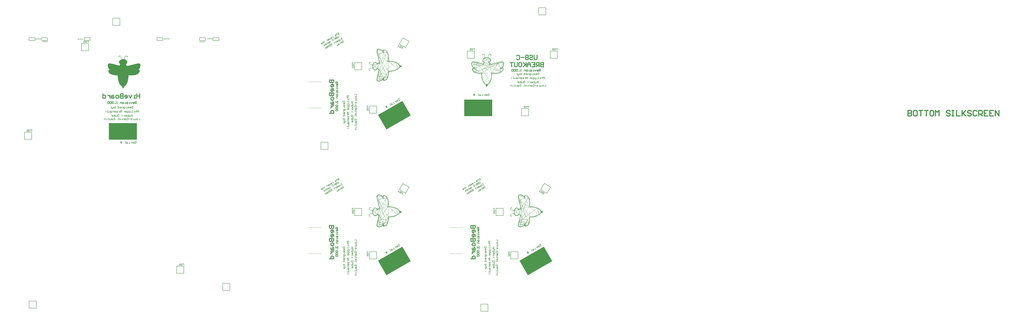
<source format=gbo>
G04*
G04 #@! TF.GenerationSoftware,Altium Limited,Altium Designer,20.1.11 (218)*
G04*
G04 Layer_Color=32896*
%FSLAX24Y24*%
%MOIN*%
G70*
G04*
G04 #@! TF.SameCoordinates,0BE0D124-E2EA-4A07-8277-1AC6FE167F2B*
G04*
G04*
G04 #@! TF.FilePolarity,Positive*
G04*
G01*
G75*
%ADD11C,0.0200*%
%ADD19C,0.0060*%
%ADD23C,0.0080*%
%ADD87C,0.0050*%
%ADD276C,0.0039*%
%ADD277C,0.0079*%
%ADD280C,0.0047*%
%ADD282C,0.0157*%
%ADD541C,0.0090*%
G04:AMPARAMS|DCode=542|XSize=508.6mil|YSize=303.3mil|CornerRadius=0mil|HoleSize=0mil|Usage=FLASHONLY|Rotation=210.000|XOffset=0mil|YOffset=0mil|HoleType=Round|Shape=Rectangle|*
%AMROTATEDRECTD542*
4,1,4,0.1444,0.2585,0.2960,-0.0042,-0.1444,-0.2585,-0.2960,0.0042,0.1444,0.2585,0.0*
%
%ADD542ROTATEDRECTD542*%

%ADD543R,0.5086X0.3033*%
%ADD544R,0.5086X0.3033*%
G36*
X90772Y50017D02*
X90786Y50009D01*
X90805Y49998D01*
X90823Y49984D01*
X90845Y49966D01*
X90863Y49944D01*
X90885Y49911D01*
X90907Y49874D01*
X90929Y49831D01*
X90947Y49776D01*
X90965Y49718D01*
X90983Y49645D01*
X90998Y49565D01*
Y49561D01*
Y49557D01*
X91002Y49535D01*
X91005Y49503D01*
X91012Y49466D01*
X91016Y49426D01*
X91023Y49390D01*
X91027Y49357D01*
X91034Y49331D01*
X91042D01*
X91060Y49335D01*
X91085Y49342D01*
X91122Y49350D01*
X91162Y49353D01*
X91206Y49360D01*
X91304Y49364D01*
X91330D01*
X91351Y49360D01*
X91384D01*
X91421Y49357D01*
X91461Y49353D01*
X91501D01*
X91530Y49350D01*
X91552D01*
Y49353D01*
Y49357D01*
X91556Y49379D01*
X91559Y49408D01*
X91567Y49452D01*
X91574Y49499D01*
X91581Y49554D01*
X91596Y49612D01*
X91610Y49674D01*
X91625Y49736D01*
X91647Y49794D01*
X91669Y49849D01*
X91690Y49896D01*
X91720Y49940D01*
X91749Y49969D01*
X91785Y49991D01*
X91803Y49998D01*
X91840D01*
X91862Y49991D01*
X91887Y49984D01*
X91920Y49969D01*
X91957Y49947D01*
X91997Y49918D01*
X92040Y49878D01*
X92055D01*
X92073Y49874D01*
X92091Y49867D01*
X92106Y49860D01*
X92124Y49845D01*
X92135Y49827D01*
X92139Y49802D01*
Y49794D01*
Y49791D01*
X92135Y49783D01*
X92124Y49758D01*
X92117Y49743D01*
X92102Y49732D01*
X92088Y49725D01*
X92066Y49721D01*
X92048D01*
X92040Y49725D01*
X92015Y49736D01*
X92000Y49743D01*
X91989Y49758D01*
X91982Y49772D01*
X91978Y49794D01*
Y49802D01*
Y49805D01*
X91982Y49812D01*
X91986Y49827D01*
X91993Y49842D01*
X91989Y49845D01*
X91975Y49856D01*
X91957Y49874D01*
X91935Y49893D01*
X91913Y49911D01*
X91887Y49929D01*
X91865Y49940D01*
X91844Y49944D01*
X91814D01*
X91796Y49933D01*
X91785Y49925D01*
X91771Y49911D01*
X91752Y49893D01*
X91738Y49867D01*
X91720Y49834D01*
X91701Y49794D01*
X91683Y49743D01*
X91665Y49681D01*
X91647Y49612D01*
X91632Y49528D01*
X91618Y49433D01*
X91607Y49324D01*
X91610D01*
X91628Y49317D01*
X91650Y49309D01*
X91680Y49295D01*
X91716Y49280D01*
X91756Y49258D01*
X91796Y49237D01*
X91840Y49207D01*
X91884Y49175D01*
X91927Y49142D01*
X91964Y49102D01*
X92000Y49058D01*
X92029Y49014D01*
X92055Y48963D01*
X92070Y48909D01*
X92073Y48850D01*
Y48847D01*
Y48843D01*
Y48832D01*
X92070Y48817D01*
X92059Y48777D01*
X92040Y48726D01*
X92029Y48697D01*
X92011Y48668D01*
X91989Y48635D01*
X91967Y48602D01*
X91935Y48570D01*
X91902Y48537D01*
X91862Y48500D01*
X91818Y48467D01*
Y48446D01*
X91964Y48223D01*
X91978D01*
X91997Y48220D01*
X92015Y48212D01*
X92037Y48205D01*
X92059Y48190D01*
X92080Y48169D01*
X92099Y48143D01*
X92106D01*
X92121Y48147D01*
X92146Y48154D01*
X92183Y48161D01*
X92230Y48172D01*
X92285Y48183D01*
X92350Y48198D01*
X92423Y48216D01*
X92507Y48234D01*
X92594Y48256D01*
X92693Y48282D01*
X92799Y48307D01*
X92908Y48336D01*
X93025Y48369D01*
X93148Y48402D01*
X93280Y48438D01*
X93283Y48442D01*
X93287Y48449D01*
X93298Y48464D01*
X93312Y48478D01*
X93349Y48504D01*
X93371Y48511D01*
X93396Y48515D01*
X93400D01*
X93411Y48511D01*
X93422Y48508D01*
X93436Y48504D01*
X93455Y48497D01*
X93476Y48486D01*
X93480D01*
X93498Y48489D01*
X93520Y48497D01*
X93553Y48504D01*
X93589Y48511D01*
X93633Y48522D01*
X93681Y48529D01*
X93732Y48540D01*
X93841Y48562D01*
X93950Y48577D01*
X94001Y48584D01*
X94052Y48591D01*
X94096Y48595D01*
X94151D01*
X94165Y48591D01*
X94184D01*
X94209Y48584D01*
X94235Y48577D01*
X94264Y48570D01*
X94293Y48555D01*
X94322Y48540D01*
X94351Y48518D01*
X94377Y48493D01*
X94402Y48460D01*
X94421Y48424D01*
X94435Y48384D01*
X94446Y48333D01*
X94450Y48278D01*
Y48169D01*
Y48165D01*
Y48154D01*
X94446Y48132D01*
X94442Y48107D01*
X94439Y48074D01*
X94431Y48034D01*
X94421Y47990D01*
X94406Y47943D01*
X94384Y47892D01*
X94362Y47833D01*
X94333Y47775D01*
X94297Y47713D01*
X94253Y47647D01*
X94206Y47582D01*
X94151Y47516D01*
X94085Y47447D01*
X94107D01*
X94125Y47443D01*
X94165Y47440D01*
X94209Y47432D01*
X94257Y47414D01*
X94293Y47392D01*
X94311Y47378D01*
X94322Y47363D01*
X94329Y47341D01*
X94333Y47319D01*
Y47279D01*
Y47272D01*
Y47254D01*
X94329Y47225D01*
X94318Y47184D01*
X94308Y47133D01*
X94289Y47079D01*
X94264Y47020D01*
X94227Y46958D01*
X94184Y46893D01*
X94129Y46824D01*
X94063Y46758D01*
X94023Y46729D01*
X93980Y46696D01*
X93936Y46667D01*
X93885Y46638D01*
X93830Y46609D01*
X93775Y46583D01*
X93713Y46557D01*
X93644Y46536D01*
X93575Y46514D01*
X93498Y46496D01*
X93495D01*
X93484Y46492D01*
X93466Y46488D01*
X93440Y46485D01*
X93411Y46481D01*
X93374Y46477D01*
X93334Y46470D01*
X93291Y46466D01*
X93196Y46452D01*
X93090Y46444D01*
X92981Y46437D01*
X92875Y46434D01*
X92740D01*
X92707Y46437D01*
X92624D01*
X92536Y46441D01*
X92445Y46444D01*
X92350Y46448D01*
X92296Y46368D01*
Y46364D01*
Y46361D01*
Y46350D01*
Y46339D01*
X92292Y46299D01*
Y46248D01*
X92285Y46186D01*
X92281Y46113D01*
X92270Y46025D01*
X92255Y45934D01*
X92241Y45828D01*
X92219Y45719D01*
X92193Y45602D01*
X92164Y45479D01*
X92128Y45351D01*
X92088Y45220D01*
X92040Y45085D01*
X91986Y44950D01*
X91982Y44943D01*
X91971Y44925D01*
X91957Y44899D01*
X91931Y44863D01*
X91905Y44819D01*
X91869Y44771D01*
X91833Y44720D01*
X91789Y44669D01*
X91741Y44618D01*
X91687Y44567D01*
X91632Y44520D01*
X91574Y44476D01*
X91512Y44440D01*
X91446Y44414D01*
X91381Y44396D01*
X91311Y44389D01*
X91293D01*
X91268Y44392D01*
X91235Y44400D01*
X91198Y44414D01*
X91151Y44432D01*
X91100Y44458D01*
X91045Y44491D01*
X90987Y44531D01*
X90925Y44586D01*
X90863Y44651D01*
X90797Y44728D01*
X90765Y44771D01*
X90732Y44822D01*
X90703Y44873D01*
X90670Y44928D01*
X90637Y44990D01*
X90608Y45052D01*
X90575Y45121D01*
X90546Y45194D01*
Y45198D01*
X90542Y45202D01*
X90539Y45212D01*
X90531Y45227D01*
X90528Y45249D01*
X90517Y45274D01*
X90509Y45304D01*
X90499Y45344D01*
X90484Y45384D01*
X90473Y45435D01*
X90458Y45493D01*
X90440Y45559D01*
X90426Y45628D01*
X90407Y45708D01*
X90389Y45796D01*
X90371Y45894D01*
Y45898D01*
Y45912D01*
X90367Y45931D01*
Y45956D01*
X90364Y45989D01*
X90360Y46022D01*
X90353Y46098D01*
X90345Y46175D01*
X90342Y46211D01*
X90338Y46244D01*
X90335Y46273D01*
X90331Y46299D01*
X90327Y46317D01*
X90324Y46328D01*
X90313D01*
X90302Y46335D01*
X90291Y46342D01*
X90273Y46353D01*
X90254Y46372D01*
X90232Y46397D01*
X90211Y46434D01*
X90050D01*
X90021Y46437D01*
X89988D01*
X89948Y46441D01*
X89908Y46444D01*
X89861Y46448D01*
X89810Y46452D01*
X89700Y46466D01*
X89576Y46485D01*
X89449Y46510D01*
X89445D01*
X89431Y46506D01*
X89416Y46503D01*
X89398D01*
X89390Y46510D01*
X89376Y46517D01*
X89358Y46525D01*
X89328Y46536D01*
X89292Y46550D01*
X89245Y46565D01*
X89190Y46583D01*
X89183Y46587D01*
X89168Y46594D01*
X89143Y46609D01*
X89106Y46627D01*
X89066Y46649D01*
X89022Y46681D01*
X88975Y46714D01*
X88924Y46754D01*
X88873Y46802D01*
X88825Y46853D01*
X88782Y46911D01*
X88742Y46977D01*
X88709Y47046D01*
X88680Y47119D01*
X88665Y47199D01*
X88658Y47286D01*
Y47319D01*
Y47327D01*
X88661Y47341D01*
X88672Y47359D01*
X88691Y47385D01*
X88720Y47407D01*
X88738Y47418D01*
X88764Y47429D01*
X88793Y47436D01*
X88825Y47443D01*
X88862Y47447D01*
X88906D01*
X88902Y47450D01*
X88891Y47461D01*
X88873Y47483D01*
X88851Y47509D01*
X88822Y47542D01*
X88793Y47578D01*
X88760Y47622D01*
X88727Y47673D01*
X88691Y47728D01*
X88658Y47786D01*
X88629Y47848D01*
X88603Y47913D01*
X88578Y47983D01*
X88559Y48052D01*
X88548Y48125D01*
X88545Y48201D01*
Y48245D01*
Y48249D01*
Y48260D01*
X88548Y48278D01*
Y48300D01*
X88552Y48325D01*
X88559Y48354D01*
X88581Y48420D01*
X88596Y48453D01*
X88614Y48486D01*
X88636Y48515D01*
X88665Y48540D01*
X88694Y48562D01*
X88734Y48580D01*
X88774Y48591D01*
X88825Y48595D01*
X88887D01*
X88906Y48591D01*
X88924D01*
X88949Y48588D01*
X88979D01*
X89011Y48580D01*
X89048Y48577D01*
X89092Y48573D01*
X89139Y48566D01*
X89194Y48555D01*
X89252Y48548D01*
X89318Y48537D01*
X89387Y48522D01*
Y48526D01*
X89394Y48533D01*
X89401Y48537D01*
X89416Y48544D01*
X89431Y48548D01*
X89452Y48555D01*
X89507D01*
X89518Y48551D01*
X89533Y48544D01*
X89547Y48533D01*
X89565Y48515D01*
X89587Y48493D01*
X89609Y48460D01*
X90553Y48216D01*
X90557D01*
X90561Y48220D01*
X90582Y48234D01*
X90608Y48245D01*
X90630Y48249D01*
X90681D01*
X90797Y48427D01*
Y48431D01*
Y48438D01*
X90794Y48453D01*
X90786Y48467D01*
X90779Y48486D01*
X90765Y48504D01*
X90743Y48522D01*
X90717Y48540D01*
Y48544D01*
X90710Y48548D01*
X90692Y48566D01*
X90666Y48595D01*
X90641Y48635D01*
X90612Y48679D01*
X90586Y48730D01*
X90568Y48781D01*
X90564Y48806D01*
X90561Y48832D01*
Y48879D01*
Y48883D01*
Y48890D01*
X90564Y48905D01*
X90568Y48919D01*
X90571Y48941D01*
X90579Y48967D01*
X90593Y48992D01*
X90608Y49022D01*
X90626Y49054D01*
X90652Y49087D01*
X90681Y49124D01*
X90717Y49156D01*
X90761Y49193D01*
X90808Y49229D01*
X90867Y49262D01*
X90932Y49295D01*
X90936D01*
X90943Y49299D01*
X90954Y49302D01*
X90972Y49309D01*
Y49317D01*
X90969Y49331D01*
Y49357D01*
X90965Y49390D01*
X90958Y49430D01*
X90954Y49473D01*
X90947Y49521D01*
X90940Y49572D01*
X90918Y49674D01*
X90907Y49725D01*
X90896Y49772D01*
X90881Y49816D01*
X90870Y49853D01*
X90852Y49882D01*
X90838Y49904D01*
Y49907D01*
X90830Y49911D01*
X90816Y49929D01*
X90786Y49955D01*
X90750Y49973D01*
X90746D01*
X90735Y49969D01*
X90717Y49962D01*
X90699Y49951D01*
X90652Y49925D01*
X90633Y49907D01*
X90615Y49885D01*
X90619Y49878D01*
X90630Y49863D01*
X90637Y49842D01*
X90641Y49823D01*
Y49820D01*
Y49816D01*
X90633Y49798D01*
X90622Y49783D01*
X90612Y49772D01*
X90593Y49758D01*
X90568Y49747D01*
X90564D01*
X90557Y49750D01*
X90542Y49754D01*
X90528Y49765D01*
X90513Y49772D01*
X90499Y49787D01*
X90491Y49805D01*
X90488Y49823D01*
Y49831D01*
Y49834D01*
X90491Y49842D01*
X90502Y49867D01*
X90509Y49882D01*
X90524Y49893D01*
X90539Y49900D01*
X90561Y49904D01*
X90564Y49907D01*
X90571Y49918D01*
X90582Y49933D01*
X90601Y49947D01*
X90626Y49969D01*
X90659Y49987D01*
X90695Y50006D01*
X90743Y50024D01*
X90750D01*
X90772Y50017D01*
D02*
G37*
G36*
X24976Y49693D02*
X24990Y49686D01*
X25005Y49675D01*
X25027Y49660D01*
X25048Y49642D01*
X25070Y49613D01*
X25092Y49576D01*
X25118Y49533D01*
X25140Y49478D01*
X25161Y49412D01*
X25183Y49336D01*
X25201Y49245D01*
X25209Y49194D01*
X25220Y49143D01*
X25223Y49084D01*
X25231Y49022D01*
Y49011D01*
X25234D01*
X25238Y49004D01*
X25242D01*
X25256Y49008D01*
X25282Y49015D01*
X25311Y49022D01*
X25344Y49026D01*
X25380Y49033D01*
X25460Y49037D01*
X25595D01*
X25621Y49033D01*
X25650D01*
X25679Y49030D01*
X25748Y49015D01*
Y49019D01*
X25752Y49022D01*
X25756Y49037D01*
Y49040D01*
Y49051D01*
Y49066D01*
X25759Y49084D01*
Y49110D01*
X25763Y49143D01*
X25766Y49175D01*
X25774Y49212D01*
X25788Y49296D01*
X25814Y49390D01*
X25847Y49489D01*
X25890Y49591D01*
X25894Y49594D01*
X25901Y49602D01*
X25912Y49616D01*
X25931Y49631D01*
X25949Y49646D01*
X25967Y49660D01*
X25989Y49667D01*
X26007Y49671D01*
X26065D01*
X26080Y49664D01*
X26102Y49656D01*
X26127Y49642D01*
X26164Y49624D01*
X26200Y49594D01*
X26248Y49558D01*
X26262D01*
X26277Y49554D01*
X26295Y49547D01*
X26313Y49540D01*
X26328Y49525D01*
X26339Y49507D01*
X26342Y49482D01*
Y49463D01*
Y49460D01*
Y49452D01*
X26339Y49438D01*
X26331Y49427D01*
X26321Y49412D01*
X26306Y49398D01*
X26284Y49390D01*
X26255Y49387D01*
X26251D01*
X26244Y49390D01*
X26218Y49405D01*
X26193Y49427D01*
X26186Y49445D01*
X26182Y49463D01*
Y49474D01*
X26189Y49522D01*
X26186Y49525D01*
X26175Y49536D01*
X26156Y49551D01*
X26138Y49565D01*
X26113Y49580D01*
X26087Y49594D01*
X26062Y49605D01*
X26040Y49609D01*
X26018D01*
X26000Y49598D01*
X25989Y49591D01*
X25974Y49576D01*
X25960Y49558D01*
X25945Y49536D01*
X25927Y49503D01*
X25909Y49463D01*
X25890Y49416D01*
X25876Y49358D01*
X25858Y49288D01*
X25843Y49208D01*
X25828Y49117D01*
X25817Y49011D01*
Y49008D01*
Y49004D01*
X25821Y49000D01*
X25825Y48997D01*
X25828D01*
X25836Y48993D01*
X25847Y48989D01*
X25865Y48982D01*
X25909Y48964D01*
X25963Y48942D01*
X26022Y48909D01*
X26080Y48869D01*
X26138Y48822D01*
X26189Y48767D01*
X26193Y48763D01*
X26204Y48749D01*
X26218Y48727D01*
X26233Y48698D01*
X26248Y48665D01*
X26262Y48625D01*
X26273Y48585D01*
X26277Y48537D01*
Y48534D01*
Y48527D01*
Y48516D01*
X26273Y48497D01*
X26269Y48479D01*
X26262Y48457D01*
X26244Y48403D01*
X26233Y48370D01*
X26215Y48341D01*
X26197Y48308D01*
X26171Y48275D01*
X26142Y48242D01*
X26109Y48209D01*
X26069Y48177D01*
X26025Y48147D01*
X26018Y48118D01*
X26022Y48115D01*
X26033Y48100D01*
X26051Y48075D01*
X26073Y48042D01*
X26102Y48002D01*
X26131Y47951D01*
X26164Y47896D01*
X26200Y47834D01*
X26204Y47830D01*
X26215Y47823D01*
X26229Y47812D01*
X26240Y47808D01*
X26248D01*
X26259Y47812D01*
X26280Y47816D01*
X26310Y47819D01*
X26353Y47830D01*
X26379Y47834D01*
X26408Y47841D01*
X26444Y47849D01*
X26481Y47859D01*
X26525Y47867D01*
X26572Y47878D01*
X26623Y47892D01*
X26681Y47907D01*
X26743Y47921D01*
X26813Y47936D01*
X26889Y47958D01*
X26969Y47976D01*
X27057Y47998D01*
X27152Y48020D01*
X27254Y48049D01*
X27359Y48075D01*
X27476Y48104D01*
X27600Y48137D01*
X27731Y48169D01*
X27870Y48206D01*
X27873D01*
X27881Y48209D01*
X27895Y48213D01*
X27917Y48217D01*
X27939Y48220D01*
X27968Y48224D01*
X28034Y48239D01*
X28107Y48250D01*
X28183Y48257D01*
X28260Y48264D01*
X28329Y48268D01*
X28376D01*
X28395Y48264D01*
X28435Y48257D01*
X28482Y48246D01*
X28529Y48224D01*
X28577Y48191D01*
X28595Y48169D01*
X28613Y48147D01*
X28628Y48118D01*
X28639Y48085D01*
Y48078D01*
X28642Y48064D01*
X28646Y48038D01*
X28650Y48009D01*
X28653Y47943D01*
X28657Y47914D01*
Y47889D01*
Y47885D01*
Y47870D01*
X28653Y47849D01*
X28650Y47819D01*
X28646Y47779D01*
X28639Y47739D01*
X28628Y47688D01*
X28613Y47637D01*
X28591Y47579D01*
X28569Y47517D01*
X28540Y47455D01*
X28504Y47389D01*
X28460Y47320D01*
X28413Y47254D01*
X28358Y47185D01*
X28292Y47120D01*
X28322D01*
X28340Y47116D01*
X28376Y47112D01*
X28424Y47101D01*
X28467Y47083D01*
X28508Y47054D01*
X28522Y47039D01*
X28533Y47017D01*
X28540Y46992D01*
X28544Y46966D01*
Y46963D01*
Y46959D01*
X28540Y46937D01*
X28537Y46901D01*
X28526Y46857D01*
X28511Y46802D01*
X28489Y46740D01*
X28453Y46671D01*
X28409Y46602D01*
X28354Y46529D01*
X28322Y46493D01*
X28282Y46456D01*
X28241Y46420D01*
X28198Y46387D01*
X28147Y46350D01*
X28092Y46318D01*
X28034Y46288D01*
X27972Y46259D01*
X27902Y46230D01*
X27830Y46205D01*
X27749Y46183D01*
X27666Y46161D01*
X27574Y46143D01*
X27476Y46128D01*
X27465D01*
X27454Y46124D01*
X27440D01*
X27403Y46121D01*
X27352Y46117D01*
X27294Y46114D01*
X27232Y46110D01*
X27166Y46106D01*
X26791D01*
X26736Y46110D01*
X26601D01*
X26514Y46114D01*
X26499Y46095D01*
Y46073D01*
Y46066D01*
Y46052D01*
X26503Y46037D01*
X26506Y46026D01*
Y46022D01*
Y46008D01*
Y45986D01*
X26503Y45953D01*
Y45917D01*
X26499Y45866D01*
X26492Y45811D01*
X26485Y45749D01*
X26474Y45676D01*
X26463Y45596D01*
X26448Y45508D01*
X26434Y45414D01*
X26412Y45312D01*
X26390Y45202D01*
X26361Y45089D01*
X26331Y44965D01*
Y44962D01*
X26328Y44951D01*
X26321Y44933D01*
X26310Y44907D01*
X26299Y44878D01*
X26284Y44845D01*
X26269Y44809D01*
X26251Y44765D01*
X26211Y44674D01*
X26164Y44579D01*
X26113Y44484D01*
X26054Y44393D01*
X26051Y44389D01*
X26043Y44379D01*
X26029Y44364D01*
X26011Y44342D01*
X25985Y44317D01*
X25960Y44287D01*
X25927Y44258D01*
X25894Y44229D01*
X25818Y44167D01*
X25774Y44138D01*
X25730Y44112D01*
X25686Y44091D01*
X25643Y44076D01*
X25595Y44065D01*
X25548Y44061D01*
X25468D01*
X25449Y44065D01*
X25424Y44072D01*
X25391Y44083D01*
X25351Y44098D01*
X25307Y44116D01*
X25260Y44145D01*
X25209Y44182D01*
X25154Y44225D01*
X25096Y44280D01*
X25037Y44346D01*
X24979Y44422D01*
X24917Y44510D01*
X24888Y44561D01*
X24855Y44615D01*
X24826Y44670D01*
X24797Y44732D01*
X24793Y44739D01*
X24790Y44758D01*
X24779Y44783D01*
X24764Y44820D01*
X24750Y44863D01*
X24735Y44911D01*
X24717Y44965D01*
X24698Y45020D01*
X24658Y45133D01*
X24644Y45184D01*
X24629Y45235D01*
X24615Y45282D01*
X24604Y45323D01*
X24600Y45355D01*
X24596Y45377D01*
X24534Y45979D01*
Y46095D01*
X24527D01*
X24509Y46099D01*
X24491Y46103D01*
X24472Y46106D01*
X24440Y46103D01*
X24432D01*
X24414Y46106D01*
X24407D01*
X24385Y46103D01*
X24338D01*
X24308Y46106D01*
X24243D01*
X24206Y46110D01*
X24163Y46114D01*
X24115Y46117D01*
X24013Y46128D01*
X23900Y46146D01*
X23784Y46168D01*
X23663Y46194D01*
X23539Y46227D01*
X23419Y46270D01*
X23302Y46318D01*
X23193Y46376D01*
X23095Y46445D01*
X23051Y46482D01*
X23011Y46522D01*
X22974Y46566D01*
X22942Y46613D01*
X22938Y46620D01*
X22927Y46642D01*
X22912Y46671D01*
X22898Y46715D01*
X22883Y46770D01*
X22869Y46832D01*
X22858Y46901D01*
X22854Y46977D01*
Y46985D01*
X22858Y46999D01*
X22865Y47021D01*
X22883Y47050D01*
X22912Y47076D01*
X22931Y47087D01*
X22953Y47098D01*
X22982Y47105D01*
X23015Y47112D01*
X23051Y47120D01*
X23102D01*
X23098Y47123D01*
X23087Y47134D01*
X23069Y47156D01*
X23047Y47182D01*
X23018Y47214D01*
X22989Y47251D01*
X22956Y47298D01*
X22923Y47346D01*
X22887Y47400D01*
X22854Y47462D01*
X22825Y47524D01*
X22799Y47593D01*
X22774Y47666D01*
X22756Y47739D01*
X22745Y47816D01*
X22741Y47896D01*
Y47900D01*
Y47907D01*
Y47921D01*
X22745Y47936D01*
X22748Y47980D01*
X22756Y48034D01*
X22770Y48089D01*
X22792Y48144D01*
X22821Y48195D01*
X22840Y48217D01*
X22861Y48235D01*
X22865D01*
X22876Y48239D01*
X22894Y48246D01*
X22920Y48253D01*
X22945Y48257D01*
X22978Y48264D01*
X23044Y48268D01*
X23098D01*
X23120Y48264D01*
X23153D01*
X23193Y48257D01*
X23248Y48250D01*
X23313Y48239D01*
X23390Y48224D01*
X23437Y48217D01*
X23485Y48206D01*
X23536Y48198D01*
X23594Y48184D01*
X23652Y48173D01*
X23718Y48158D01*
X23784Y48140D01*
X23856Y48126D01*
X23933Y48107D01*
X24017Y48085D01*
X24101Y48064D01*
X24192Y48042D01*
X24287Y48016D01*
X24389Y47987D01*
X24494Y47958D01*
X24604Y47929D01*
X24607D01*
X24615Y47925D01*
X24626D01*
X24640Y47921D01*
X24677Y47911D01*
X24720Y47900D01*
X24764Y47889D01*
X24804Y47881D01*
X24833Y47874D01*
X24844Y47870D01*
X24852D01*
X25012Y48126D01*
Y48147D01*
X25008Y48151D01*
X25001Y48155D01*
X24990Y48162D01*
X24972Y48177D01*
X24932Y48209D01*
X24884Y48257D01*
X24837Y48311D01*
X24797Y48377D01*
X24779Y48414D01*
X24768Y48454D01*
X24760Y48494D01*
X24757Y48537D01*
Y48541D01*
Y48548D01*
X24760Y48563D01*
X24764Y48581D01*
X24768Y48607D01*
X24779Y48632D01*
X24790Y48661D01*
X24808Y48694D01*
X24830Y48731D01*
X24859Y48767D01*
X24892Y48804D01*
X24932Y48844D01*
X24979Y48880D01*
X25034Y48917D01*
X25096Y48953D01*
X25169Y48989D01*
Y48997D01*
X25165Y49015D01*
Y49048D01*
X25158Y49088D01*
X25154Y49135D01*
X25143Y49186D01*
X25136Y49245D01*
X25125Y49303D01*
X25096Y49420D01*
X25078Y49474D01*
X25059Y49522D01*
X25037Y49565D01*
X25012Y49602D01*
X24983Y49627D01*
X24954Y49638D01*
X24939D01*
X24928Y49635D01*
X24914Y49627D01*
X24895Y49620D01*
X24873Y49605D01*
X24852Y49584D01*
X24826Y49558D01*
X24830Y49551D01*
X24837Y49536D01*
X24841Y49518D01*
X24844Y49503D01*
Y49496D01*
Y49492D01*
X24841Y49485D01*
X24830Y49460D01*
X24822Y49445D01*
X24808Y49430D01*
X24793Y49423D01*
X24771Y49420D01*
X24768D01*
X24760Y49423D01*
X24746Y49427D01*
X24731Y49430D01*
X24717Y49441D01*
X24702Y49452D01*
X24695Y49467D01*
X24691Y49489D01*
Y49511D01*
Y49514D01*
Y49518D01*
X24695Y49529D01*
X24702Y49540D01*
X24709Y49551D01*
X24724Y49565D01*
X24746Y49580D01*
X24771Y49591D01*
X24775Y49594D01*
X24786Y49609D01*
X24804Y49624D01*
X24826Y49646D01*
X24855Y49664D01*
X24884Y49682D01*
X24917Y49693D01*
X24954Y49697D01*
X24965D01*
X24976Y49693D01*
D02*
G37*
G36*
X71862Y50897D02*
X71888Y50893D01*
X71921Y50889D01*
X71961Y50882D01*
X72004Y50871D01*
X72052Y50856D01*
X72103Y50835D01*
X72161Y50813D01*
X72220Y50784D01*
X72281Y50747D01*
X72347Y50703D01*
X72413Y50656D01*
X72478Y50601D01*
X72548Y50536D01*
Y50558D01*
X72551Y50576D01*
X72555Y50616D01*
X72562Y50660D01*
X72580Y50707D01*
X72602Y50743D01*
X72617Y50762D01*
X72631Y50773D01*
X72653Y50780D01*
X72675Y50784D01*
X72741D01*
X72770Y50780D01*
X72810Y50769D01*
X72861Y50758D01*
X72916Y50740D01*
X72974Y50714D01*
X73036Y50678D01*
X73102Y50634D01*
X73171Y50579D01*
X73236Y50514D01*
X73266Y50474D01*
X73298Y50430D01*
X73328Y50386D01*
X73357Y50335D01*
X73386Y50281D01*
X73411Y50226D01*
X73437Y50164D01*
X73459Y50095D01*
X73481Y50025D01*
X73499Y49949D01*
Y49945D01*
X73503Y49934D01*
X73506Y49916D01*
X73510Y49891D01*
X73513Y49861D01*
X73517Y49825D01*
X73524Y49785D01*
X73528Y49741D01*
X73543Y49646D01*
X73550Y49541D01*
X73557Y49431D01*
X73561Y49326D01*
Y49191D01*
X73557Y49158D01*
Y49074D01*
X73554Y48987D01*
X73550Y48895D01*
X73546Y48801D01*
X73626Y48746D01*
X73656D01*
X73696Y48742D01*
X73747D01*
X73809Y48735D01*
X73882Y48731D01*
X73969Y48720D01*
X74060Y48706D01*
X74166Y48691D01*
X74275Y48669D01*
X74392Y48644D01*
X74516Y48615D01*
X74643Y48578D01*
X74775Y48538D01*
X74910Y48491D01*
X75044Y48436D01*
X75052Y48433D01*
X75070Y48422D01*
X75095Y48407D01*
X75132Y48382D01*
X75176Y48356D01*
X75223Y48320D01*
X75274Y48283D01*
X75325Y48239D01*
X75376Y48192D01*
X75427Y48137D01*
X75474Y48083D01*
X75518Y48024D01*
X75555Y47962D01*
X75580Y47897D01*
X75598Y47831D01*
X75606Y47762D01*
Y47744D01*
X75602Y47718D01*
X75595Y47685D01*
X75580Y47649D01*
X75562Y47601D01*
X75536Y47550D01*
X75504Y47496D01*
X75464Y47437D01*
X75409Y47375D01*
X75343Y47314D01*
X75267Y47248D01*
X75223Y47215D01*
X75172Y47182D01*
X75121Y47153D01*
X75066Y47120D01*
X75004Y47088D01*
X74942Y47058D01*
X74873Y47026D01*
X74800Y46996D01*
X74797D01*
X74793Y46993D01*
X74782Y46989D01*
X74767Y46982D01*
X74745Y46978D01*
X74720Y46967D01*
X74691Y46960D01*
X74651Y46949D01*
X74611Y46934D01*
X74560Y46924D01*
X74501Y46909D01*
X74436Y46891D01*
X74366Y46876D01*
X74286Y46858D01*
X74199Y46840D01*
X74100Y46821D01*
X74082D01*
X74064Y46818D01*
X74038D01*
X74006Y46814D01*
X73973Y46811D01*
X73896Y46803D01*
X73820Y46796D01*
X73783Y46792D01*
X73750Y46789D01*
X73721Y46785D01*
X73696Y46781D01*
X73678Y46778D01*
X73667Y46774D01*
Y46763D01*
X73659Y46752D01*
X73652Y46741D01*
X73641Y46723D01*
X73623Y46705D01*
X73597Y46683D01*
X73561Y46661D01*
Y46501D01*
X73557Y46472D01*
Y46439D01*
X73554Y46399D01*
X73550Y46359D01*
X73546Y46311D01*
X73543Y46260D01*
X73528Y46151D01*
X73510Y46027D01*
X73484Y45899D01*
Y45896D01*
X73488Y45881D01*
X73492Y45866D01*
Y45848D01*
X73484Y45841D01*
X73477Y45826D01*
X73470Y45808D01*
X73459Y45779D01*
X73444Y45743D01*
X73430Y45695D01*
X73411Y45640D01*
X73408Y45633D01*
X73400Y45619D01*
X73386Y45593D01*
X73368Y45557D01*
X73346Y45517D01*
X73313Y45473D01*
X73280Y45425D01*
X73240Y45374D01*
X73193Y45323D01*
X73142Y45276D01*
X73083Y45232D01*
X73018Y45192D01*
X72948Y45159D01*
X72876Y45130D01*
X72795Y45116D01*
X72708Y45108D01*
X72668D01*
X72653Y45112D01*
X72635Y45123D01*
X72610Y45141D01*
X72588Y45170D01*
X72577Y45188D01*
X72566Y45214D01*
X72558Y45243D01*
X72551Y45276D01*
X72548Y45312D01*
Y45356D01*
X72544Y45353D01*
X72533Y45342D01*
X72511Y45323D01*
X72486Y45301D01*
X72453Y45272D01*
X72416Y45243D01*
X72373Y45210D01*
X72322Y45178D01*
X72267Y45141D01*
X72209Y45108D01*
X72147Y45079D01*
X72081Y45054D01*
X72012Y45028D01*
X71942Y45010D01*
X71870Y44999D01*
X71793Y44995D01*
X71735D01*
X71716Y44999D01*
X71695D01*
X71669Y45003D01*
X71640Y45010D01*
X71574Y45032D01*
X71542Y45046D01*
X71509Y45065D01*
X71480Y45086D01*
X71454Y45116D01*
X71432Y45145D01*
X71414Y45185D01*
X71403Y45225D01*
X71399Y45276D01*
Y45338D01*
X71403Y45356D01*
Y45374D01*
X71407Y45400D01*
Y45429D01*
X71414Y45462D01*
X71418Y45498D01*
X71421Y45542D01*
X71429Y45589D01*
X71439Y45644D01*
X71447Y45702D01*
X71458Y45768D01*
X71472Y45837D01*
X71469D01*
X71461Y45845D01*
X71458Y45852D01*
X71450Y45866D01*
X71447Y45881D01*
X71439Y45903D01*
Y45958D01*
X71443Y45969D01*
X71450Y45983D01*
X71461Y45998D01*
X71480Y46016D01*
X71501Y46038D01*
X71534Y46060D01*
X71778Y47004D01*
Y47007D01*
X71775Y47011D01*
X71760Y47033D01*
X71749Y47058D01*
X71746Y47080D01*
Y47131D01*
X71567Y47248D01*
X71556D01*
X71542Y47244D01*
X71527Y47237D01*
X71509Y47230D01*
X71491Y47215D01*
X71472Y47193D01*
X71454Y47168D01*
X71450D01*
X71447Y47160D01*
X71429Y47142D01*
X71399Y47117D01*
X71359Y47091D01*
X71316Y47062D01*
X71265Y47037D01*
X71213Y47018D01*
X71188Y47015D01*
X71162Y47011D01*
X71104D01*
X71090Y47015D01*
X71075Y47018D01*
X71053Y47022D01*
X71028Y47029D01*
X71002Y47044D01*
X70973Y47058D01*
X70940Y47077D01*
X70907Y47102D01*
X70871Y47131D01*
X70838Y47168D01*
X70802Y47211D01*
X70765Y47259D01*
X70732Y47317D01*
X70700Y47383D01*
Y47386D01*
X70696Y47394D01*
X70692Y47405D01*
X70685Y47423D01*
X70678D01*
X70663Y47419D01*
X70638D01*
X70605Y47416D01*
X70565Y47408D01*
X70521Y47405D01*
X70474Y47397D01*
X70423Y47390D01*
X70320Y47368D01*
X70269Y47357D01*
X70222Y47346D01*
X70178Y47332D01*
X70142Y47321D01*
X70113Y47303D01*
X70091Y47288D01*
X70087D01*
X70084Y47281D01*
X70065Y47266D01*
X70040Y47237D01*
X70022Y47201D01*
Y47197D01*
X70025Y47186D01*
X70033Y47168D01*
X70043Y47150D01*
X70069Y47102D01*
X70087Y47084D01*
X70109Y47066D01*
X70116Y47069D01*
X70131Y47080D01*
X70153Y47088D01*
X70171Y47091D01*
X70178D01*
X70197Y47084D01*
X70211Y47073D01*
X70222Y47062D01*
X70237Y47044D01*
X70248Y47018D01*
Y47015D01*
X70244Y47007D01*
X70240Y46993D01*
X70229Y46978D01*
X70222Y46964D01*
X70207Y46949D01*
X70189Y46942D01*
X70171Y46938D01*
X70160D01*
X70153Y46942D01*
X70127Y46953D01*
X70113Y46960D01*
X70102Y46975D01*
X70094Y46989D01*
X70091Y47011D01*
X70087Y47015D01*
X70076Y47022D01*
X70062Y47033D01*
X70047Y47051D01*
X70025Y47077D01*
X70007Y47109D01*
X69989Y47146D01*
X69971Y47193D01*
Y47201D01*
X69978Y47222D01*
X69985Y47237D01*
X69996Y47255D01*
X70011Y47273D01*
X70029Y47295D01*
X70051Y47314D01*
X70084Y47335D01*
X70120Y47357D01*
X70164Y47379D01*
X70218Y47397D01*
X70277Y47416D01*
X70350Y47434D01*
X70430Y47448D01*
X70437D01*
X70459Y47452D01*
X70492Y47456D01*
X70528Y47463D01*
X70568Y47467D01*
X70605Y47474D01*
X70638Y47478D01*
X70663Y47485D01*
Y47492D01*
X70659Y47510D01*
X70652Y47536D01*
X70645Y47572D01*
X70641Y47612D01*
X70634Y47656D01*
X70630Y47755D01*
Y47780D01*
X70634Y47802D01*
Y47835D01*
X70638Y47871D01*
X70641Y47911D01*
Y47951D01*
X70645Y47981D01*
Y48002D01*
X70638D01*
X70616Y48006D01*
X70587Y48010D01*
X70543Y48017D01*
X70495Y48024D01*
X70441Y48032D01*
X70382Y48046D01*
X70320Y48061D01*
X70258Y48075D01*
X70200Y48097D01*
X70146Y48119D01*
X70098Y48141D01*
X70054Y48170D01*
X70025Y48199D01*
X70003Y48236D01*
X69996Y48254D01*
Y48290D01*
X70003Y48312D01*
X70011Y48338D01*
X70025Y48371D01*
X70047Y48407D01*
X70076Y48447D01*
X70116Y48491D01*
Y48505D01*
X70120Y48524D01*
X70127Y48542D01*
X70135Y48556D01*
X70149Y48575D01*
X70167Y48586D01*
X70193Y48589D01*
X70204D01*
X70211Y48586D01*
X70237Y48575D01*
X70251Y48567D01*
X70262Y48553D01*
X70269Y48538D01*
X70273Y48516D01*
Y48498D01*
X70269Y48491D01*
X70258Y48465D01*
X70251Y48451D01*
X70237Y48440D01*
X70222Y48433D01*
X70200Y48429D01*
X70189D01*
X70182Y48433D01*
X70167Y48436D01*
X70153Y48443D01*
X70149Y48440D01*
X70138Y48425D01*
X70120Y48407D01*
X70102Y48385D01*
X70084Y48363D01*
X70065Y48338D01*
X70054Y48316D01*
X70051Y48294D01*
Y48265D01*
X70062Y48247D01*
X70069Y48236D01*
X70084Y48221D01*
X70102Y48203D01*
X70127Y48188D01*
X70160Y48170D01*
X70200Y48152D01*
X70251Y48134D01*
X70313Y48115D01*
X70382Y48097D01*
X70466Y48083D01*
X70561Y48068D01*
X70670Y48057D01*
Y48061D01*
X70678Y48079D01*
X70685Y48101D01*
X70700Y48130D01*
X70714Y48166D01*
X70736Y48207D01*
X70758Y48247D01*
X70787Y48290D01*
X70820Y48334D01*
X70853Y48378D01*
X70893Y48414D01*
X70936Y48451D01*
X70980Y48480D01*
X71031Y48505D01*
X71086Y48520D01*
X71144Y48524D01*
X71162D01*
X71177Y48520D01*
X71217Y48509D01*
X71268Y48491D01*
X71297Y48480D01*
X71326Y48462D01*
X71359Y48440D01*
X71392Y48418D01*
X71425Y48385D01*
X71458Y48352D01*
X71494Y48312D01*
X71527Y48269D01*
X71549D01*
X71771Y48414D01*
Y48429D01*
X71775Y48447D01*
X71782Y48465D01*
X71789Y48487D01*
X71804Y48509D01*
X71826Y48531D01*
X71851Y48549D01*
Y48556D01*
X71848Y48571D01*
X71840Y48597D01*
X71833Y48633D01*
X71822Y48680D01*
X71811Y48735D01*
X71797Y48801D01*
X71778Y48874D01*
X71760Y48957D01*
X71738Y49045D01*
X71713Y49143D01*
X71687Y49249D01*
X71658Y49358D01*
X71625Y49475D01*
X71593Y49599D01*
X71556Y49730D01*
X71552Y49734D01*
X71545Y49737D01*
X71531Y49748D01*
X71516Y49763D01*
X71491Y49799D01*
X71483Y49821D01*
X71480Y49847D01*
Y49850D01*
X71483Y49861D01*
X71487Y49872D01*
X71491Y49887D01*
X71498Y49905D01*
X71509Y49927D01*
Y49931D01*
X71505Y49949D01*
X71498Y49971D01*
X71491Y50004D01*
X71483Y50040D01*
X71472Y50084D01*
X71465Y50131D01*
X71454Y50182D01*
X71432Y50292D01*
X71418Y50401D01*
X71410Y50452D01*
X71403Y50503D01*
X71399Y50547D01*
Y50601D01*
X71403Y50616D01*
Y50634D01*
X71410Y50660D01*
X71418Y50685D01*
X71425Y50714D01*
X71439Y50743D01*
X71454Y50773D01*
X71476Y50802D01*
X71501Y50827D01*
X71534Y50853D01*
X71571Y50871D01*
X71611Y50886D01*
X71662Y50897D01*
X71716Y50900D01*
X71840D01*
X71862Y50897D01*
D02*
G37*
G36*
X75587Y47991D02*
X75598Y47988D01*
X75617Y47977D01*
X75642Y47962D01*
X75671Y47944D01*
X75704Y47926D01*
X75773Y47886D01*
X75843Y47846D01*
X75875Y47827D01*
X75905Y47809D01*
X75930Y47791D01*
X75952Y47780D01*
X75967Y47769D01*
X75974Y47762D01*
X75591Y47532D01*
X75577D01*
Y47536D01*
X75580Y47540D01*
X75584Y47561D01*
X75591Y47591D01*
X75598Y47627D01*
X75609Y47667D01*
X75617Y47707D01*
X75620Y47740D01*
X75624Y47769D01*
Y47773D01*
X75620Y47787D01*
X75617Y47809D01*
X75613Y47838D01*
X75606Y47875D01*
X75598Y47911D01*
X75577Y47991D01*
X75580D01*
X75584Y47995D01*
X75587Y47991D01*
D02*
G37*
G36*
X91541Y44414D02*
X91545Y44411D01*
X91541Y44407D01*
X91537Y44396D01*
X91526Y44378D01*
X91512Y44352D01*
X91494Y44323D01*
X91475Y44290D01*
X91435Y44221D01*
X91395Y44152D01*
X91377Y44119D01*
X91359Y44090D01*
X91341Y44064D01*
X91330Y44042D01*
X91319Y44028D01*
X91311Y44021D01*
X91082Y44403D01*
Y44418D01*
X91085D01*
X91089Y44414D01*
X91111Y44411D01*
X91140Y44403D01*
X91177Y44396D01*
X91217Y44385D01*
X91257Y44378D01*
X91290Y44374D01*
X91319Y44370D01*
X91322D01*
X91337Y44374D01*
X91359Y44378D01*
X91388Y44381D01*
X91424Y44389D01*
X91461Y44396D01*
X91541Y44418D01*
Y44414D01*
D02*
G37*
G36*
X25741Y44087D02*
X25748Y44083D01*
X25745Y44080D01*
X25741Y44069D01*
X25730Y44050D01*
X25715Y44025D01*
X25697Y43996D01*
X25679Y43963D01*
X25639Y43894D01*
X25599Y43824D01*
X25581Y43792D01*
X25562Y43762D01*
X25544Y43737D01*
X25533Y43715D01*
X25522Y43701D01*
X25515Y43693D01*
X25285Y44076D01*
Y44091D01*
X25289D01*
X25293Y44087D01*
X25315Y44083D01*
X25344Y44076D01*
X25380Y44069D01*
X25420Y44058D01*
X25457Y44050D01*
X25493Y44047D01*
X25519Y44043D01*
X25522D01*
X25537Y44047D01*
X25559Y44050D01*
X25588Y44054D01*
X25624Y44061D01*
X25661Y44069D01*
X25741Y44091D01*
Y44087D01*
D02*
G37*
G36*
X97453Y24474D02*
X97478Y24471D01*
X97511Y24467D01*
X97551Y24460D01*
X97595Y24449D01*
X97642Y24434D01*
X97693Y24412D01*
X97752Y24390D01*
X97810Y24361D01*
X97872Y24325D01*
X97938Y24281D01*
X98003Y24234D01*
X98069Y24179D01*
X98138Y24113D01*
Y24135D01*
X98142Y24153D01*
X98145Y24193D01*
X98153Y24237D01*
X98171Y24285D01*
X98193Y24321D01*
X98207Y24339D01*
X98222Y24350D01*
X98244Y24358D01*
X98266Y24361D01*
X98331D01*
X98360Y24358D01*
X98401Y24347D01*
X98452Y24336D01*
X98506Y24317D01*
X98565Y24292D01*
X98627Y24255D01*
X98692Y24212D01*
X98761Y24157D01*
X98827Y24091D01*
X98856Y24051D01*
X98889Y24008D01*
X98918Y23964D01*
X98947Y23913D01*
X98976Y23858D01*
X99002Y23803D01*
X99027Y23742D01*
X99049Y23672D01*
X99071Y23603D01*
X99089Y23526D01*
Y23523D01*
X99093Y23512D01*
X99097Y23494D01*
X99100Y23468D01*
X99104Y23439D01*
X99108Y23403D01*
X99115Y23362D01*
X99119Y23319D01*
X99133Y23224D01*
X99140Y23118D01*
X99148Y23009D01*
X99151Y22903D01*
Y22768D01*
X99148Y22735D01*
Y22652D01*
X99144Y22564D01*
X99140Y22473D01*
X99137Y22378D01*
X99217Y22324D01*
X99246D01*
X99286Y22320D01*
X99337D01*
X99399Y22313D01*
X99472Y22309D01*
X99560Y22298D01*
X99651Y22284D01*
X99756Y22269D01*
X99866Y22247D01*
X99982Y22222D01*
X100106Y22192D01*
X100234Y22156D01*
X100365Y22116D01*
X100500Y22068D01*
X100635Y22014D01*
X100642Y22010D01*
X100660Y21999D01*
X100686Y21985D01*
X100722Y21959D01*
X100766Y21934D01*
X100814Y21897D01*
X100865Y21861D01*
X100916Y21817D01*
X100967Y21770D01*
X101018Y21715D01*
X101065Y21660D01*
X101109Y21602D01*
X101145Y21540D01*
X101171Y21474D01*
X101189Y21409D01*
X101196Y21339D01*
Y21321D01*
X101193Y21296D01*
X101185Y21263D01*
X101171Y21226D01*
X101153Y21179D01*
X101127Y21128D01*
X101094Y21073D01*
X101054Y21015D01*
X100999Y20953D01*
X100934Y20891D01*
X100857Y20826D01*
X100814Y20793D01*
X100763Y20760D01*
X100711Y20731D01*
X100657Y20698D01*
X100595Y20665D01*
X100533Y20636D01*
X100464Y20603D01*
X100391Y20574D01*
X100387D01*
X100383Y20570D01*
X100372Y20567D01*
X100358Y20559D01*
X100336Y20556D01*
X100311Y20545D01*
X100281Y20538D01*
X100241Y20527D01*
X100201Y20512D01*
X100150Y20501D01*
X100092Y20487D01*
X100026Y20468D01*
X99957Y20454D01*
X99877Y20435D01*
X99789Y20417D01*
X99691Y20399D01*
X99673D01*
X99654Y20395D01*
X99629D01*
X99596Y20392D01*
X99563Y20388D01*
X99487Y20381D01*
X99410Y20374D01*
X99374Y20370D01*
X99341Y20366D01*
X99312Y20363D01*
X99286Y20359D01*
X99268Y20355D01*
X99257Y20352D01*
Y20341D01*
X99250Y20330D01*
X99243Y20319D01*
X99232Y20301D01*
X99213Y20282D01*
X99188Y20261D01*
X99151Y20239D01*
Y20078D01*
X99148Y20049D01*
Y20016D01*
X99144Y19976D01*
X99140Y19936D01*
X99137Y19889D01*
X99133Y19838D01*
X99119Y19728D01*
X99100Y19604D01*
X99075Y19477D01*
Y19473D01*
X99079Y19459D01*
X99082Y19444D01*
Y19426D01*
X99075Y19419D01*
X99068Y19404D01*
X99060Y19386D01*
X99049Y19357D01*
X99035Y19320D01*
X99020Y19273D01*
X99002Y19218D01*
X98998Y19211D01*
X98991Y19196D01*
X98976Y19171D01*
X98958Y19134D01*
X98936Y19094D01*
X98904Y19050D01*
X98871Y19003D01*
X98831Y18952D01*
X98783Y18901D01*
X98732Y18854D01*
X98674Y18810D01*
X98608Y18770D01*
X98539Y18737D01*
X98466Y18708D01*
X98386Y18693D01*
X98298Y18686D01*
X98258D01*
X98244Y18690D01*
X98226Y18700D01*
X98200Y18719D01*
X98178Y18748D01*
X98167Y18766D01*
X98156Y18792D01*
X98149Y18821D01*
X98142Y18854D01*
X98138Y18890D01*
Y18934D01*
X98134Y18930D01*
X98124Y18919D01*
X98102Y18901D01*
X98076Y18879D01*
X98043Y18850D01*
X98007Y18821D01*
X97963Y18788D01*
X97912Y18755D01*
X97857Y18719D01*
X97799Y18686D01*
X97737Y18657D01*
X97672Y18631D01*
X97602Y18606D01*
X97533Y18587D01*
X97460Y18577D01*
X97384Y18573D01*
X97325D01*
X97307Y18577D01*
X97285D01*
X97260Y18580D01*
X97231Y18587D01*
X97165Y18609D01*
X97132Y18624D01*
X97099Y18642D01*
X97070Y18664D01*
X97045Y18693D01*
X97023Y18722D01*
X97005Y18762D01*
X96994Y18803D01*
X96990Y18854D01*
Y18916D01*
X96994Y18934D01*
Y18952D01*
X96997Y18977D01*
Y19007D01*
X97005Y19039D01*
X97008Y19076D01*
X97012Y19120D01*
X97019Y19167D01*
X97030Y19222D01*
X97037Y19280D01*
X97048Y19346D01*
X97063Y19415D01*
X97059D01*
X97052Y19422D01*
X97048Y19429D01*
X97041Y19444D01*
X97037Y19459D01*
X97030Y19481D01*
Y19535D01*
X97034Y19546D01*
X97041Y19561D01*
X97052Y19575D01*
X97070Y19593D01*
X97092Y19615D01*
X97125Y19637D01*
X97369Y20581D01*
Y20585D01*
X97365Y20589D01*
X97351Y20610D01*
X97340Y20636D01*
X97336Y20658D01*
Y20709D01*
X97158Y20826D01*
X97147D01*
X97132Y20822D01*
X97118Y20815D01*
X97099Y20807D01*
X97081Y20793D01*
X97063Y20771D01*
X97045Y20745D01*
X97041D01*
X97037Y20738D01*
X97019Y20720D01*
X96990Y20694D01*
X96950Y20669D01*
X96906Y20640D01*
X96855Y20614D01*
X96804Y20596D01*
X96779Y20592D01*
X96753Y20589D01*
X96695D01*
X96680Y20592D01*
X96666Y20596D01*
X96644Y20600D01*
X96618Y20607D01*
X96593Y20621D01*
X96563Y20636D01*
X96531Y20654D01*
X96498Y20680D01*
X96461Y20709D01*
X96429Y20745D01*
X96392Y20789D01*
X96356Y20836D01*
X96323Y20895D01*
X96290Y20960D01*
Y20964D01*
X96286Y20971D01*
X96283Y20982D01*
X96276Y21000D01*
X96268D01*
X96254Y20997D01*
X96228D01*
X96195Y20993D01*
X96155Y20986D01*
X96111Y20982D01*
X96064Y20975D01*
X96013Y20968D01*
X95911Y20946D01*
X95860Y20935D01*
X95813Y20924D01*
X95769Y20909D01*
X95732Y20898D01*
X95703Y20880D01*
X95681Y20866D01*
X95678D01*
X95674Y20858D01*
X95656Y20844D01*
X95630Y20815D01*
X95612Y20778D01*
Y20774D01*
X95616Y20764D01*
X95623Y20745D01*
X95634Y20727D01*
X95660Y20680D01*
X95678Y20661D01*
X95700Y20643D01*
X95707Y20647D01*
X95721Y20658D01*
X95743Y20665D01*
X95762Y20669D01*
X95769D01*
X95787Y20661D01*
X95802Y20651D01*
X95813Y20640D01*
X95827Y20621D01*
X95838Y20596D01*
Y20592D01*
X95834Y20585D01*
X95831Y20570D01*
X95820Y20556D01*
X95813Y20541D01*
X95798Y20527D01*
X95780Y20519D01*
X95762Y20516D01*
X95751D01*
X95743Y20519D01*
X95718Y20530D01*
X95703Y20538D01*
X95692Y20552D01*
X95685Y20567D01*
X95681Y20589D01*
X95678Y20592D01*
X95667Y20600D01*
X95652Y20610D01*
X95638Y20629D01*
X95616Y20654D01*
X95598Y20687D01*
X95579Y20723D01*
X95561Y20771D01*
Y20778D01*
X95568Y20800D01*
X95576Y20815D01*
X95587Y20833D01*
X95601Y20851D01*
X95619Y20873D01*
X95641Y20891D01*
X95674Y20913D01*
X95711Y20935D01*
X95754Y20957D01*
X95809Y20975D01*
X95867Y20993D01*
X95940Y21011D01*
X96020Y21026D01*
X96028D01*
X96050Y21030D01*
X96082Y21033D01*
X96119Y21041D01*
X96159Y21044D01*
X96195Y21051D01*
X96228Y21055D01*
X96254Y21062D01*
Y21070D01*
X96250Y21088D01*
X96243Y21113D01*
X96235Y21150D01*
X96232Y21190D01*
X96224Y21234D01*
X96221Y21332D01*
Y21358D01*
X96224Y21380D01*
Y21412D01*
X96228Y21449D01*
X96232Y21489D01*
Y21529D01*
X96235Y21558D01*
Y21580D01*
X96228D01*
X96206Y21584D01*
X96177Y21587D01*
X96133Y21595D01*
X96086Y21602D01*
X96031Y21609D01*
X95973Y21624D01*
X95911Y21638D01*
X95849Y21653D01*
X95791Y21675D01*
X95736Y21697D01*
X95689Y21719D01*
X95645Y21748D01*
X95616Y21777D01*
X95594Y21813D01*
X95587Y21832D01*
Y21868D01*
X95594Y21890D01*
X95601Y21915D01*
X95616Y21948D01*
X95638Y21985D01*
X95667Y22025D01*
X95707Y22068D01*
Y22083D01*
X95711Y22101D01*
X95718Y22119D01*
X95725Y22134D01*
X95740Y22152D01*
X95758Y22163D01*
X95783Y22167D01*
X95794D01*
X95802Y22163D01*
X95827Y22152D01*
X95842Y22145D01*
X95853Y22130D01*
X95860Y22116D01*
X95864Y22094D01*
Y22076D01*
X95860Y22068D01*
X95849Y22043D01*
X95842Y22028D01*
X95827Y22017D01*
X95813Y22010D01*
X95791Y22006D01*
X95780D01*
X95772Y22010D01*
X95758Y22014D01*
X95743Y22021D01*
X95740Y22017D01*
X95729Y22003D01*
X95711Y21985D01*
X95692Y21963D01*
X95674Y21941D01*
X95656Y21915D01*
X95645Y21893D01*
X95641Y21872D01*
Y21842D01*
X95652Y21824D01*
X95660Y21813D01*
X95674Y21799D01*
X95692Y21781D01*
X95718Y21766D01*
X95751Y21748D01*
X95791Y21729D01*
X95842Y21711D01*
X95904Y21693D01*
X95973Y21675D01*
X96057Y21660D01*
X96152Y21646D01*
X96261Y21635D01*
Y21638D01*
X96268Y21657D01*
X96276Y21678D01*
X96290Y21708D01*
X96305Y21744D01*
X96327Y21784D01*
X96348Y21824D01*
X96378Y21868D01*
X96410Y21912D01*
X96443Y21955D01*
X96483Y21992D01*
X96527Y22028D01*
X96571Y22058D01*
X96622Y22083D01*
X96676Y22098D01*
X96735Y22101D01*
X96753D01*
X96768Y22098D01*
X96808Y22087D01*
X96859Y22068D01*
X96888Y22058D01*
X96917Y22039D01*
X96950Y22017D01*
X96983Y21996D01*
X97015Y21963D01*
X97048Y21930D01*
X97085Y21890D01*
X97118Y21846D01*
X97139D01*
X97362Y21992D01*
Y22006D01*
X97365Y22025D01*
X97373Y22043D01*
X97380Y22065D01*
X97395Y22087D01*
X97416Y22109D01*
X97442Y22127D01*
Y22134D01*
X97438Y22149D01*
X97431Y22174D01*
X97424Y22211D01*
X97413Y22258D01*
X97402Y22313D01*
X97387Y22378D01*
X97369Y22451D01*
X97351Y22535D01*
X97329Y22622D01*
X97303Y22721D01*
X97278Y22827D01*
X97249Y22936D01*
X97216Y23053D01*
X97183Y23177D01*
X97147Y23308D01*
X97143Y23311D01*
X97136Y23315D01*
X97121Y23326D01*
X97107Y23341D01*
X97081Y23377D01*
X97074Y23399D01*
X97070Y23424D01*
Y23428D01*
X97074Y23439D01*
X97077Y23450D01*
X97081Y23464D01*
X97088Y23483D01*
X97099Y23505D01*
Y23508D01*
X97096Y23526D01*
X97088Y23548D01*
X97081Y23581D01*
X97074Y23618D01*
X97063Y23661D01*
X97056Y23709D01*
X97045Y23760D01*
X97023Y23869D01*
X97008Y23978D01*
X97001Y24029D01*
X96994Y24080D01*
X96990Y24124D01*
Y24179D01*
X96994Y24193D01*
Y24212D01*
X97001Y24237D01*
X97008Y24263D01*
X97015Y24292D01*
X97030Y24321D01*
X97045Y24350D01*
X97066Y24379D01*
X97092Y24405D01*
X97125Y24430D01*
X97161Y24449D01*
X97201Y24463D01*
X97252Y24474D01*
X97307Y24478D01*
X97431D01*
X97453Y24474D01*
D02*
G37*
G36*
X71862Y24474D02*
X71888Y24470D01*
X71921Y24467D01*
X71961Y24459D01*
X72004Y24449D01*
X72052Y24434D01*
X72103Y24412D01*
X72161Y24390D01*
X72220Y24361D01*
X72281Y24325D01*
X72347Y24281D01*
X72413Y24233D01*
X72478Y24179D01*
X72548Y24113D01*
Y24135D01*
X72551Y24153D01*
X72555Y24193D01*
X72562Y24237D01*
X72580Y24284D01*
X72602Y24321D01*
X72617Y24339D01*
X72631Y24350D01*
X72653Y24357D01*
X72675Y24361D01*
X72741D01*
X72770Y24357D01*
X72810Y24346D01*
X72861Y24336D01*
X72916Y24317D01*
X72974Y24292D01*
X73036Y24255D01*
X73102Y24212D01*
X73171Y24157D01*
X73236Y24091D01*
X73266Y24051D01*
X73298Y24007D01*
X73328Y23964D01*
X73357Y23913D01*
X73386Y23858D01*
X73411Y23803D01*
X73437Y23741D01*
X73459Y23672D01*
X73481Y23603D01*
X73499Y23526D01*
Y23523D01*
X73503Y23512D01*
X73506Y23494D01*
X73510Y23468D01*
X73513Y23439D01*
X73517Y23402D01*
X73524Y23362D01*
X73528Y23319D01*
X73543Y23224D01*
X73550Y23118D01*
X73557Y23009D01*
X73561Y22903D01*
Y22768D01*
X73557Y22735D01*
Y22652D01*
X73554Y22564D01*
X73550Y22473D01*
X73546Y22378D01*
X73626Y22323D01*
X73656D01*
X73696Y22320D01*
X73747D01*
X73809Y22313D01*
X73882Y22309D01*
X73969Y22298D01*
X74060Y22283D01*
X74166Y22269D01*
X74275Y22247D01*
X74392Y22221D01*
X74516Y22192D01*
X74643Y22156D01*
X74775Y22116D01*
X74910Y22068D01*
X75044Y22014D01*
X75052Y22010D01*
X75070Y21999D01*
X75095Y21984D01*
X75132Y21959D01*
X75176Y21933D01*
X75223Y21897D01*
X75274Y21861D01*
X75325Y21817D01*
X75376Y21769D01*
X75427Y21715D01*
X75474Y21660D01*
X75518Y21602D01*
X75555Y21540D01*
X75580Y21474D01*
X75598Y21409D01*
X75606Y21339D01*
Y21321D01*
X75602Y21296D01*
X75595Y21263D01*
X75580Y21226D01*
X75562Y21179D01*
X75536Y21128D01*
X75504Y21073D01*
X75464Y21015D01*
X75409Y20953D01*
X75343Y20891D01*
X75267Y20825D01*
X75223Y20793D01*
X75172Y20760D01*
X75121Y20731D01*
X75066Y20698D01*
X75004Y20665D01*
X74942Y20636D01*
X74873Y20603D01*
X74800Y20574D01*
X74797D01*
X74793Y20570D01*
X74782Y20567D01*
X74767Y20559D01*
X74745Y20556D01*
X74720Y20545D01*
X74691Y20537D01*
X74651Y20526D01*
X74611Y20512D01*
X74560Y20501D01*
X74501Y20486D01*
X74436Y20468D01*
X74366Y20454D01*
X74286Y20435D01*
X74199Y20417D01*
X74100Y20399D01*
X74082D01*
X74064Y20395D01*
X74038D01*
X74006Y20392D01*
X73973Y20388D01*
X73896Y20381D01*
X73820Y20373D01*
X73783Y20370D01*
X73750Y20366D01*
X73721Y20362D01*
X73696Y20359D01*
X73678Y20355D01*
X73667Y20352D01*
Y20341D01*
X73659Y20330D01*
X73652Y20319D01*
X73641Y20301D01*
X73623Y20282D01*
X73597Y20260D01*
X73561Y20239D01*
Y20078D01*
X73557Y20049D01*
Y20016D01*
X73554Y19976D01*
X73550Y19936D01*
X73546Y19889D01*
X73543Y19838D01*
X73528Y19728D01*
X73510Y19604D01*
X73484Y19477D01*
Y19473D01*
X73488Y19459D01*
X73492Y19444D01*
Y19426D01*
X73484Y19418D01*
X73477Y19404D01*
X73470Y19386D01*
X73459Y19356D01*
X73444Y19320D01*
X73430Y19273D01*
X73411Y19218D01*
X73408Y19211D01*
X73400Y19196D01*
X73386Y19171D01*
X73368Y19134D01*
X73346Y19094D01*
X73313Y19050D01*
X73280Y19003D01*
X73240Y18952D01*
X73193Y18901D01*
X73142Y18853D01*
X73083Y18810D01*
X73018Y18770D01*
X72948Y18737D01*
X72876Y18708D01*
X72795Y18693D01*
X72708Y18686D01*
X72668D01*
X72653Y18689D01*
X72635Y18700D01*
X72610Y18719D01*
X72588Y18748D01*
X72577Y18766D01*
X72566Y18791D01*
X72558Y18821D01*
X72551Y18853D01*
X72548Y18890D01*
Y18934D01*
X72544Y18930D01*
X72533Y18919D01*
X72511Y18901D01*
X72486Y18879D01*
X72453Y18850D01*
X72416Y18821D01*
X72373Y18788D01*
X72322Y18755D01*
X72267Y18719D01*
X72209Y18686D01*
X72147Y18657D01*
X72081Y18631D01*
X72012Y18606D01*
X71942Y18587D01*
X71870Y18576D01*
X71793Y18573D01*
X71735D01*
X71716Y18576D01*
X71695D01*
X71669Y18580D01*
X71640Y18587D01*
X71574Y18609D01*
X71542Y18624D01*
X71509Y18642D01*
X71480Y18664D01*
X71454Y18693D01*
X71432Y18722D01*
X71414Y18762D01*
X71403Y18802D01*
X71399Y18853D01*
Y18915D01*
X71403Y18934D01*
Y18952D01*
X71407Y18977D01*
Y19007D01*
X71414Y19039D01*
X71418Y19076D01*
X71421Y19120D01*
X71429Y19167D01*
X71439Y19222D01*
X71447Y19280D01*
X71458Y19346D01*
X71472Y19415D01*
X71469D01*
X71461Y19422D01*
X71458Y19429D01*
X71450Y19444D01*
X71447Y19459D01*
X71439Y19480D01*
Y19535D01*
X71443Y19546D01*
X71450Y19561D01*
X71461Y19575D01*
X71480Y19593D01*
X71501Y19615D01*
X71534Y19637D01*
X71778Y20581D01*
Y20585D01*
X71775Y20588D01*
X71760Y20610D01*
X71749Y20636D01*
X71746Y20658D01*
Y20709D01*
X71567Y20825D01*
X71556D01*
X71542Y20822D01*
X71527Y20814D01*
X71509Y20807D01*
X71491Y20793D01*
X71472Y20771D01*
X71454Y20745D01*
X71450D01*
X71447Y20738D01*
X71429Y20720D01*
X71399Y20694D01*
X71359Y20669D01*
X71316Y20639D01*
X71265Y20614D01*
X71213Y20596D01*
X71188Y20592D01*
X71162Y20588D01*
X71104D01*
X71090Y20592D01*
X71075Y20596D01*
X71053Y20599D01*
X71028Y20607D01*
X71002Y20621D01*
X70973Y20636D01*
X70940Y20654D01*
X70907Y20680D01*
X70871Y20709D01*
X70838Y20745D01*
X70802Y20789D01*
X70765Y20836D01*
X70732Y20895D01*
X70700Y20960D01*
Y20964D01*
X70696Y20971D01*
X70692Y20982D01*
X70685Y21000D01*
X70678D01*
X70663Y20997D01*
X70638D01*
X70605Y20993D01*
X70565Y20986D01*
X70521Y20982D01*
X70474Y20975D01*
X70423Y20968D01*
X70320Y20946D01*
X70269Y20935D01*
X70222Y20924D01*
X70178Y20909D01*
X70142Y20898D01*
X70113Y20880D01*
X70091Y20865D01*
X70087D01*
X70084Y20858D01*
X70065Y20844D01*
X70040Y20814D01*
X70022Y20778D01*
Y20774D01*
X70025Y20763D01*
X70033Y20745D01*
X70043Y20727D01*
X70069Y20680D01*
X70087Y20661D01*
X70109Y20643D01*
X70116Y20647D01*
X70131Y20658D01*
X70153Y20665D01*
X70171Y20669D01*
X70178D01*
X70197Y20661D01*
X70211Y20650D01*
X70222Y20639D01*
X70237Y20621D01*
X70248Y20596D01*
Y20592D01*
X70244Y20585D01*
X70240Y20570D01*
X70229Y20556D01*
X70222Y20541D01*
X70207Y20526D01*
X70189Y20519D01*
X70171Y20516D01*
X70160D01*
X70153Y20519D01*
X70127Y20530D01*
X70113Y20537D01*
X70102Y20552D01*
X70094Y20567D01*
X70091Y20588D01*
X70087Y20592D01*
X70076Y20599D01*
X70062Y20610D01*
X70047Y20629D01*
X70025Y20654D01*
X70007Y20687D01*
X69989Y20723D01*
X69971Y20771D01*
Y20778D01*
X69978Y20800D01*
X69985Y20814D01*
X69996Y20833D01*
X70011Y20851D01*
X70029Y20873D01*
X70051Y20891D01*
X70084Y20913D01*
X70120Y20935D01*
X70164Y20957D01*
X70218Y20975D01*
X70277Y20993D01*
X70350Y21011D01*
X70430Y21026D01*
X70437D01*
X70459Y21030D01*
X70492Y21033D01*
X70528Y21040D01*
X70568Y21044D01*
X70605Y21051D01*
X70638Y21055D01*
X70663Y21062D01*
Y21070D01*
X70659Y21088D01*
X70652Y21113D01*
X70645Y21150D01*
X70641Y21190D01*
X70634Y21234D01*
X70630Y21332D01*
Y21358D01*
X70634Y21379D01*
Y21412D01*
X70638Y21449D01*
X70641Y21489D01*
Y21529D01*
X70645Y21558D01*
Y21580D01*
X70638D01*
X70616Y21584D01*
X70587Y21587D01*
X70543Y21594D01*
X70495Y21602D01*
X70441Y21609D01*
X70382Y21624D01*
X70320Y21638D01*
X70258Y21653D01*
X70200Y21675D01*
X70146Y21697D01*
X70098Y21718D01*
X70054Y21748D01*
X70025Y21777D01*
X70003Y21813D01*
X69996Y21831D01*
Y21868D01*
X70003Y21890D01*
X70011Y21915D01*
X70025Y21948D01*
X70047Y21984D01*
X70076Y22025D01*
X70116Y22068D01*
Y22083D01*
X70120Y22101D01*
X70127Y22119D01*
X70135Y22134D01*
X70149Y22152D01*
X70167Y22163D01*
X70193Y22167D01*
X70204D01*
X70211Y22163D01*
X70237Y22152D01*
X70251Y22145D01*
X70262Y22130D01*
X70269Y22116D01*
X70273Y22094D01*
Y22076D01*
X70269Y22068D01*
X70258Y22043D01*
X70251Y22028D01*
X70237Y22017D01*
X70222Y22010D01*
X70200Y22006D01*
X70189D01*
X70182Y22010D01*
X70167Y22014D01*
X70153Y22021D01*
X70149Y22017D01*
X70138Y22003D01*
X70120Y21984D01*
X70102Y21963D01*
X70084Y21941D01*
X70065Y21915D01*
X70054Y21893D01*
X70051Y21872D01*
Y21842D01*
X70062Y21824D01*
X70069Y21813D01*
X70084Y21799D01*
X70102Y21780D01*
X70127Y21766D01*
X70160Y21748D01*
X70200Y21729D01*
X70251Y21711D01*
X70313Y21693D01*
X70382Y21675D01*
X70466Y21660D01*
X70561Y21646D01*
X70670Y21635D01*
Y21638D01*
X70678Y21656D01*
X70685Y21678D01*
X70700Y21707D01*
X70714Y21744D01*
X70736Y21784D01*
X70758Y21824D01*
X70787Y21868D01*
X70820Y21912D01*
X70853Y21955D01*
X70893Y21992D01*
X70936Y22028D01*
X70980Y22057D01*
X71031Y22083D01*
X71086Y22097D01*
X71144Y22101D01*
X71162D01*
X71177Y22097D01*
X71217Y22087D01*
X71268Y22068D01*
X71297Y22057D01*
X71326Y22039D01*
X71359Y22017D01*
X71392Y21995D01*
X71425Y21963D01*
X71458Y21930D01*
X71494Y21890D01*
X71527Y21846D01*
X71549D01*
X71771Y21992D01*
Y22006D01*
X71775Y22025D01*
X71782Y22043D01*
X71789Y22065D01*
X71804Y22087D01*
X71826Y22108D01*
X71851Y22127D01*
Y22134D01*
X71848Y22149D01*
X71840Y22174D01*
X71833Y22210D01*
X71822Y22258D01*
X71811Y22313D01*
X71797Y22378D01*
X71778Y22451D01*
X71760Y22535D01*
X71738Y22622D01*
X71713Y22721D01*
X71687Y22826D01*
X71658Y22936D01*
X71625Y23052D01*
X71593Y23176D01*
X71556Y23308D01*
X71552Y23311D01*
X71545Y23315D01*
X71531Y23326D01*
X71516Y23340D01*
X71491Y23377D01*
X71483Y23399D01*
X71480Y23424D01*
Y23428D01*
X71483Y23439D01*
X71487Y23450D01*
X71491Y23464D01*
X71498Y23483D01*
X71509Y23504D01*
Y23508D01*
X71505Y23526D01*
X71498Y23548D01*
X71491Y23581D01*
X71483Y23617D01*
X71472Y23661D01*
X71465Y23709D01*
X71454Y23760D01*
X71432Y23869D01*
X71418Y23978D01*
X71410Y24029D01*
X71403Y24080D01*
X71399Y24124D01*
Y24179D01*
X71403Y24193D01*
Y24212D01*
X71410Y24237D01*
X71418Y24263D01*
X71425Y24292D01*
X71439Y24321D01*
X71454Y24350D01*
X71476Y24379D01*
X71501Y24405D01*
X71534Y24430D01*
X71571Y24449D01*
X71611Y24463D01*
X71662Y24474D01*
X71716Y24478D01*
X71840D01*
X71862Y24474D01*
D02*
G37*
G36*
X101178Y21569D02*
X101189Y21565D01*
X101207Y21555D01*
X101233Y21540D01*
X101262Y21522D01*
X101295Y21503D01*
X101364Y21463D01*
X101433Y21423D01*
X101466Y21405D01*
X101495Y21387D01*
X101521Y21369D01*
X101543Y21358D01*
X101557Y21347D01*
X101564Y21339D01*
X101182Y21110D01*
X101167D01*
Y21113D01*
X101171Y21117D01*
X101174Y21139D01*
X101182Y21168D01*
X101189Y21205D01*
X101200Y21245D01*
X101207Y21285D01*
X101211Y21318D01*
X101214Y21347D01*
Y21350D01*
X101211Y21365D01*
X101207Y21387D01*
X101204Y21416D01*
X101196Y21452D01*
X101189Y21489D01*
X101167Y21569D01*
X101171D01*
X101174Y21573D01*
X101178Y21569D01*
D02*
G37*
G36*
X75587Y21569D02*
X75598Y21565D01*
X75617Y21554D01*
X75642Y21540D01*
X75671Y21522D01*
X75704Y21503D01*
X75773Y21463D01*
X75843Y21423D01*
X75875Y21405D01*
X75905Y21387D01*
X75930Y21368D01*
X75952Y21358D01*
X75967Y21347D01*
X75974Y21339D01*
X75591Y21110D01*
X75577D01*
Y21113D01*
X75580Y21117D01*
X75584Y21139D01*
X75591Y21168D01*
X75598Y21204D01*
X75609Y21245D01*
X75617Y21285D01*
X75620Y21317D01*
X75624Y21347D01*
Y21350D01*
X75620Y21365D01*
X75617Y21387D01*
X75613Y21416D01*
X75606Y21452D01*
X75598Y21489D01*
X75577Y21569D01*
X75580D01*
X75584Y21573D01*
X75587Y21569D01*
D02*
G37*
%LPC*%
G36*
X91377Y49262D02*
X91253D01*
X91217Y49258D01*
X91177Y49255D01*
X91133Y49247D01*
X91093Y49240D01*
X91060Y49229D01*
X91049Y49222D01*
X91042Y49215D01*
X91045Y49211D01*
X91049Y49204D01*
X91060Y49193D01*
X91074Y49182D01*
X91107Y49145D01*
X91147Y49105D01*
X91184Y49062D01*
X91220Y49029D01*
X91235Y49014D01*
X91246Y49003D01*
X91253Y48996D01*
X91257Y48992D01*
X91308D01*
X91311Y49000D01*
X91322Y49014D01*
X91344Y49032D01*
X91370Y49065D01*
X91388Y49087D01*
X91406Y49109D01*
X91428Y49138D01*
X91454Y49167D01*
X91479Y49204D01*
X91512Y49244D01*
X91508D01*
X91501Y49247D01*
X91486Y49251D01*
X91464Y49255D01*
X91439D01*
X91410Y49258D01*
X91377Y49262D01*
D02*
G37*
G36*
X91275Y48967D02*
X91271Y48963D01*
X91260Y48960D01*
X91249Y48949D01*
X91242Y48938D01*
Y48912D01*
X91246Y48905D01*
X91253Y48898D01*
X91264Y48890D01*
X91275D01*
X91290Y48894D01*
X91300Y48901D01*
X91311Y48912D01*
Y48938D01*
Y48941D01*
X91304Y48949D01*
X91293Y48956D01*
X91275Y48967D01*
D02*
G37*
G36*
X91322Y48872D02*
X91319Y48868D01*
X91308Y48865D01*
X91290Y48861D01*
X91271Y48857D01*
X91257D01*
X91242Y48865D01*
X90987Y48548D01*
X90991D01*
X90994Y48544D01*
X90998Y48537D01*
X91002Y48529D01*
X91009Y48515D01*
X91012Y48493D01*
X91020Y48467D01*
Y48464D01*
X91016Y48460D01*
X91012Y48446D01*
X91282Y48340D01*
X91286D01*
X91293Y48344D01*
X91308Y48347D01*
X91322Y48354D01*
X91366Y48369D01*
X91417Y48387D01*
X91472Y48405D01*
X91526Y48420D01*
X91570Y48435D01*
X91592Y48442D01*
X91607Y48446D01*
Y48493D01*
Y48497D01*
X91610Y48508D01*
X91618Y48526D01*
X91628Y48548D01*
X91625Y48551D01*
X91618Y48559D01*
X91603Y48573D01*
X91588Y48591D01*
X91545Y48635D01*
X91494Y48686D01*
X91443Y48741D01*
X91392Y48796D01*
X91351Y48839D01*
X91333Y48857D01*
X91322Y48872D01*
D02*
G37*
G36*
X90998Y49207D02*
X90994D01*
X90983Y49200D01*
X90969Y49196D01*
X90947Y49186D01*
X90921Y49171D01*
X90892Y49156D01*
X90830Y49120D01*
X90768Y49069D01*
X90739Y49040D01*
X90714Y49011D01*
X90695Y48974D01*
X90677Y48938D01*
X90666Y48898D01*
X90663Y48857D01*
Y48850D01*
X90666Y48832D01*
X90673Y48803D01*
X90684Y48766D01*
X90706Y48723D01*
X90735Y48672D01*
X90779Y48624D01*
X90808Y48599D01*
X90838Y48573D01*
X90907Y48580D01*
X90965Y48573D01*
X90969Y48577D01*
X90976Y48584D01*
X90987Y48602D01*
X91009Y48631D01*
X91042Y48672D01*
X91064Y48697D01*
X91085Y48723D01*
X91115Y48755D01*
X91144Y48792D01*
X91180Y48836D01*
X91217Y48879D01*
X91209Y48927D01*
Y48930D01*
X91224Y48978D01*
X90998Y49207D01*
D02*
G37*
G36*
X91614Y49215D02*
X91607D01*
Y49207D01*
Y49200D01*
X91610Y49182D01*
X91614Y49153D01*
X91621Y49113D01*
X91628Y49069D01*
X91639Y49018D01*
X91647Y48963D01*
X91658Y48905D01*
X91676Y48792D01*
X91687Y48737D01*
X91698Y48690D01*
X91705Y48650D01*
X91712Y48617D01*
X91720Y48591D01*
X91723Y48580D01*
X91727D01*
X91731Y48577D01*
X91749Y48573D01*
X91763Y48570D01*
X91771Y48566D01*
X91778D01*
X91782Y48573D01*
X91803Y48591D01*
X91836Y48617D01*
X91873Y48653D01*
X91909Y48697D01*
X91942Y48744D01*
X91964Y48796D01*
X91967Y48825D01*
X91971Y48850D01*
Y48854D01*
Y48861D01*
X91967Y48872D01*
Y48890D01*
X91953Y48930D01*
X91942Y48956D01*
X91927Y48985D01*
X91909Y49014D01*
X91884Y49043D01*
X91854Y49073D01*
X91822Y49105D01*
X91778Y49134D01*
X91731Y49164D01*
X91676Y49189D01*
X91614Y49215D01*
D02*
G37*
G36*
X91559Y49237D02*
X91552D01*
X91548Y49233D01*
X91545Y49226D01*
X91534Y49211D01*
X91519Y49196D01*
X91486Y49156D01*
X91446Y49109D01*
X91410Y49058D01*
X91373Y49018D01*
X91359Y49003D01*
X91348Y48989D01*
X91341Y48981D01*
X91337Y48978D01*
Y48974D01*
Y48960D01*
X91341Y48941D01*
X91348Y48919D01*
X91355Y48894D01*
X91366Y48868D01*
X91384Y48847D01*
X91410Y48825D01*
X91413Y48821D01*
X91421Y48814D01*
X91428Y48803D01*
X91443Y48788D01*
X91479Y48752D01*
X91519Y48708D01*
X91559Y48661D01*
X91599Y48621D01*
X91632Y48584D01*
X91647Y48573D01*
X91654Y48566D01*
X91658D01*
X91661Y48570D01*
X91680Y48573D01*
Y48577D01*
Y48580D01*
Y48588D01*
X91676Y48599D01*
X91672Y48613D01*
X91669Y48635D01*
X91665Y48664D01*
X91658Y48701D01*
X91650Y48744D01*
X91639Y48799D01*
X91628Y48861D01*
X91614Y48938D01*
X91599Y49025D01*
X91581Y49124D01*
X91559Y49237D01*
D02*
G37*
G36*
X88683Y48515D02*
X88680D01*
X88672Y48511D01*
X88665Y48508D01*
X88658Y48493D01*
Y48478D01*
X88661Y48475D01*
X88669Y48467D01*
X88680Y48460D01*
X88683Y48464D01*
X88694Y48467D01*
X88702Y48471D01*
X88705Y48478D01*
Y48493D01*
Y48497D01*
X88702Y48500D01*
X88698Y48508D01*
X88683Y48515D01*
D02*
G37*
G36*
X94318Y48500D02*
X94304D01*
X94297Y48497D01*
X94289Y48489D01*
X94286Y48475D01*
Y48471D01*
X94289Y48467D01*
X94293Y48453D01*
X94322D01*
X94326Y48457D01*
X94333Y48464D01*
X94340Y48475D01*
Y48478D01*
Y48482D01*
X94337Y48486D01*
X94333Y48493D01*
X94318Y48500D01*
D02*
G37*
G36*
X91709Y48526D02*
X91701D01*
X91687Y48518D01*
X91669Y48504D01*
X91665Y48493D01*
X91661Y48475D01*
Y48467D01*
X91669Y48453D01*
X91676Y48446D01*
X91683Y48435D01*
X91698Y48431D01*
X91716Y48427D01*
X91723D01*
X91738Y48435D01*
X91752Y48449D01*
X91760Y48460D01*
X91763Y48478D01*
Y48482D01*
Y48486D01*
X91756Y48500D01*
X91749Y48508D01*
X91741Y48518D01*
X91727Y48522D01*
X91709Y48526D01*
D02*
G37*
G36*
X90907Y48526D02*
X90892D01*
X90874Y48518D01*
X90852Y48504D01*
X90848Y48493D01*
X90845Y48475D01*
Y48467D01*
Y48464D01*
Y48460D01*
X90852Y48442D01*
X90859Y48431D01*
X90867Y48420D01*
X90881Y48416D01*
X90899Y48413D01*
X90914D01*
X90932Y48420D01*
X90943Y48427D01*
X90951Y48435D01*
X90954Y48449D01*
X90958Y48467D01*
Y48475D01*
Y48478D01*
Y48482D01*
X90951Y48500D01*
X90936Y48518D01*
X90925Y48522D01*
X90907Y48526D01*
D02*
G37*
G36*
X89482Y48500D02*
X89449D01*
X89445Y48497D01*
X89431Y48489D01*
X89416Y48475D01*
X89401Y48453D01*
Y48398D01*
Y48395D01*
X89412Y48380D01*
X89420Y48373D01*
X89431Y48362D01*
X89449Y48354D01*
X89474Y48344D01*
X89478D01*
X89485Y48347D01*
X89511Y48362D01*
X89536Y48387D01*
X89544Y48402D01*
X89547Y48420D01*
Y48431D01*
Y48435D01*
X89544Y48442D01*
X89536Y48467D01*
X89514Y48489D01*
X89500Y48497D01*
X89482Y48500D01*
D02*
G37*
G36*
X93404Y48453D02*
X93367D01*
X93364Y48449D01*
X93349Y48442D01*
X93334Y48427D01*
X93320Y48405D01*
Y48351D01*
X93323Y48347D01*
X93334Y48333D01*
X93349Y48318D01*
X93367Y48303D01*
X93407D01*
X93415Y48307D01*
X93436Y48318D01*
X93458Y48340D01*
X93466Y48354D01*
X93469Y48373D01*
Y48384D01*
Y48387D01*
X93466Y48395D01*
X93455Y48420D01*
X93436Y48442D01*
X93422Y48449D01*
X93404Y48453D01*
D02*
G37*
G36*
X94151Y48493D02*
X94100D01*
X94078Y48489D01*
X94052D01*
X94023Y48486D01*
X93990Y48482D01*
X93950Y48475D01*
X93907Y48467D01*
X93856Y48460D01*
X93801Y48449D01*
X93739Y48438D01*
X93673Y48424D01*
X93600Y48409D01*
X93524Y48391D01*
Y48358D01*
Y48354D01*
X93520Y48347D01*
X93509Y48322D01*
X93498Y48296D01*
X93491Y48289D01*
X93484Y48285D01*
Y48282D01*
X93491Y48267D01*
X93498Y48260D01*
X93513Y48252D01*
X93528Y48245D01*
X93549Y48238D01*
X93553D01*
X93557Y48241D01*
X93579Y48249D01*
X93611Y48256D01*
X93651Y48271D01*
X93702Y48289D01*
X93757Y48307D01*
X93819Y48325D01*
X93881Y48347D01*
X94005Y48391D01*
X94063Y48409D01*
X94118Y48427D01*
X94165Y48446D01*
X94202Y48460D01*
X94231Y48471D01*
X94246Y48478D01*
X94242D01*
X94238Y48482D01*
X94216Y48486D01*
X94184Y48489D01*
X94151Y48493D01*
D02*
G37*
G36*
X88738Y48467D02*
X88720Y48438D01*
X89110Y47440D01*
X89113Y47443D01*
X89124Y47447D01*
X89132Y47454D01*
X89135Y47461D01*
Y47465D01*
X89132Y47469D01*
X89128Y47491D01*
X89117Y47523D01*
X89106Y47567D01*
X89095Y47618D01*
X89077Y47676D01*
X89062Y47735D01*
X89044Y47800D01*
X89026Y47862D01*
X89011Y47921D01*
X88993Y47979D01*
X88979Y48030D01*
X88964Y48074D01*
X88953Y48107D01*
X88946Y48128D01*
Y48136D01*
X88942D01*
X88935Y48139D01*
X88924Y48147D01*
X88913Y48161D01*
X88906Y48183D01*
Y48209D01*
Y48212D01*
X88909Y48216D01*
X88924Y48231D01*
X88942Y48241D01*
X88949Y48249D01*
X88964D01*
X88979Y48245D01*
X88993Y48241D01*
X89008Y48238D01*
X89011Y48241D01*
X89022Y48245D01*
X89041Y48252D01*
X89062Y48263D01*
X89088Y48274D01*
X89113Y48289D01*
X89179Y48322D01*
X89241Y48354D01*
X89267Y48369D01*
X89296Y48384D01*
X89314Y48395D01*
X89332Y48405D01*
X89343Y48413D01*
X89347Y48420D01*
X89336Y48424D01*
X89328Y48427D01*
X89314D01*
X89296Y48431D01*
X89270Y48435D01*
X89237Y48438D01*
X89197Y48442D01*
X89150Y48446D01*
X89092Y48449D01*
X89019Y48453D01*
X88938Y48457D01*
X88844Y48464D01*
X88738Y48467D01*
D02*
G37*
G36*
X93498Y48223D02*
X93495D01*
X93484Y48216D01*
X93473Y48209D01*
X93469Y48201D01*
Y48190D01*
Y48187D01*
X93473Y48179D01*
X93480Y48172D01*
X93498Y48169D01*
X93502D01*
X93506Y48172D01*
X93517Y48176D01*
Y48216D01*
X93513D01*
X93498Y48223D01*
D02*
G37*
G36*
X90998Y48413D02*
Y48409D01*
X90991Y48402D01*
X90983Y48395D01*
X90969Y48384D01*
X90951Y48369D01*
X90929Y48362D01*
X90903Y48354D01*
X90870Y48351D01*
X90867Y48344D01*
X90856Y48325D01*
X90838Y48300D01*
X90819Y48267D01*
X90797Y48234D01*
X90783Y48205D01*
X90768Y48183D01*
X90765Y48169D01*
X90776D01*
X90790Y48176D01*
X90812Y48183D01*
X90841Y48190D01*
X90874Y48205D01*
X90910Y48216D01*
X90991Y48245D01*
X91071Y48271D01*
X91111Y48285D01*
X91147Y48296D01*
X91177Y48303D01*
X91202Y48311D01*
X91217Y48318D01*
X91228D01*
X91224Y48322D01*
X91217Y48325D01*
X91198Y48336D01*
X91173Y48347D01*
X91155Y48354D01*
X91129Y48365D01*
X91104Y48373D01*
X91074Y48387D01*
X91038Y48398D01*
X90998Y48413D01*
D02*
G37*
G36*
X88960Y48216D02*
X88957D01*
X88949Y48209D01*
X88938Y48205D01*
X88935Y48198D01*
Y48183D01*
X88938Y48176D01*
X88942Y48169D01*
X88953Y48161D01*
X88971D01*
X88975Y48165D01*
X88982Y48172D01*
X88989Y48190D01*
Y48194D01*
X88982Y48201D01*
X88975Y48209D01*
X88960Y48216D01*
D02*
G37*
G36*
X91607Y48420D02*
X91337Y48333D01*
Y48318D01*
X91344Y48314D01*
X91359Y48311D01*
X91392Y48300D01*
X91413Y48292D01*
X91439Y48282D01*
X91464Y48271D01*
X91497Y48260D01*
X91537Y48245D01*
X91577Y48231D01*
X91621Y48212D01*
X91672Y48194D01*
X91727Y48172D01*
X91789Y48150D01*
Y48158D01*
Y48161D01*
X91785Y48169D01*
Y48176D01*
X91782Y48190D01*
X91771Y48227D01*
X91760Y48267D01*
X91749Y48303D01*
X91738Y48340D01*
X91734Y48354D01*
X91731Y48362D01*
X91727Y48369D01*
X91723Y48373D01*
X91712D01*
X91701Y48376D01*
X91687Y48380D01*
X91650Y48395D01*
X91628Y48405D01*
X91607Y48420D01*
D02*
G37*
G36*
X93342Y48256D02*
X93338Y48252D01*
X93331Y48245D01*
X93323Y48231D01*
X93312Y48212D01*
X93287Y48176D01*
X93276Y48158D01*
X93269Y48143D01*
X93276D01*
X93280Y48147D01*
X93298Y48150D01*
X93323Y48158D01*
X93356Y48169D01*
X93385Y48179D01*
X93411Y48190D01*
X93429Y48201D01*
X93436Y48205D01*
Y48209D01*
X93440Y48212D01*
X93444Y48223D01*
X93447Y48234D01*
X93451Y48249D01*
X93356D01*
X93342Y48256D01*
D02*
G37*
G36*
X91774Y48318D02*
Y48311D01*
Y48307D01*
X91778Y48303D01*
X91782Y48282D01*
X91789Y48252D01*
X91800Y48216D01*
X91811Y48179D01*
X91825Y48150D01*
X91840Y48128D01*
X91844Y48125D01*
X91851Y48121D01*
X91858D01*
X91862Y48125D01*
Y48128D01*
X91869Y48169D01*
X91865Y48172D01*
X91862Y48187D01*
X91851Y48205D01*
X91840Y48227D01*
X91807Y48274D01*
X91793Y48300D01*
X91774Y48318D01*
D02*
G37*
G36*
X89347Y48373D02*
X89336D01*
X89325Y48365D01*
X89310Y48358D01*
X89292Y48347D01*
X89267Y48336D01*
X89241Y48322D01*
X89183Y48292D01*
X89124Y48260D01*
X89073Y48234D01*
X89051Y48223D01*
X89033Y48216D01*
X89022Y48212D01*
X89015Y48209D01*
X89019Y48205D01*
X89026Y48198D01*
X89041Y48190D01*
X89062Y48183D01*
X89095Y48176D01*
X89117Y48172D01*
X89143Y48165D01*
X89172Y48161D01*
X89205Y48158D01*
X89208D01*
X89219Y48150D01*
X89241Y48147D01*
X89263Y48139D01*
X89292Y48132D01*
X89321Y48128D01*
X89387Y48121D01*
Y48125D01*
X89390Y48128D01*
X89394Y48147D01*
X89401Y48172D01*
X89412Y48205D01*
X89420Y48234D01*
X89427Y48263D01*
X89431Y48285D01*
X89434Y48296D01*
X89431D01*
X89412Y48307D01*
X89401Y48314D01*
X89387Y48329D01*
X89369Y48347D01*
X89347Y48373D01*
D02*
G37*
G36*
X89474Y48292D02*
X89467D01*
X89420Y48110D01*
X89467Y48096D01*
Y48110D01*
Y48118D01*
Y48125D01*
Y48139D01*
X89471Y48161D01*
Y48190D01*
Y48231D01*
X89474Y48278D01*
Y48292D01*
D02*
G37*
G36*
X93214Y48128D02*
X93210Y48125D01*
X93207Y48118D01*
X93199Y48107D01*
X93192Y48103D01*
Y48099D01*
X93199Y48088D01*
X93214Y48077D01*
X93232Y48074D01*
X93247Y48096D01*
Y48110D01*
Y48114D01*
X93243Y48118D01*
X93232Y48125D01*
X93214Y48128D01*
D02*
G37*
G36*
X91836Y48096D02*
Y48081D01*
Y48077D01*
X91840Y48074D01*
X91844Y48067D01*
Y48063D01*
X91858D01*
X91862Y48067D01*
Y48074D01*
Y48077D01*
X91858Y48081D01*
X91851Y48088D01*
X91836Y48096D01*
D02*
G37*
G36*
X90648Y48198D02*
X90637D01*
X90633Y48194D01*
X90612Y48187D01*
X90593Y48169D01*
X90586Y48154D01*
X90582Y48136D01*
Y48121D01*
Y48118D01*
X90586Y48114D01*
X90593Y48092D01*
X90612Y48074D01*
X90622Y48067D01*
X90641Y48063D01*
X90652D01*
X90659Y48067D01*
X90684Y48074D01*
X90695Y48085D01*
X90706Y48096D01*
X90714Y48114D01*
X90717Y48136D01*
Y48139D01*
X90714Y48147D01*
X90699Y48169D01*
X90677Y48187D01*
X90666Y48194D01*
X90648Y48198D01*
D02*
G37*
G36*
X89183Y48121D02*
X89179D01*
Y48114D01*
X89183D01*
X89186Y48110D01*
X89205Y48107D01*
X89230Y48096D01*
X89263Y48085D01*
X89296Y48074D01*
X89325Y48067D01*
X89350Y48059D01*
X89365Y48056D01*
Y48059D01*
X89369Y48063D01*
X89372Y48081D01*
X89365D01*
X89350Y48085D01*
X89332Y48088D01*
X89310Y48096D01*
X89274Y48103D01*
X89234Y48110D01*
X89183Y48121D01*
D02*
G37*
G36*
X91978Y48169D02*
X91975D01*
X91967Y48165D01*
X91949Y48154D01*
X91927Y48132D01*
X91920Y48121D01*
X91916Y48103D01*
Y48099D01*
Y48096D01*
X91924Y48077D01*
X91935Y48067D01*
X91946Y48056D01*
X91964Y48048D01*
X91986Y48041D01*
X91989D01*
X91997Y48045D01*
X92015Y48056D01*
X92037Y48074D01*
X92040Y48088D01*
X92044Y48103D01*
Y48107D01*
X92040Y48114D01*
X92029Y48136D01*
X92011Y48158D01*
X91997Y48165D01*
X91978Y48169D01*
D02*
G37*
G36*
X89562Y48325D02*
X89558D01*
X89554Y48322D01*
X89533Y48311D01*
X89511Y48296D01*
X89503Y48289D01*
X89500Y48285D01*
Y48088D01*
X89507D01*
X89525Y48085D01*
X89551Y48077D01*
X89580Y48074D01*
X89606Y48067D01*
X89631Y48059D01*
X89649Y48052D01*
X89657D01*
Y48048D01*
X89660D01*
X89664Y48056D01*
X89667D01*
X89682Y48052D01*
X89700Y48048D01*
X89722Y48041D01*
X89744Y48037D01*
X89762Y48030D01*
X89780Y48026D01*
X89791D01*
X89788Y48030D01*
X89784Y48037D01*
X89773Y48052D01*
X89759Y48070D01*
X89726Y48118D01*
X89686Y48169D01*
X89646Y48223D01*
X89609Y48271D01*
X89591Y48292D01*
X89580Y48307D01*
X89569Y48318D01*
X89562Y48325D01*
D02*
G37*
G36*
X91876Y48034D02*
X91873D01*
X91869Y48030D01*
X91862Y48026D01*
X91858D01*
Y48015D01*
X91884D01*
X91887Y48019D01*
X91891Y48026D01*
X91876Y48034D01*
D02*
G37*
G36*
X89467Y48063D02*
X89409D01*
Y48059D01*
X89405Y48056D01*
X89401Y48034D01*
Y48026D01*
X89409D01*
X89423Y48023D01*
X89441Y48019D01*
X89460Y48015D01*
X89467Y48056D01*
Y48063D01*
D02*
G37*
G36*
X90735Y48041D02*
X90732Y48037D01*
X90714Y48026D01*
X90688Y48012D01*
X90655Y48008D01*
X90626D01*
X90612Y48012D01*
X90586Y48023D01*
X90553Y48041D01*
X90546D01*
X90539Y48037D01*
X90520Y48026D01*
X90491Y48012D01*
X90455Y47994D01*
X90418Y47972D01*
X90386Y47954D01*
X90356Y47939D01*
X90338Y47932D01*
Y47928D01*
X90349D01*
X90364Y47932D01*
X90386D01*
X90415Y47935D01*
X90451Y47939D01*
X90488Y47943D01*
X90575Y47950D01*
X90666Y47957D01*
X90757Y47964D01*
X90797Y47968D01*
X90830Y47972D01*
X90863Y47975D01*
X90885D01*
X90881Y47979D01*
X90867Y47986D01*
X90848Y47997D01*
X90823Y48008D01*
X90776Y48030D01*
X90754Y48037D01*
X90735Y48041D01*
D02*
G37*
G36*
X91275Y48303D02*
X91260D01*
X91242Y48296D01*
X91220Y48289D01*
X91191Y48278D01*
X91155Y48267D01*
X91115Y48256D01*
X91027Y48227D01*
X90936Y48194D01*
X90896Y48179D01*
X90859Y48169D01*
X90827Y48158D01*
X90801Y48147D01*
X90783Y48139D01*
X90772Y48136D01*
Y48128D01*
Y48114D01*
X90768Y48092D01*
X90765Y48067D01*
X90768D01*
X90772Y48063D01*
X90794Y48056D01*
X90819Y48041D01*
X90852Y48026D01*
X90885Y48012D01*
X90914Y47997D01*
X90932Y47986D01*
X90936Y47983D01*
X90940Y47979D01*
X91811Y48063D01*
Y48067D01*
Y48070D01*
X91807Y48077D01*
X91800Y48088D01*
X91789Y48103D01*
X91767Y48118D01*
X91734Y48136D01*
X91712Y48143D01*
X91690Y48154D01*
X91661Y48161D01*
X91628Y48169D01*
X91625D01*
X91614Y48176D01*
X91599Y48179D01*
X91577Y48190D01*
X91552Y48201D01*
X91526Y48212D01*
X91464Y48238D01*
X91399Y48260D01*
X91341Y48282D01*
X91315Y48292D01*
X91293Y48296D01*
X91275Y48303D01*
D02*
G37*
G36*
X93287Y48303D02*
X93283Y48300D01*
X93265Y48289D01*
X93243Y48274D01*
X93210Y48256D01*
X93174Y48234D01*
X93130Y48205D01*
X93039Y48150D01*
X92944Y48092D01*
X92901Y48063D01*
X92860Y48037D01*
X92828Y48015D01*
X92799Y47997D01*
X92780Y47983D01*
X92769Y47975D01*
X92777D01*
X92788Y47979D01*
X92806Y47986D01*
X92831Y47994D01*
X92857Y48005D01*
X92890Y48015D01*
X92959Y48037D01*
X93028Y48063D01*
X93061Y48074D01*
X93090Y48085D01*
X93116Y48092D01*
X93138Y48099D01*
X93152Y48107D01*
X93159Y48110D01*
Y48114D01*
X93163Y48118D01*
X93178Y48136D01*
X93203Y48154D01*
X93218Y48158D01*
X93240Y48161D01*
X93309Y48271D01*
X93287Y48303D01*
D02*
G37*
G36*
X93247Y48318D02*
X93229D01*
X93210Y48311D01*
X93185Y48307D01*
X93152Y48296D01*
X93105Y48285D01*
X93054Y48271D01*
X92988Y48252D01*
X92919Y48234D01*
X92839Y48212D01*
X92751Y48190D01*
X92656Y48169D01*
X92554Y48143D01*
X92441Y48114D01*
X92325Y48085D01*
X92204Y48056D01*
X92073Y48026D01*
X92051Y48001D01*
X92055Y47997D01*
X92062Y47994D01*
X92077Y47986D01*
X92091Y47975D01*
X92135Y47946D01*
X92186Y47913D01*
X92237Y47881D01*
X92281Y47855D01*
X92299Y47841D01*
X92314Y47833D01*
X92325Y47830D01*
X92328Y47826D01*
X92332D01*
X92339Y47830D01*
X92350Y47833D01*
X92365Y47837D01*
X92401Y47848D01*
X92441Y47862D01*
X92489Y47877D01*
X92529Y47892D01*
X92565Y47906D01*
X92576Y47913D01*
X92587Y47921D01*
Y47928D01*
X92594Y47939D01*
X92602Y47946D01*
X92613Y47954D01*
X92627Y47961D01*
X92645Y47968D01*
X92693Y47961D01*
X92696Y47964D01*
X92704Y47968D01*
X92715Y47975D01*
X92729Y47986D01*
X92747Y47997D01*
X92769Y48012D01*
X92799Y48030D01*
X92831Y48052D01*
X92871Y48077D01*
X92915Y48107D01*
X92970Y48139D01*
X93028Y48176D01*
X93094Y48216D01*
X93167Y48260D01*
X93247Y48311D01*
Y48318D01*
D02*
G37*
G36*
X91851Y47979D02*
X91829D01*
X91825Y47975D01*
X91822Y47968D01*
X91825Y47961D01*
X91833Y47954D01*
X91844Y47946D01*
X91847D01*
X91851Y47950D01*
X91854Y47954D01*
X91858Y47961D01*
Y47968D01*
Y47972D01*
Y47975D01*
X91851Y47979D01*
D02*
G37*
G36*
X89689Y48333D02*
X89697Y48329D01*
X89704Y48322D01*
X89715Y48314D01*
X89729Y48303D01*
X89748Y48289D01*
X89773Y48274D01*
X89799Y48252D01*
X89831Y48231D01*
X89872Y48201D01*
X89915Y48172D01*
X89966Y48136D01*
X90021Y48096D01*
X90083Y48052D01*
X90149Y48005D01*
X90225Y47954D01*
X90232D01*
X90247Y47957D01*
X90262Y47961D01*
X90276D01*
X90280Y47957D01*
X90291Y47954D01*
X90302Y47950D01*
X90313Y47946D01*
X90320Y47950D01*
X90335Y47957D01*
X90356Y47972D01*
X90389Y47990D01*
X90422Y48008D01*
X90462Y48026D01*
X90535Y48063D01*
Y48067D01*
Y48074D01*
X90531Y48085D01*
X90524Y48099D01*
X90517Y48114D01*
X90502Y48125D01*
X90480Y48132D01*
X90455Y48136D01*
X89689Y48333D01*
D02*
G37*
G36*
X89595Y48358D02*
X89591D01*
Y48344D01*
X89595Y48340D01*
X89602Y48329D01*
X89613Y48314D01*
X89627Y48292D01*
X89646Y48271D01*
X89664Y48241D01*
X89708Y48183D01*
X89755Y48125D01*
X89799Y48070D01*
X89817Y48048D01*
X89831Y48034D01*
X89846Y48023D01*
X89853Y48015D01*
X89857D01*
X89868Y48012D01*
X89883Y48008D01*
X89901Y48005D01*
X89926Y47997D01*
X89952Y47990D01*
X90010Y47979D01*
X90068Y47964D01*
X90123Y47950D01*
X90145Y47946D01*
X90163Y47943D01*
X90181Y47939D01*
X90189D01*
X90178Y47946D01*
X90170Y47954D01*
X90156Y47964D01*
X90138Y47975D01*
X90116Y47994D01*
X90083Y48015D01*
X90043Y48045D01*
X89996Y48077D01*
X89937Y48118D01*
X89872Y48165D01*
X89791Y48223D01*
X89700Y48285D01*
X89595Y48358D01*
D02*
G37*
G36*
X92645Y47932D02*
X92627D01*
X92624Y47928D01*
X92620Y47921D01*
Y47899D01*
Y47895D01*
X92624Y47892D01*
X92627Y47888D01*
X92634Y47884D01*
X92656D01*
X92660Y47888D01*
X92664Y47892D01*
X92667Y47899D01*
Y47913D01*
Y47917D01*
X92664Y47921D01*
X92660Y47924D01*
X92645Y47932D01*
D02*
G37*
G36*
X90273Y47928D02*
X90258D01*
X90254Y47924D01*
X90247Y47921D01*
X90236Y47906D01*
X90240Y47902D01*
X90243Y47895D01*
X90251Y47884D01*
X90258Y47881D01*
X90273D01*
X90276Y47884D01*
X90283Y47888D01*
X90291Y47899D01*
Y47906D01*
Y47910D01*
X90287Y47913D01*
X90283Y47921D01*
X90273Y47928D01*
D02*
G37*
G36*
X93174Y48067D02*
X93163D01*
X93148Y48059D01*
X93123Y48052D01*
X93094Y48045D01*
X93057Y48034D01*
X93021Y48019D01*
X92933Y47994D01*
X92850Y47964D01*
X92809Y47950D01*
X92773Y47935D01*
X92744Y47924D01*
X92722Y47913D01*
X92704Y47906D01*
X92700Y47899D01*
Y47892D01*
X92693Y47877D01*
X92686Y47870D01*
X92678Y47862D01*
X92664Y47855D01*
X92645Y47851D01*
X92638D01*
X92591Y47866D01*
X92583Y47862D01*
X92569Y47851D01*
X92543Y47841D01*
X92518Y47822D01*
X92489Y47804D01*
X92460Y47786D01*
X92438Y47771D01*
X92423Y47757D01*
X92430Y47749D01*
X92449Y47738D01*
X92463Y47731D01*
X92478Y47720D01*
X92500Y47706D01*
X92525Y47687D01*
X92558Y47669D01*
X92594Y47644D01*
X92638Y47615D01*
X92686Y47582D01*
X92744Y47545D01*
X92809Y47502D01*
X93174Y48063D01*
Y48067D01*
D02*
G37*
G36*
X89872Y47975D02*
Y47968D01*
X89875Y47961D01*
X89886Y47946D01*
X89904Y47924D01*
X89923Y47902D01*
X89941Y47877D01*
X89959Y47851D01*
X89970Y47837D01*
X89974Y47826D01*
X89981D01*
X89999Y47833D01*
X90047Y47811D01*
X90054Y47815D01*
X90068Y47822D01*
X90094Y47833D01*
X90119Y47848D01*
X90149Y47862D01*
X90174Y47873D01*
X90192Y47881D01*
X90203Y47884D01*
Y47899D01*
X90200D01*
X90189Y47902D01*
X90174Y47906D01*
X90156Y47910D01*
X90130Y47913D01*
X90105Y47921D01*
X90043Y47935D01*
X89985Y47950D01*
X89930Y47961D01*
X89908Y47964D01*
X89890Y47972D01*
X89879D01*
X89872Y47975D01*
D02*
G37*
G36*
X89496Y48056D02*
Y48041D01*
X89489Y47994D01*
X89952Y47804D01*
Y47811D01*
Y47815D01*
X89948Y47819D01*
X89934Y47841D01*
X89912Y47866D01*
X89890Y47899D01*
X89864Y47932D01*
X89842Y47961D01*
X89821Y47979D01*
X89813Y47983D01*
X89806Y47986D01*
X89496Y48056D01*
D02*
G37*
G36*
X92492Y47837D02*
X92481D01*
X92470Y47833D01*
X92452Y47826D01*
X92434Y47822D01*
X92394Y47808D01*
X92379Y47804D01*
X92368D01*
Y47797D01*
X92372Y47793D01*
X92379Y47786D01*
X92390Y47779D01*
X92398D01*
X92401Y47782D01*
X92412Y47786D01*
X92423Y47797D01*
X92441Y47808D01*
X92470Y47826D01*
X92485Y47830D01*
X92492Y47833D01*
Y47837D01*
D02*
G37*
G36*
X91818Y48026D02*
X91012Y47954D01*
Y47946D01*
X91016Y47943D01*
X91031Y47939D01*
X91053Y47928D01*
X91078Y47917D01*
X91111Y47902D01*
X91147Y47888D01*
X91224Y47851D01*
X91304Y47815D01*
X91341Y47800D01*
X91373Y47786D01*
X91402Y47775D01*
X91424Y47764D01*
X91439Y47760D01*
X91446Y47757D01*
X91789Y47968D01*
Y47972D01*
X91793Y47979D01*
X91803Y47994D01*
X91822Y48019D01*
X91818Y48026D01*
D02*
G37*
G36*
X90006Y47793D02*
X89996D01*
X89988Y47789D01*
X89981Y47786D01*
X89974Y47771D01*
Y47764D01*
X89977Y47757D01*
X89985Y47753D01*
X89996Y47746D01*
X90010D01*
X90014Y47749D01*
X90021Y47753D01*
X90028Y47764D01*
Y47771D01*
Y47775D01*
X90025Y47779D01*
X90021Y47786D01*
X90006Y47793D01*
D02*
G37*
G36*
X91909Y48001D02*
X91902Y47997D01*
X91891Y47994D01*
Y47946D01*
X91876Y47928D01*
X91938Y47691D01*
X92281Y47804D01*
Y47811D01*
X92277Y47815D01*
X92266Y47822D01*
X92248Y47837D01*
X92237Y47844D01*
X92219Y47859D01*
X92197Y47873D01*
X92175Y47888D01*
X92142Y47910D01*
X92110Y47932D01*
X92070Y47957D01*
X92026Y47986D01*
X91967D01*
X91957Y47990D01*
X91938Y47994D01*
X91909Y48001D01*
D02*
G37*
G36*
X91796Y47932D02*
X91793D01*
X91782Y47924D01*
X91767Y47917D01*
X91749Y47906D01*
X91723Y47892D01*
X91698Y47877D01*
X91639Y47844D01*
X91581Y47808D01*
X91526Y47779D01*
X91505Y47764D01*
X91486Y47753D01*
X91472Y47746D01*
X91464Y47738D01*
X91727Y47622D01*
X91731D01*
X91738Y47625D01*
X91752Y47629D01*
X91774Y47636D01*
X91800Y47644D01*
X91829Y47655D01*
X91865Y47669D01*
X91909Y47684D01*
Y47687D01*
X91905Y47695D01*
Y47706D01*
X91902Y47717D01*
X91891Y47753D01*
X91884Y47793D01*
X91873Y47837D01*
X91862Y47873D01*
X91854Y47899D01*
Y47910D01*
X91851Y47913D01*
X91847D01*
X91833Y47917D01*
X91814Y47921D01*
X91796Y47932D01*
D02*
G37*
G36*
X89489Y47954D02*
Y47950D01*
Y47935D01*
Y47910D01*
Y47884D01*
X89485Y47851D01*
X89482Y47815D01*
X89474Y47749D01*
X89482Y47717D01*
Y47713D01*
Y47706D01*
X89478Y47691D01*
Y47673D01*
X89474Y47629D01*
Y47582D01*
Y47556D01*
X89467Y47542D01*
X89474D01*
X89485Y47534D01*
X89496Y47527D01*
X89500D01*
X89507Y47531D01*
X89518Y47538D01*
X89536Y47545D01*
X89554Y47556D01*
X89580Y47567D01*
X89638Y47596D01*
X89708Y47629D01*
X89780Y47669D01*
X89861Y47713D01*
X89941Y47757D01*
Y47779D01*
X89489Y47954D01*
D02*
G37*
G36*
X92328Y47786D02*
X92325D01*
X92314Y47782D01*
X92296Y47775D01*
X92270Y47768D01*
X92244Y47757D01*
X92212Y47749D01*
X92142Y47724D01*
X92077Y47702D01*
X92044Y47691D01*
X92015Y47680D01*
X91989Y47669D01*
X91971Y47662D01*
X91960Y47655D01*
X91953Y47651D01*
Y47647D01*
X91957Y47644D01*
Y47633D01*
X91960Y47618D01*
X91967Y47593D01*
X91975Y47564D01*
X91986Y47520D01*
X91993D01*
X91997Y47523D01*
X92008Y47531D01*
X92026Y47542D01*
X92048Y47556D01*
X92073Y47571D01*
X92102Y47593D01*
X92168Y47633D01*
X92234Y47676D01*
X92266Y47695D01*
X92296Y47713D01*
X92317Y47728D01*
X92339Y47738D01*
X92354Y47746D01*
X92361Y47749D01*
Y47757D01*
Y47760D01*
X92357Y47764D01*
X92347Y47775D01*
X92328Y47786D01*
D02*
G37*
G36*
X91916Y47651D02*
X91909D01*
X91895Y47644D01*
X91876Y47636D01*
X91851Y47629D01*
X91825Y47618D01*
X91803Y47611D01*
X91789Y47604D01*
X91782Y47596D01*
X91953Y47516D01*
X91957D01*
Y47520D01*
X91953Y47534D01*
X91949Y47553D01*
X91942Y47578D01*
X91935Y47600D01*
X91927Y47622D01*
X91924Y47640D01*
X91916Y47651D01*
D02*
G37*
G36*
X94260Y48438D02*
X94257D01*
X94242Y48435D01*
X94224Y48427D01*
X94198Y48416D01*
X94162Y48405D01*
X94125Y48395D01*
X94078Y48380D01*
X94031Y48362D01*
X93980Y48347D01*
X93921Y48325D01*
X93801Y48285D01*
X93677Y48241D01*
X93549Y48198D01*
Y48187D01*
Y48172D01*
X93546Y48158D01*
Y48143D01*
X93549Y48136D01*
X93557Y48114D01*
X93571Y48085D01*
X93589Y48041D01*
X93608Y47994D01*
X93633Y47939D01*
X93659Y47881D01*
X93684Y47822D01*
X93735Y47702D01*
X93757Y47647D01*
X93783Y47596D01*
X93801Y47553D01*
X93815Y47520D01*
X93826Y47498D01*
X93830Y47491D01*
X93834Y47487D01*
X93888D01*
X94271Y48431D01*
X94260Y48438D01*
D02*
G37*
G36*
X90954Y47946D02*
X90324Y47892D01*
Y47881D01*
X90331Y47877D01*
X90349Y47862D01*
X90378Y47844D01*
X90418Y47815D01*
X90462Y47786D01*
X90513Y47749D01*
X90568Y47713D01*
X90626Y47676D01*
X90739Y47600D01*
X90790Y47564D01*
X90838Y47534D01*
X90881Y47505D01*
X90914Y47487D01*
X90936Y47472D01*
X90947Y47469D01*
X90951D01*
X90954Y47472D01*
X90976Y47487D01*
X91012Y47509D01*
X91064Y47542D01*
X91125Y47578D01*
X91202Y47622D01*
X91293Y47673D01*
X91399Y47731D01*
Y47746D01*
X90954Y47946D01*
D02*
G37*
G36*
X94318Y48420D02*
X94315Y48416D01*
X94308Y48409D01*
X94300Y48395D01*
X94286Y48369D01*
X94271Y48333D01*
X94260Y48311D01*
X94253Y48285D01*
X94238Y48252D01*
X94227Y48216D01*
X94224Y48212D01*
X94220Y48198D01*
X94209Y48176D01*
X94198Y48147D01*
X94184Y48114D01*
X94165Y48070D01*
X94144Y48026D01*
X94122Y47972D01*
X94096Y47917D01*
X94074Y47859D01*
X94020Y47735D01*
X93965Y47604D01*
X93914Y47476D01*
X93936Y47461D01*
X93939Y47465D01*
X93954Y47476D01*
X93976Y47494D01*
X94001Y47520D01*
X94034Y47553D01*
X94067Y47589D01*
X94107Y47633D01*
X94147Y47684D01*
X94184Y47738D01*
X94224Y47797D01*
X94257Y47862D01*
X94289Y47928D01*
X94315Y48001D01*
X94337Y48077D01*
X94351Y48158D01*
X94355Y48238D01*
Y48241D01*
Y48249D01*
Y48263D01*
X94351Y48285D01*
X94348Y48311D01*
X94340Y48344D01*
X94329Y48380D01*
X94318Y48420D01*
D02*
G37*
G36*
X89467Y47509D02*
X89452D01*
X89449Y47505D01*
X89441Y47502D01*
X89434Y47487D01*
Y47476D01*
Y47472D01*
X89438Y47469D01*
X89441Y47465D01*
X89449Y47461D01*
X89471D01*
X89474Y47465D01*
X89478Y47469D01*
X89482Y47476D01*
Y47494D01*
Y47498D01*
Y47502D01*
X89474Y47505D01*
X89467Y47509D01*
D02*
G37*
G36*
X89000Y48150D02*
X88997Y48136D01*
X89172Y47461D01*
X89205D01*
Y47469D01*
X89212Y47483D01*
X89215Y47509D01*
X89226Y47538D01*
X89237Y47578D01*
X89248Y47622D01*
X89274Y47713D01*
X89303Y47811D01*
X89314Y47859D01*
X89328Y47899D01*
X89339Y47939D01*
X89347Y47968D01*
X89358Y47994D01*
X89361Y48008D01*
X89354Y48012D01*
X89336Y48019D01*
X89303Y48034D01*
X89259Y48052D01*
X89208Y48070D01*
X89146Y48096D01*
X89077Y48121D01*
X89000Y48150D01*
D02*
G37*
G36*
X88683Y48427D02*
X88680D01*
Y48424D01*
X88672Y48413D01*
X88665Y48391D01*
X88658Y48365D01*
X88651Y48336D01*
X88643Y48300D01*
X88640Y48263D01*
X88636Y48223D01*
Y48220D01*
Y48205D01*
X88640Y48179D01*
X88643Y48150D01*
X88651Y48110D01*
X88658Y48067D01*
X88672Y48019D01*
X88691Y47964D01*
X88712Y47906D01*
X88742Y47844D01*
X88778Y47779D01*
X88818Y47713D01*
X88869Y47647D01*
X88928Y47582D01*
X88993Y47516D01*
X89070Y47454D01*
Y47461D01*
X88683Y48427D01*
D02*
G37*
G36*
X89412Y47986D02*
X89387D01*
Y47979D01*
X89380Y47964D01*
X89372Y47939D01*
X89365Y47906D01*
X89354Y47870D01*
X89339Y47826D01*
X89314Y47731D01*
X89285Y47633D01*
X89274Y47585D01*
X89259Y47545D01*
X89252Y47505D01*
X89245Y47476D01*
X89237Y47454D01*
Y47440D01*
X89245D01*
X89252Y47436D01*
X89259Y47429D01*
X89277Y47414D01*
X89285D01*
X89299Y47421D01*
X89318Y47429D01*
X89343Y47440D01*
X89369Y47454D01*
X89387Y47469D01*
X89401Y47487D01*
X89409Y47509D01*
X89412Y47512D01*
X89420Y47527D01*
X89434Y47538D01*
X89449Y47542D01*
Y47545D01*
X89441Y47549D01*
Y47553D01*
X89449Y47567D01*
Y47578D01*
Y47596D01*
Y47607D01*
Y47625D01*
X89452Y47647D01*
Y47676D01*
Y47709D01*
Y47749D01*
X89456Y47793D01*
Y47848D01*
X89460Y47906D01*
Y47975D01*
X89452Y47979D01*
X89434Y47983D01*
X89412Y47986D01*
D02*
G37*
G36*
X91424Y47724D02*
X91417Y47720D01*
X91406Y47713D01*
X91395Y47706D01*
X91377Y47695D01*
X91359Y47680D01*
X91308Y47651D01*
X91238Y47611D01*
X91158Y47564D01*
X91067Y47512D01*
X90958Y47454D01*
Y47450D01*
X90961Y47447D01*
X90969Y47443D01*
X90980Y47436D01*
X90994Y47425D01*
X91012Y47410D01*
X91042Y47392D01*
X91049D01*
X91056Y47396D01*
X91067Y47399D01*
X91082Y47403D01*
X91104Y47410D01*
X91133Y47418D01*
X91166Y47429D01*
X91209Y47443D01*
X91260Y47461D01*
X91322Y47483D01*
X91392Y47505D01*
X91475Y47534D01*
X91570Y47567D01*
X91680Y47604D01*
X91676Y47607D01*
X91665Y47615D01*
X91647Y47625D01*
X91636Y47633D01*
X91618Y47640D01*
X91596Y47651D01*
X91574Y47662D01*
X91541Y47676D01*
X91508Y47691D01*
X91468Y47706D01*
X91424Y47724D01*
D02*
G37*
G36*
X93524Y48114D02*
X93517D01*
Y48110D01*
Y48107D01*
X93524Y48092D01*
X93528Y48074D01*
X93538Y48045D01*
X93546Y48012D01*
X93560Y47972D01*
X93575Y47924D01*
X93589Y47877D01*
X93604Y47822D01*
X93622Y47764D01*
X93659Y47644D01*
X93695Y47516D01*
X93732Y47385D01*
X93739D01*
Y47392D01*
X93746Y47410D01*
X93764Y47440D01*
X93775Y47458D01*
X93794Y47480D01*
X93790Y47487D01*
X93783Y47505D01*
X93768Y47534D01*
X93754Y47574D01*
X93732Y47622D01*
X93710Y47673D01*
X93688Y47731D01*
X93662Y47786D01*
X93611Y47902D01*
X93589Y47957D01*
X93568Y48005D01*
X93553Y48045D01*
X93538Y48081D01*
X93528Y48103D01*
X93524Y48114D01*
D02*
G37*
G36*
X93856Y47432D02*
X93848D01*
X93830Y47425D01*
X93808Y47410D01*
X93801Y47399D01*
X93794Y47381D01*
Y47378D01*
Y47374D01*
X93801Y47352D01*
X93812Y47341D01*
X93823Y47334D01*
X93841Y47323D01*
X93863Y47319D01*
X93870D01*
X93885Y47327D01*
X93896Y47334D01*
X93903Y47345D01*
X93910Y47359D01*
X93914Y47381D01*
Y47385D01*
Y47389D01*
X93907Y47403D01*
X93899Y47414D01*
X93888Y47421D01*
X93874Y47429D01*
X93856Y47432D01*
D02*
G37*
G36*
X88727Y47367D02*
X88723D01*
X88712Y47359D01*
X88705Y47352D01*
X88698Y47338D01*
Y47334D01*
X88705Y47327D01*
X88720Y47316D01*
X88738Y47312D01*
X88753Y47334D01*
Y47345D01*
Y47348D01*
X88749Y47352D01*
X88742Y47359D01*
X88727Y47367D01*
D02*
G37*
G36*
X93754Y47327D02*
X93750Y47323D01*
X93739Y47319D01*
X93728Y47308D01*
X93721Y47297D01*
Y47294D01*
X93728Y47286D01*
X93743Y47276D01*
X93761Y47272D01*
X93764Y47276D01*
X93768Y47283D01*
X93772Y47290D01*
Y47294D01*
Y47305D01*
X93768Y47312D01*
X93764Y47316D01*
X93754Y47327D01*
D02*
G37*
G36*
X94071Y47345D02*
X93961D01*
Y47341D01*
X93958Y47334D01*
X93950Y47319D01*
X93939Y47305D01*
X93925Y47290D01*
X93910Y47276D01*
X93888Y47268D01*
X93867Y47265D01*
X93837D01*
X93830Y47268D01*
X93815Y47272D01*
X93801Y47279D01*
Y47276D01*
X93797Y47265D01*
X93794Y47254D01*
X93779Y47250D01*
Y47246D01*
X93783Y47239D01*
X93786Y47225D01*
X93794Y47206D01*
X93801Y47184D01*
X93808Y47159D01*
X93826Y47097D01*
X93848Y47028D01*
X93870Y46951D01*
X93892Y46878D01*
X93910Y46805D01*
X93950D01*
X93969Y46794D01*
X93972D01*
X93976Y46798D01*
X93994Y46813D01*
X94023Y46835D01*
X94060Y46867D01*
X94100Y46911D01*
X94140Y46966D01*
X94180Y47035D01*
X94213Y47115D01*
Y47119D01*
X94216Y47130D01*
X94220Y47148D01*
X94224Y47170D01*
X94231Y47225D01*
X94238Y47279D01*
Y47283D01*
Y47290D01*
X94235Y47297D01*
X94227Y47308D01*
X94213Y47319D01*
X94195Y47330D01*
X94169Y47334D01*
X94136Y47338D01*
X94129D01*
X94107Y47341D01*
X94071Y47345D01*
D02*
G37*
G36*
X89183Y47407D02*
X89179D01*
X89172Y47403D01*
X89146Y47392D01*
X89121Y47370D01*
X89113Y47352D01*
X89110Y47334D01*
Y47330D01*
Y47323D01*
X89113Y47316D01*
X89121Y47301D01*
X89128Y47290D01*
X89143Y47279D01*
X89164Y47268D01*
X89190Y47265D01*
X89194D01*
X89201Y47268D01*
X89223Y47283D01*
X89241Y47305D01*
X89248Y47319D01*
X89252Y47334D01*
Y47338D01*
Y47341D01*
X89245Y47359D01*
X89234Y47370D01*
X89223Y47385D01*
X89205Y47396D01*
X89183Y47407D01*
D02*
G37*
G36*
X92398Y47746D02*
X92394Y47742D01*
X92383Y47735D01*
X92365Y47724D01*
X92339Y47709D01*
X92310Y47691D01*
X92281Y47673D01*
X92212Y47629D01*
X92139Y47585D01*
X92106Y47564D01*
X92077Y47545D01*
X92051Y47527D01*
X92029Y47516D01*
X92011Y47505D01*
X92004Y47502D01*
Y47487D01*
X92008D01*
X92015Y47483D01*
X92026Y47480D01*
X92044Y47472D01*
X92066Y47465D01*
X92095Y47454D01*
X92124Y47443D01*
X92164Y47429D01*
X92204Y47414D01*
X92252Y47396D01*
X92303Y47378D01*
X92361Y47356D01*
X92423Y47330D01*
X92489Y47305D01*
X92562Y47276D01*
X92638Y47246D01*
Y47250D01*
X92645Y47257D01*
X92653Y47268D01*
X92660Y47279D01*
X92686Y47316D01*
X92715Y47359D01*
X92740Y47399D01*
X92766Y47436D01*
X92780Y47465D01*
X92788Y47476D01*
Y47480D01*
X92784Y47483D01*
X92773Y47491D01*
X92751Y47502D01*
X92729Y47520D01*
X92700Y47538D01*
X92667Y47560D01*
X92594Y47607D01*
X92525Y47655D01*
X92492Y47676D01*
X92463Y47698D01*
X92438Y47717D01*
X92416Y47731D01*
X92405Y47742D01*
X92398Y47746D01*
D02*
G37*
G36*
X90940Y47429D02*
X90936D01*
X90929Y47425D01*
X90910Y47414D01*
X90881Y47399D01*
X90859Y47389D01*
X90838Y47378D01*
X90808Y47363D01*
X90776Y47345D01*
X90739Y47323D01*
X90699Y47301D01*
X90652Y47276D01*
X90601Y47246D01*
Y47239D01*
X90612D01*
X90619Y47243D01*
X90633Y47250D01*
X90652Y47254D01*
X90677Y47265D01*
X90703Y47272D01*
X90761Y47294D01*
X90827Y47316D01*
X90892Y47338D01*
X90954Y47359D01*
X90980Y47367D01*
X91005Y47374D01*
Y47385D01*
X91002D01*
X90991Y47392D01*
X90972Y47403D01*
X90958Y47414D01*
X90940Y47429D01*
D02*
G37*
G36*
X90218Y47866D02*
X90211D01*
X90203Y47862D01*
X90189Y47855D01*
X90163Y47841D01*
X90138Y47826D01*
X90109Y47808D01*
X90083Y47793D01*
X90068Y47782D01*
X90061Y47771D01*
Y47764D01*
X90057Y47749D01*
X90054Y47731D01*
Y47717D01*
X90057Y47713D01*
X90068Y47695D01*
X90087Y47673D01*
X90112Y47644D01*
X90141Y47607D01*
X90170Y47564D01*
X90240Y47476D01*
X90309Y47389D01*
X90338Y47345D01*
X90367Y47308D01*
X90393Y47276D01*
X90411Y47250D01*
X90422Y47232D01*
X90426Y47225D01*
X90455Y47232D01*
X90462D01*
X90477Y47228D01*
X90488Y47221D01*
X90495Y47214D01*
Y47210D01*
X90499Y47214D01*
X90513Y47221D01*
X90531Y47232D01*
X90557Y47246D01*
X90586Y47265D01*
X90619Y47283D01*
X90692Y47327D01*
X90765Y47367D01*
X90801Y47385D01*
X90830Y47403D01*
X90856Y47418D01*
X90878Y47429D01*
X90892Y47436D01*
X90899Y47440D01*
Y47447D01*
X90896Y47450D01*
X90889Y47458D01*
X90878Y47465D01*
X90863Y47476D01*
X90841Y47491D01*
X90816Y47509D01*
X90783Y47531D01*
X90746Y47560D01*
X90699Y47593D01*
X90641Y47633D01*
X90575Y47676D01*
X90499Y47731D01*
X90411Y47789D01*
X90313Y47859D01*
X90309Y47855D01*
X90298Y47851D01*
X90287Y47848D01*
X90273Y47844D01*
X90262D01*
X90251Y47848D01*
X90236Y47855D01*
X90218Y47866D01*
D02*
G37*
G36*
X89420Y47440D02*
X89412D01*
X89405Y47436D01*
X89394Y47432D01*
X89376Y47425D01*
X89358Y47414D01*
X89332Y47399D01*
X89299Y47381D01*
Y47286D01*
X89401Y47203D01*
X89405Y47206D01*
X89412Y47210D01*
X89423Y47214D01*
X89434Y47217D01*
Y47327D01*
Y47334D01*
Y47352D01*
X89438Y47385D01*
X89441Y47429D01*
X89420Y47440D01*
D02*
G37*
G36*
X91734Y47582D02*
X91727D01*
X91720Y47578D01*
X91701Y47574D01*
X91669Y47564D01*
X91628Y47549D01*
X91577Y47531D01*
X91526Y47516D01*
X91468Y47494D01*
X91410Y47476D01*
X91348Y47454D01*
X91290Y47436D01*
X91238Y47418D01*
X91187Y47399D01*
X91147Y47385D01*
X91118Y47374D01*
X91096Y47363D01*
X91093Y47359D01*
X91089D01*
X91093Y47356D01*
X91100Y47352D01*
X91115Y47341D01*
X91133Y47330D01*
X91177Y47297D01*
X91231Y47261D01*
X91286Y47225D01*
X91341Y47192D01*
X91362Y47177D01*
X91384Y47166D01*
X91399Y47155D01*
X91410Y47152D01*
X91413D01*
X91421Y47159D01*
X91428Y47166D01*
X91443Y47173D01*
X91461Y47188D01*
X91483Y47203D01*
X91512Y47221D01*
X91545Y47243D01*
X91588Y47268D01*
X91636Y47301D01*
X91698Y47338D01*
X91763Y47378D01*
X91844Y47425D01*
X91931Y47480D01*
X91938Y47494D01*
X91935D01*
X91931Y47498D01*
X91909Y47509D01*
X91876Y47523D01*
X91840Y47538D01*
X91803Y47553D01*
X91767Y47567D01*
X91741Y47578D01*
X91734Y47582D01*
D02*
G37*
G36*
X90455Y47199D02*
X90451D01*
X90444Y47192D01*
X90433Y47184D01*
X90426Y47170D01*
Y47166D01*
X90433Y47159D01*
X90440Y47152D01*
X90455Y47144D01*
X90458D01*
X90466Y47152D01*
X90477Y47159D01*
X90480Y47170D01*
Y47173D01*
X90477Y47181D01*
X90469Y47192D01*
X90455Y47199D01*
D02*
G37*
G36*
X89055Y47327D02*
X88815D01*
Y47319D01*
X89230Y47144D01*
Y47152D01*
Y47155D01*
X89226Y47163D01*
X89223Y47181D01*
X89212Y47203D01*
X89208Y47206D01*
X89205Y47210D01*
X89201D01*
X89183Y47203D01*
X89179D01*
X89164Y47210D01*
X89143Y47217D01*
X89121Y47228D01*
X89095Y47246D01*
X89077Y47268D01*
X89062Y47294D01*
X89055Y47327D01*
D02*
G37*
G36*
X89452Y47184D02*
X89431D01*
X89427Y47181D01*
X89423Y47177D01*
X89420Y47170D01*
Y47152D01*
Y47148D01*
X89423Y47144D01*
X89427Y47141D01*
X89434Y47137D01*
X89467Y47144D01*
Y47170D01*
Y47173D01*
Y47177D01*
X89460Y47181D01*
X89452Y47184D01*
D02*
G37*
G36*
X93444Y48161D02*
X93436D01*
X93418Y48154D01*
X93393Y48147D01*
X93364Y48136D01*
X93331Y48125D01*
X93305Y48114D01*
X93287Y48107D01*
X93283Y48099D01*
X93280Y48096D01*
Y48092D01*
Y48088D01*
X93276Y48081D01*
X93269Y48070D01*
X93258Y48059D01*
X93243Y48048D01*
X93221Y48041D01*
X93192Y48034D01*
X92835Y47480D01*
X92839D01*
X92846Y47472D01*
X92857Y47465D01*
X92871Y47454D01*
X92893Y47440D01*
X92919Y47425D01*
X92948Y47407D01*
X92981Y47385D01*
X93017Y47359D01*
X93057Y47330D01*
X93148Y47272D01*
X93251Y47199D01*
X93367Y47122D01*
X93371D01*
X93378Y47130D01*
X93393Y47137D01*
X93415Y47144D01*
X93462Y47170D01*
X93517Y47199D01*
X93575Y47228D01*
X93626Y47257D01*
X93648Y47272D01*
X93670Y47283D01*
X93684Y47290D01*
X93692Y47297D01*
Y47301D01*
X93695Y47316D01*
X93702Y47330D01*
X93721Y47352D01*
Y47356D01*
X93717Y47359D01*
Y47370D01*
X93710Y47385D01*
X93699Y47421D01*
X93684Y47469D01*
X93670Y47527D01*
X93648Y47589D01*
X93630Y47658D01*
X93608Y47728D01*
X93564Y47870D01*
X93542Y47935D01*
X93524Y47997D01*
X93506Y48052D01*
X93495Y48096D01*
X93484Y48125D01*
X93480Y48136D01*
X93476Y48143D01*
X93473D01*
X93469Y48147D01*
X93458Y48150D01*
X93444Y48161D01*
D02*
G37*
G36*
X89285Y47257D02*
X89281Y47254D01*
X89267Y47250D01*
X89252Y47235D01*
X89237Y47217D01*
Y47214D01*
X89241Y47203D01*
X89248Y47184D01*
X89256Y47166D01*
X89263Y47144D01*
X89277Y47130D01*
X89288Y47115D01*
X89307Y47112D01*
X89310Y47108D01*
X89321Y47104D01*
X89339Y47097D01*
X89361Y47090D01*
X89401Y47071D01*
X89416Y47068D01*
X89427Y47064D01*
Y47097D01*
X89423Y47101D01*
X89420Y47104D01*
X89405Y47122D01*
X89387Y47155D01*
X89383Y47173D01*
X89380Y47192D01*
X89376D01*
X89372Y47195D01*
X89350Y47210D01*
X89321Y47232D01*
X89285Y47257D01*
D02*
G37*
G36*
X92817Y47454D02*
X92675Y47232D01*
X93192Y47028D01*
X93196Y47031D01*
X93210Y47039D01*
X93229Y47046D01*
X93251Y47060D01*
X93298Y47086D01*
X93323Y47097D01*
X93342Y47104D01*
Y47115D01*
X93331Y47119D01*
X93323Y47126D01*
X93312Y47133D01*
X93298Y47141D01*
X93276Y47155D01*
X93251Y47173D01*
X93218Y47192D01*
X93178Y47217D01*
X93130Y47250D01*
X93076Y47286D01*
X93014Y47327D01*
X92941Y47378D01*
X92857Y47432D01*
X92853Y47436D01*
X92842Y47443D01*
X92828Y47450D01*
X92817Y47454D01*
D02*
G37*
G36*
X89489Y47115D02*
X89485D01*
X89478Y47112D01*
X89463Y47108D01*
X89452Y47104D01*
Y47042D01*
X89460D01*
X89471Y47035D01*
X89493Y47028D01*
X89511Y47020D01*
X89529Y47013D01*
X89554Y47002D01*
X89584Y46991D01*
X89616Y46977D01*
X89657Y46962D01*
X89700Y46944D01*
X89751Y46922D01*
X89489Y47115D01*
D02*
G37*
G36*
X90028Y47709D02*
X90021D01*
X90017Y47706D01*
X90014Y47691D01*
X90010Y47680D01*
X90006Y47669D01*
X90003Y47651D01*
X89999Y47629D01*
X89996Y47604D01*
X89992Y47571D01*
X89988Y47534D01*
X89985Y47491D01*
X89977Y47440D01*
X89974Y47381D01*
X89970Y47374D01*
Y47367D01*
Y47356D01*
X89966Y47341D01*
X89963Y47319D01*
X89959Y47294D01*
X89955Y47261D01*
X89952Y47221D01*
X89944Y47177D01*
X89937Y47119D01*
X89930Y47053D01*
X89923Y46980D01*
X89912Y46893D01*
X89919D01*
X89934Y46886D01*
X89937D01*
X89941Y46889D01*
X89952Y46896D01*
X89966Y46904D01*
X89988Y46915D01*
X90010Y46929D01*
X90065Y46958D01*
X90130Y46999D01*
X90211Y47042D01*
X90298Y47097D01*
X90393Y47155D01*
Y47159D01*
X90396Y47170D01*
X90400Y47188D01*
X90407Y47217D01*
X90028Y47709D01*
D02*
G37*
G36*
X89959Y47731D02*
X89514Y47502D01*
Y47480D01*
Y47476D01*
Y47472D01*
X89507Y47454D01*
X89493Y47436D01*
X89482Y47432D01*
X89467Y47429D01*
Y47425D01*
Y47414D01*
X89463Y47396D01*
Y47378D01*
X89460Y47334D01*
Y47312D01*
Y47294D01*
Y47217D01*
X89467D01*
X89471Y47214D01*
X89478Y47206D01*
X89489Y47195D01*
X89496Y47181D01*
X89503Y47159D01*
X89507Y47130D01*
X89511Y47126D01*
X89518Y47122D01*
X89533Y47112D01*
X89551Y47101D01*
X89595Y47068D01*
X89649Y47031D01*
X89708Y46991D01*
X89762Y46951D01*
X89810Y46915D01*
X89831Y46900D01*
X89846Y46886D01*
X89850D01*
X89853Y46889D01*
X89861Y46893D01*
X89872Y46904D01*
X89879Y46922D01*
X89886Y46947D01*
X89890Y46984D01*
X89893Y47035D01*
X89981Y47709D01*
X89974Y47713D01*
X89966Y47720D01*
X89959Y47731D01*
D02*
G37*
G36*
X89886Y46867D02*
X89883D01*
X89879Y46864D01*
X89864Y46860D01*
Y46834D01*
Y46831D01*
X89868Y46827D01*
X89872Y46824D01*
X89879Y46820D01*
X89904D01*
X89908Y46824D01*
X89912Y46827D01*
Y46834D01*
Y46845D01*
Y46849D01*
X89908Y46856D01*
X89901Y46864D01*
X89886Y46867D01*
D02*
G37*
G36*
X93364Y47090D02*
X93356D01*
X93349Y47086D01*
X93334Y47079D01*
X93316Y47068D01*
X93291Y47057D01*
X93265Y47042D01*
X93247Y47031D01*
X93232Y47020D01*
X93225Y47017D01*
X93808Y46794D01*
X93815D01*
Y46798D01*
X93812Y46802D01*
X93797Y46809D01*
X93775Y46824D01*
X93746Y46845D01*
X93713Y46867D01*
X93673Y46889D01*
X93593Y46944D01*
X93509Y46999D01*
X93473Y47020D01*
X93436Y47046D01*
X93407Y47064D01*
X93385Y47079D01*
X93371Y47086D01*
X93364Y47090D01*
D02*
G37*
G36*
X93684Y47265D02*
X93681D01*
X93673Y47257D01*
X93659Y47250D01*
X93641Y47239D01*
X93593Y47217D01*
X93542Y47188D01*
X93487Y47159D01*
X93440Y47133D01*
X93422Y47122D01*
X93407Y47112D01*
X93400Y47108D01*
X93396Y47104D01*
X93400D01*
X93407Y47097D01*
X93415Y47093D01*
X93429Y47086D01*
X93444Y47075D01*
X93466Y47060D01*
X93491Y47042D01*
X93524Y47020D01*
X93564Y46995D01*
X93611Y46966D01*
X93666Y46929D01*
X93728Y46889D01*
X93801Y46842D01*
X93881Y46787D01*
Y46791D01*
X93888Y46794D01*
Y46798D01*
X93885Y46809D01*
X93877Y46831D01*
X93870Y46853D01*
X93863Y46886D01*
X93852Y46918D01*
X93830Y46991D01*
X93805Y47068D01*
X93783Y47141D01*
X93772Y47173D01*
X93761Y47199D01*
X93754Y47225D01*
X93746Y47239D01*
X93743D01*
X93732Y47243D01*
X93713Y47250D01*
X93684Y47265D01*
D02*
G37*
G36*
X91045Y47352D02*
X90622Y47210D01*
X90619D01*
X90604Y47203D01*
X90582Y47195D01*
X90561Y47188D01*
X90539Y47177D01*
X90517Y47163D01*
X90502Y47152D01*
X90499Y47137D01*
X90776Y46758D01*
X90783Y46762D01*
X90797Y46773D01*
X90827Y46787D01*
X90859Y46809D01*
X90899Y46834D01*
X90947Y46864D01*
X90998Y46893D01*
X91049Y46926D01*
X91155Y46995D01*
X91202Y47024D01*
X91249Y47053D01*
X91290Y47082D01*
X91326Y47104D01*
X91351Y47122D01*
X91370Y47137D01*
X91362Y47141D01*
X91348Y47152D01*
X91322Y47170D01*
X91304Y47181D01*
X91282Y47195D01*
X91253Y47214D01*
X91224Y47232D01*
X91187Y47257D01*
X91147Y47283D01*
X91100Y47316D01*
X91045Y47352D01*
D02*
G37*
G36*
X93936Y46773D02*
X93918D01*
X93910Y46769D01*
X93899Y46758D01*
X93888Y46740D01*
X93892Y46736D01*
X93896Y46722D01*
X93907Y46711D01*
X93914Y46703D01*
X93928D01*
X93939Y46707D01*
X93954Y46714D01*
X93961Y46725D01*
Y46732D01*
Y46736D01*
Y46740D01*
X93958Y46754D01*
X93943Y46765D01*
X93936Y46773D01*
D02*
G37*
G36*
X89277Y47082D02*
Y47075D01*
Y47071D01*
X89281Y47060D01*
X89288Y47042D01*
X89296Y47017D01*
X89307Y46988D01*
X89314Y46958D01*
X89336Y46886D01*
X89358Y46813D01*
X89380Y46743D01*
X89387Y46714D01*
X89394Y46689D01*
X89398Y46670D01*
X89401Y46656D01*
X89409D01*
Y46660D01*
Y46670D01*
Y46689D01*
X89412Y46711D01*
Y46736D01*
Y46769D01*
X89416Y46834D01*
X89416Y46900D01*
Y46929D01*
X89420Y46958D01*
Y46980D01*
Y47002D01*
Y47013D01*
Y47020D01*
X89412Y47024D01*
X89398Y47031D01*
X89376Y47039D01*
X89354Y47053D01*
X89328Y47064D01*
X89303Y47071D01*
X89288Y47079D01*
X89277Y47082D01*
D02*
G37*
G36*
X88800Y47286D02*
X88804Y47279D01*
X88822Y47265D01*
X88844Y47239D01*
X88877Y47203D01*
X88913Y47163D01*
X88953Y47115D01*
X89000Y47064D01*
X89048Y47009D01*
X89146Y46904D01*
X89194Y46849D01*
X89241Y46798D01*
X89281Y46754D01*
X89318Y46714D01*
X89350Y46681D01*
X89372Y46656D01*
Y46663D01*
Y46667D01*
X89369Y46681D01*
X89361Y46703D01*
X89354Y46732D01*
X89343Y46765D01*
X89332Y46802D01*
X89310Y46886D01*
X89285Y46966D01*
X89274Y47002D01*
X89267Y47035D01*
X89256Y47064D01*
X89248Y47086D01*
X89241Y47101D01*
X89237Y47104D01*
X88800Y47286D01*
D02*
G37*
G36*
X88760Y47279D02*
Y47257D01*
Y47254D01*
Y47239D01*
X88764Y47217D01*
X88767Y47188D01*
X88778Y47155D01*
X88789Y47115D01*
X88807Y47071D01*
X88829Y47024D01*
X88862Y46977D01*
X88898Y46926D01*
X88942Y46875D01*
X88997Y46824D01*
X89062Y46776D01*
X89139Y46732D01*
X89226Y46689D01*
X89325Y46652D01*
X89321Y46660D01*
X89314Y46667D01*
X89303Y46678D01*
X89288Y46696D01*
X89270Y46718D01*
X89245Y46743D01*
X89219Y46776D01*
X89183Y46813D01*
X89143Y46856D01*
X89099Y46907D01*
X89044Y46966D01*
X88986Y47031D01*
X88917Y47104D01*
X88844Y47188D01*
X88760Y47279D01*
D02*
G37*
G36*
X92004Y47461D02*
Y47454D01*
X92223Y46616D01*
X92234D01*
X92237Y46619D01*
X92241Y46627D01*
X92248Y46638D01*
X92255Y46652D01*
X92270Y46670D01*
X92285Y46696D01*
X92303Y46725D01*
X92325Y46762D01*
X92354Y46802D01*
X92383Y46853D01*
X92419Y46907D01*
X92460Y46969D01*
X92507Y47042D01*
X92562Y47122D01*
X92620Y47210D01*
Y47225D01*
X92004Y47461D01*
D02*
G37*
G36*
X91971Y47476D02*
X91964Y47472D01*
X91949Y47461D01*
X91924Y47447D01*
X91887Y47425D01*
X91847Y47399D01*
X91803Y47370D01*
X91705Y47308D01*
X91607Y47246D01*
X91563Y47217D01*
X91519Y47192D01*
X91486Y47170D01*
X91457Y47152D01*
X91439Y47137D01*
X91432Y47130D01*
Y47122D01*
X92193Y46616D01*
Y46623D01*
Y46630D01*
X92186Y46645D01*
X92179Y46670D01*
X92172Y46707D01*
X92161Y46751D01*
X92146Y46798D01*
X92131Y46856D01*
X92117Y46915D01*
X92099Y46980D01*
X92080Y47050D01*
X92044Y47192D01*
X92008Y47338D01*
X91971Y47476D01*
D02*
G37*
G36*
X89449Y47009D02*
Y47002D01*
Y46999D01*
Y46984D01*
Y46958D01*
Y46918D01*
X89445Y46871D01*
X89441Y46805D01*
Y46769D01*
X89438Y46729D01*
Y46685D01*
X89434Y46638D01*
X89438Y46634D01*
X89449Y46627D01*
X89463Y46619D01*
X89482Y46616D01*
X89485Y46619D01*
X89496Y46627D01*
X89518Y46641D01*
X89551Y46663D01*
X89573Y46674D01*
X89595Y46689D01*
X89624Y46707D01*
X89657Y46725D01*
X89693Y46747D01*
X89737Y46773D01*
X89780Y46798D01*
X89831Y46827D01*
Y46838D01*
X89824Y46845D01*
X89806Y46853D01*
X89791Y46860D01*
X89777Y46871D01*
X89755Y46878D01*
X89729Y46893D01*
X89697Y46904D01*
X89660Y46922D01*
X89616Y46940D01*
X89569Y46962D01*
X89514Y46984D01*
X89449Y47009D01*
D02*
G37*
G36*
X92653Y47203D02*
X92649Y47195D01*
X92638Y47177D01*
X92616Y47148D01*
X92594Y47112D01*
X92565Y47068D01*
X92532Y47017D01*
X92463Y46911D01*
X92390Y46802D01*
X92357Y46751D01*
X92328Y46703D01*
X92306Y46667D01*
X92288Y46634D01*
X92274Y46616D01*
X92270Y46605D01*
X92277D01*
X92281Y46601D01*
X92299Y46590D01*
X92314Y46579D01*
X92317Y46572D01*
X92321Y46568D01*
X92325D01*
X92332Y46572D01*
X92343Y46579D01*
X92357Y46587D01*
X92398Y46609D01*
X92449Y46638D01*
X92511Y46670D01*
X92580Y46707D01*
X92656Y46743D01*
X92733Y46787D01*
X92809Y46827D01*
X92886Y46867D01*
X92955Y46904D01*
X93021Y46940D01*
X93076Y46969D01*
X93116Y46991D01*
X93134Y47002D01*
X93145Y47009D01*
X93156Y47013D01*
X93159Y47017D01*
X93156Y47020D01*
X93138Y47024D01*
X93116Y47035D01*
X93083Y47046D01*
X93046Y47060D01*
X93003Y47075D01*
X92912Y47112D01*
X92820Y47144D01*
X92777Y47159D01*
X92737Y47173D01*
X92704Y47184D01*
X92678Y47195D01*
X92660Y47199D01*
X92653Y47203D01*
D02*
G37*
G36*
X90411Y47130D02*
X90404Y47126D01*
X90396Y47122D01*
X90386Y47115D01*
X90371Y47108D01*
X90353Y47097D01*
X90327Y47082D01*
X90298Y47064D01*
X90258Y47042D01*
X90214Y47017D01*
X90163Y46984D01*
X90101Y46947D01*
X90028Y46907D01*
X89948Y46860D01*
Y46813D01*
X89952Y46809D01*
X89963Y46805D01*
X89981Y46791D01*
X90010Y46769D01*
X90054Y46740D01*
X90079Y46722D01*
X90112Y46700D01*
X90145Y46678D01*
X90185Y46649D01*
X90229Y46616D01*
X90276Y46583D01*
X90283Y46587D01*
X90298Y46594D01*
X90320Y46601D01*
X90345Y46605D01*
X90367D01*
X90393Y46598D01*
X90426Y46587D01*
X90444Y46572D01*
X90466Y46557D01*
X90750Y46747D01*
Y46751D01*
X90480Y47115D01*
X90448Y47112D01*
X90440Y47115D01*
X90429Y47119D01*
X90418Y47122D01*
X90411Y47130D01*
D02*
G37*
G36*
X93192Y47002D02*
X93185Y46999D01*
X93163Y46988D01*
X93130Y46969D01*
X93090Y46947D01*
X93039Y46922D01*
X92981Y46893D01*
X92915Y46856D01*
X92846Y46824D01*
X92707Y46747D01*
X92638Y46711D01*
X92569Y46674D01*
X92507Y46641D01*
X92449Y46609D01*
X92398Y46583D01*
X92357Y46557D01*
X92365D01*
X92383Y46554D01*
X92416D01*
X92456Y46550D01*
X92511Y46547D01*
X92576D01*
X92653Y46543D01*
X92893D01*
X92930Y46539D01*
X92977Y46536D01*
X93017D01*
X93050Y46539D01*
X93090Y46543D01*
X93134Y46547D01*
X93189Y46550D01*
X93247Y46561D01*
X93309Y46568D01*
X93378Y46583D01*
X93451Y46598D01*
X93528Y46616D01*
X93608Y46638D01*
X93692Y46663D01*
X93775Y46692D01*
X93863Y46725D01*
Y46732D01*
X93859Y46736D01*
X93852Y46740D01*
X93841Y46743D01*
X93826Y46751D01*
X93808Y46758D01*
X93783Y46769D01*
X93754Y46783D01*
X93713Y46798D01*
X93670Y46816D01*
X93615Y46838D01*
X93557Y46860D01*
X93484Y46886D01*
X93404Y46918D01*
X93316Y46951D01*
X93214Y46988D01*
X93210Y46991D01*
X93203Y46995D01*
X93196Y46999D01*
X93192Y47002D01*
D02*
G37*
G36*
X89846Y46798D02*
X89839D01*
X89835Y46794D01*
X89817Y46783D01*
X89791Y46769D01*
X89755Y46747D01*
X89708Y46722D01*
X89653Y46689D01*
X89584Y46652D01*
X89507Y46612D01*
Y46598D01*
X89511D01*
X89522Y46594D01*
X89540Y46590D01*
X89562Y46587D01*
X89591Y46583D01*
X89627Y46579D01*
X89667Y46572D01*
X89711Y46568D01*
X89759Y46561D01*
X89810Y46554D01*
X89923Y46547D01*
X90043Y46539D01*
X90170Y46536D01*
X90236D01*
Y46539D01*
X90240Y46543D01*
X90243Y46554D01*
X90251Y46565D01*
X90247Y46568D01*
X90240Y46576D01*
X90218Y46590D01*
X90192Y46612D01*
X90149Y46641D01*
X90123Y46660D01*
X90094Y46681D01*
X90061Y46707D01*
X90021Y46732D01*
X89981Y46762D01*
X89934Y46794D01*
X89886Y46780D01*
X89846Y46798D01*
D02*
G37*
G36*
X89427Y46605D02*
X89398D01*
X89394Y46598D01*
X89383Y46587D01*
X89372Y46568D01*
X89376Y46565D01*
X89383Y46554D01*
X89390Y46543D01*
X89401Y46536D01*
X89416D01*
X89431Y46539D01*
X89441Y46554D01*
X89449Y46561D01*
Y46576D01*
Y46579D01*
X89441Y46590D01*
X89434Y46601D01*
X89427Y46605D01*
D02*
G37*
G36*
X91406Y47112D02*
X91402Y47112D01*
X91399Y47108D01*
X91392Y47104D01*
X91381Y47101D01*
X91366Y47093D01*
X91344Y47079D01*
X91319Y47064D01*
X91286Y47046D01*
X91242Y47020D01*
X91195Y46988D01*
X91136Y46951D01*
X91067Y46907D01*
X90991Y46856D01*
X90899Y46798D01*
X90797Y46732D01*
X90801Y46729D01*
X90808Y46722D01*
X90823Y46703D01*
X90841Y46678D01*
X90856Y46660D01*
X90870Y46638D01*
X90889Y46612D01*
X90910Y46583D01*
X90936Y46550D01*
X90965Y46510D01*
X91034Y46517D01*
X91406Y46517D01*
X91505Y46521D01*
X91614D01*
Y46517D01*
X91628Y46521D01*
X91960D01*
X91989Y46525D01*
X92066D01*
X92113Y46528D01*
Y46532D01*
X92121Y46543D01*
X92135Y46565D01*
X92146Y46579D01*
X92161Y46598D01*
X91406Y47112D01*
D02*
G37*
G36*
X90772Y46718D02*
X90768D01*
X90761Y46711D01*
X90746Y46703D01*
X90728Y46692D01*
X90684Y46663D01*
X90633Y46630D01*
X90579Y46598D01*
X90531Y46568D01*
X90513Y46554D01*
X90499Y46543D01*
X90488Y46536D01*
X90480Y46528D01*
X90484Y46521D01*
X90488Y46510D01*
X90925D01*
Y46517D01*
X90921Y46521D01*
X90914Y46536D01*
X90899Y46554D01*
X90881Y46579D01*
X90859Y46609D01*
X90834Y46645D01*
X90772Y46718D01*
D02*
G37*
G36*
X92226Y46557D02*
X92219D01*
X92201Y46550D01*
X92190Y46543D01*
X92179Y46532D01*
X92172Y46517D01*
X92161Y46496D01*
Y46492D01*
Y46485D01*
X92168Y46463D01*
X92175Y46448D01*
X92190Y46437D01*
X92204Y46426D01*
X92226Y46423D01*
X92237D01*
X92244Y46426D01*
X92266Y46434D01*
X92285Y46452D01*
X92292Y46463D01*
X92296Y46481D01*
Y46496D01*
Y46499D01*
Y46503D01*
X92288Y46521D01*
X92277Y46532D01*
X92266Y46543D01*
X92248Y46550D01*
X92226Y46557D01*
D02*
G37*
G36*
X90364Y46543D02*
X90342D01*
X90335Y46539D01*
X90309Y46528D01*
X90294Y46521D01*
X90283Y46506D01*
X90276Y46492D01*
X90273Y46470D01*
Y46466D01*
X90276Y46455D01*
X90280Y46441D01*
X90287Y46426D01*
X90294Y46412D01*
X90309Y46397D01*
X90324Y46386D01*
X90345Y46383D01*
X90371D01*
X90382Y46386D01*
X90396Y46393D01*
X90407Y46404D01*
X90422Y46419D01*
X90433Y46441D01*
X90440Y46470D01*
Y46474D01*
X90437Y46481D01*
X90422Y46506D01*
X90400Y46532D01*
X90382Y46539D01*
X90364Y46543D01*
D02*
G37*
G36*
X92106Y46503D02*
X92095D01*
X92084Y46499D01*
X92073Y46496D01*
X90994Y46481D01*
Y46474D01*
Y46470D01*
X91002Y46466D01*
X91009Y46455D01*
X91020Y46441D01*
X91045Y46404D01*
X91082Y46357D01*
X91125Y46299D01*
X91173Y46237D01*
X91224Y46171D01*
X91275Y46102D01*
X91330Y46029D01*
X91381Y45963D01*
X91428Y45901D01*
X91468Y45843D01*
X91505Y45796D01*
X91534Y45759D01*
X91545Y45745D01*
X91552Y45734D01*
X91556Y45730D01*
X91559Y45726D01*
X91563Y45730D01*
X91577Y45745D01*
X91596Y45770D01*
X91625Y45799D01*
X91658Y45839D01*
X91694Y45883D01*
X91734Y45931D01*
X91778Y45982D01*
X91873Y46091D01*
X91967Y46204D01*
X92059Y46313D01*
X92099Y46364D01*
X92135Y46408D01*
Y46412D01*
X92131Y46415D01*
X92121Y46434D01*
X92110Y46455D01*
X92106Y46474D01*
Y46503D01*
D02*
G37*
G36*
X92153Y46386D02*
X91581Y45701D01*
Y45697D01*
X91588Y45690D01*
X91596Y45679D01*
X91603Y45668D01*
X91614Y45650D01*
X91632Y45628D01*
X91654Y45599D01*
X91680Y45566D01*
X91709Y45522D01*
X91745Y45475D01*
X91789Y45417D01*
X91840Y45351D01*
X91898Y45274D01*
X91964Y45187D01*
X91967Y45191D01*
X91975Y45209D01*
X91986Y45234D01*
X92000Y45274D01*
X92018Y45322D01*
X92040Y45384D01*
X92059Y45457D01*
X92080Y45544D01*
Y45551D01*
X92084Y45566D01*
X92091Y45592D01*
X92099Y45628D01*
X92106Y45668D01*
X92117Y45719D01*
X92128Y45774D01*
X92139Y45832D01*
X92146Y45898D01*
X92157Y45963D01*
X92175Y46102D01*
X92190Y46237D01*
X92193Y46306D01*
Y46368D01*
X92153Y46386D01*
D02*
G37*
G36*
X91993Y45154D02*
X91989D01*
X91986Y45151D01*
X91975Y45143D01*
X91964Y45125D01*
Y45118D01*
X91967Y45114D01*
X91975Y45107D01*
X91986Y45099D01*
X92000D01*
X92004Y45103D01*
X92011Y45107D01*
X92018Y45118D01*
Y45125D01*
Y45129D01*
X92015Y45132D01*
X92008Y45143D01*
X91993Y45154D01*
D02*
G37*
G36*
X90958Y46481D02*
X90495D01*
Y46430D01*
X90440Y46339D01*
Y46331D01*
Y46310D01*
X90444Y46277D01*
Y46229D01*
X90451Y46171D01*
X90455Y46098D01*
X90466Y46022D01*
X90477Y45931D01*
X90491Y45836D01*
X90513Y45730D01*
X90535Y45621D01*
X90564Y45504D01*
X90597Y45384D01*
X90637Y45256D01*
X90684Y45129D01*
X90735Y44997D01*
X90739Y44990D01*
X90750Y44976D01*
X90761Y44954D01*
X90776Y44928D01*
X90794Y44903D01*
X90805Y44881D01*
X90816Y44863D01*
X90823Y44855D01*
X90827Y44859D01*
X90830Y44866D01*
X90841Y44873D01*
X90856Y44888D01*
X90874Y44910D01*
X90899Y44939D01*
X90932Y44976D01*
X90969Y45023D01*
X91020Y45081D01*
X91078Y45147D01*
X91147Y45231D01*
X91184Y45274D01*
X91228Y45325D01*
X91271Y45377D01*
X91319Y45435D01*
X91370Y45493D01*
X91421Y45559D01*
X91479Y45628D01*
X91541Y45701D01*
Y45705D01*
X91537Y45708D01*
X91519Y45730D01*
X91497Y45763D01*
X91464Y45803D01*
X91424Y45854D01*
X91384Y45912D01*
X91337Y45974D01*
X91286Y46040D01*
X91187Y46175D01*
X91136Y46240D01*
X91089Y46302D01*
X91049Y46361D01*
X91012Y46408D01*
X90980Y46452D01*
X90958Y46481D01*
D02*
G37*
G36*
X91559Y45672D02*
X91556Y45668D01*
X91548Y45661D01*
X91541Y45650D01*
X91526Y45632D01*
X91505Y45610D01*
X91479Y45581D01*
X91446Y45544D01*
X91406Y45497D01*
X91359Y45438D01*
X91304Y45373D01*
X91235Y45293D01*
X91158Y45202D01*
X91071Y45096D01*
X91023Y45038D01*
X90972Y44976D01*
X90918Y44910D01*
X90859Y44841D01*
Y44830D01*
X90867D01*
X90874Y44833D01*
X90889Y44837D01*
X90907Y44841D01*
X90932Y44848D01*
X90961Y44855D01*
X90991Y44863D01*
X91027Y44873D01*
X91107Y44895D01*
X91195Y44917D01*
X91293Y44943D01*
X91392Y44972D01*
X91490Y44997D01*
X91585Y45023D01*
X91676Y45048D01*
X91756Y45070D01*
X91793Y45081D01*
X91825Y45092D01*
X91854Y45099D01*
X91880Y45107D01*
X91902Y45114D01*
X91916Y45118D01*
X91927Y45121D01*
X91931Y45125D01*
Y45129D01*
X91935Y45132D01*
X91938Y45143D01*
X91946Y45158D01*
Y45161D01*
X91938Y45169D01*
X91931Y45180D01*
X91924Y45191D01*
X91913Y45209D01*
X91895Y45231D01*
X91873Y45260D01*
X91847Y45293D01*
X91818Y45336D01*
X91778Y45384D01*
X91734Y45442D01*
X91683Y45508D01*
X91625Y45584D01*
X91559Y45672D01*
D02*
G37*
G36*
X90816Y44822D02*
X90801D01*
X90797Y44819D01*
X90794Y44815D01*
X90790Y44808D01*
Y44790D01*
X90794Y44782D01*
X90801Y44775D01*
X90812Y44768D01*
X90816Y44771D01*
X90827Y44775D01*
X90834Y44782D01*
X90838Y44790D01*
Y44801D01*
Y44804D01*
X90834Y44808D01*
X90830Y44815D01*
X90816Y44822D01*
D02*
G37*
G36*
X91931Y45092D02*
X91924D01*
X90870Y44793D01*
Y44782D01*
X90874Y44779D01*
X90881Y44771D01*
X90892Y44757D01*
X90907Y44739D01*
X90925Y44713D01*
X90947Y44691D01*
X91005Y44637D01*
X91071Y44582D01*
X91144Y44538D01*
X91184Y44516D01*
X91224Y44502D01*
X91268Y44494D01*
X91311Y44491D01*
X91337D01*
X91355Y44494D01*
X91381Y44502D01*
X91410Y44509D01*
X91443Y44524D01*
X91483Y44542D01*
X91523Y44567D01*
X91570Y44596D01*
X91618Y44637D01*
X91669Y44688D01*
X91720Y44746D01*
X91774Y44815D01*
X91825Y44895D01*
X91880Y44986D01*
X91931Y45092D01*
D02*
G37*
G36*
X71520Y50791D02*
X71512D01*
X71509Y50787D01*
X71501Y50784D01*
X71494Y50769D01*
Y50754D01*
X71498Y50747D01*
X71505Y50740D01*
X71520Y50736D01*
X71523D01*
X71527Y50740D01*
X71542Y50743D01*
Y50773D01*
X71538Y50776D01*
X71531Y50784D01*
X71520Y50791D01*
D02*
G37*
G36*
X71757Y50805D02*
X71731D01*
X71709Y50802D01*
X71684Y50798D01*
X71651Y50791D01*
X71614Y50780D01*
X71574Y50769D01*
X71578Y50765D01*
X71585Y50758D01*
X71600Y50751D01*
X71625Y50736D01*
X71662Y50722D01*
X71684Y50711D01*
X71709Y50703D01*
X71742Y50689D01*
X71778Y50678D01*
X71782Y50674D01*
X71797Y50671D01*
X71819Y50660D01*
X71848Y50649D01*
X71881Y50634D01*
X71924Y50616D01*
X71968Y50594D01*
X72023Y50572D01*
X72077Y50547D01*
X72136Y50525D01*
X72260Y50470D01*
X72391Y50415D01*
X72518Y50364D01*
X72533Y50386D01*
X72529Y50390D01*
X72518Y50404D01*
X72500Y50426D01*
X72475Y50452D01*
X72442Y50485D01*
X72405Y50517D01*
X72362Y50558D01*
X72311Y50598D01*
X72256Y50634D01*
X72198Y50674D01*
X72132Y50707D01*
X72066Y50740D01*
X71994Y50765D01*
X71917Y50787D01*
X71837Y50802D01*
X71757Y50805D01*
D02*
G37*
G36*
X73269Y50412D02*
X73255D01*
X73240Y50408D01*
X73229Y50394D01*
X73222Y50386D01*
Y50368D01*
X73226Y50361D01*
X73236Y50350D01*
X73255Y50339D01*
X73258Y50343D01*
X73273Y50346D01*
X73284Y50357D01*
X73291Y50364D01*
Y50379D01*
X73287Y50390D01*
X73280Y50404D01*
X73269Y50412D01*
D02*
G37*
G36*
X72613Y50364D02*
X72606D01*
X72591Y50357D01*
X72580Y50350D01*
X72573Y50339D01*
X72566Y50324D01*
X72562Y50306D01*
Y50299D01*
X72569Y50281D01*
X72584Y50259D01*
X72595Y50251D01*
X72613Y50244D01*
X72620D01*
X72642Y50251D01*
X72653Y50262D01*
X72661Y50273D01*
X72671Y50292D01*
X72675Y50313D01*
Y50321D01*
X72668Y50335D01*
X72661Y50346D01*
X72650Y50353D01*
X72635Y50361D01*
X72613Y50364D01*
D02*
G37*
G36*
X72715Y50689D02*
X72704D01*
X72697Y50685D01*
X72686Y50678D01*
X72675Y50663D01*
X72664Y50645D01*
X72661Y50620D01*
X72657Y50587D01*
Y50579D01*
X72653Y50558D01*
X72650Y50521D01*
Y50412D01*
X72653D01*
X72661Y50408D01*
X72675Y50401D01*
X72690Y50390D01*
X72704Y50375D01*
X72719Y50361D01*
X72726Y50339D01*
X72730Y50317D01*
Y50288D01*
X72726Y50281D01*
X72723Y50266D01*
X72715Y50251D01*
X72719D01*
X72730Y50248D01*
X72741Y50244D01*
X72744Y50230D01*
X72748D01*
X72755Y50233D01*
X72770Y50237D01*
X72788Y50244D01*
X72810Y50251D01*
X72836Y50259D01*
X72897Y50277D01*
X72967Y50299D01*
X73043Y50321D01*
X73116Y50343D01*
X73189Y50361D01*
Y50401D01*
X73200Y50419D01*
Y50423D01*
X73196Y50426D01*
X73182Y50445D01*
X73160Y50474D01*
X73127Y50510D01*
X73083Y50550D01*
X73029Y50590D01*
X72959Y50630D01*
X72879Y50663D01*
X72876D01*
X72865Y50667D01*
X72846Y50671D01*
X72825Y50674D01*
X72770Y50682D01*
X72715Y50689D01*
D02*
G37*
G36*
X72704Y50222D02*
X72690D01*
X72682Y50219D01*
X72679Y50215D01*
X72668Y50204D01*
X72671Y50200D01*
X72675Y50189D01*
X72686Y50178D01*
X72697Y50171D01*
X72701D01*
X72708Y50178D01*
X72719Y50193D01*
X72723Y50211D01*
X72719Y50215D01*
X72712Y50219D01*
X72704Y50222D01*
D02*
G37*
G36*
X71563Y50722D02*
X71556Y50711D01*
Y50707D01*
X71560Y50692D01*
X71567Y50674D01*
X71578Y50649D01*
X71589Y50612D01*
X71600Y50576D01*
X71614Y50528D01*
X71633Y50481D01*
X71647Y50430D01*
X71669Y50372D01*
X71709Y50251D01*
X71753Y50127D01*
X71797Y50000D01*
X71822D01*
X71837Y49996D01*
X71851D01*
X71859Y50000D01*
X71881Y50007D01*
X71910Y50022D01*
X71953Y50040D01*
X72001Y50058D01*
X72055Y50084D01*
X72114Y50109D01*
X72172Y50135D01*
X72292Y50186D01*
X72347Y50208D01*
X72398Y50233D01*
X72442Y50251D01*
X72475Y50266D01*
X72497Y50277D01*
X72504Y50281D01*
X72507Y50284D01*
Y50339D01*
X71563Y50722D01*
D02*
G37*
G36*
X72515Y50244D02*
X72507Y50240D01*
X72489Y50233D01*
X72460Y50219D01*
X72420Y50204D01*
X72373Y50182D01*
X72322Y50160D01*
X72263Y50138D01*
X72209Y50113D01*
X72092Y50062D01*
X72037Y50040D01*
X71990Y50018D01*
X71950Y50004D01*
X71913Y49989D01*
X71891Y49978D01*
X71881Y49974D01*
Y49967D01*
X71888D01*
X71902Y49974D01*
X71921Y49978D01*
X71950Y49989D01*
X71983Y49996D01*
X72023Y50011D01*
X72070Y50025D01*
X72117Y50040D01*
X72172Y50055D01*
X72230Y50073D01*
X72351Y50109D01*
X72478Y50146D01*
X72610Y50182D01*
Y50189D01*
X72602D01*
X72584Y50197D01*
X72555Y50215D01*
X72537Y50226D01*
X72515Y50244D01*
D02*
G37*
G36*
X71516Y50696D02*
Y50692D01*
X71512Y50689D01*
X71509Y50667D01*
X71505Y50634D01*
X71501Y50601D01*
Y50550D01*
X71505Y50528D01*
Y50503D01*
X71509Y50474D01*
X71512Y50441D01*
X71520Y50401D01*
X71527Y50357D01*
X71534Y50306D01*
X71545Y50251D01*
X71556Y50189D01*
X71571Y50124D01*
X71585Y50051D01*
X71603Y49974D01*
X71640D01*
X71647Y49971D01*
X71673Y49960D01*
X71698Y49949D01*
X71706Y49942D01*
X71709Y49934D01*
X71713D01*
X71727Y49942D01*
X71735Y49949D01*
X71742Y49963D01*
X71749Y49978D01*
X71757Y50000D01*
Y50004D01*
X71753Y50007D01*
X71746Y50029D01*
X71738Y50062D01*
X71724Y50102D01*
X71706Y50153D01*
X71687Y50208D01*
X71669Y50270D01*
X71647Y50332D01*
X71603Y50456D01*
X71585Y50514D01*
X71567Y50569D01*
X71549Y50616D01*
X71534Y50652D01*
X71523Y50682D01*
X71516Y50696D01*
D02*
G37*
G36*
X71819Y49967D02*
X71778D01*
Y49963D01*
X71771Y49949D01*
Y49945D01*
X71778Y49934D01*
X71786Y49923D01*
X71793Y49920D01*
X71808D01*
X71815Y49923D01*
X71822Y49931D01*
X71826Y49949D01*
Y49953D01*
X71822Y49956D01*
X71819Y49967D01*
D02*
G37*
G36*
X73200Y50339D02*
X73196D01*
X73185Y50335D01*
X73164Y50328D01*
X73142Y50321D01*
X73109Y50313D01*
X73076Y50302D01*
X73003Y50281D01*
X72927Y50255D01*
X72854Y50233D01*
X72821Y50222D01*
X72795Y50211D01*
X72770Y50204D01*
X72755Y50197D01*
Y50193D01*
X72752Y50182D01*
X72744Y50164D01*
X72730Y50135D01*
Y50131D01*
X72737Y50124D01*
X72744Y50109D01*
X72755Y50091D01*
X72777Y50044D01*
X72806Y49993D01*
X72836Y49938D01*
X72861Y49891D01*
X72872Y49872D01*
X72883Y49858D01*
X72887Y49850D01*
X72890Y49847D01*
Y49850D01*
X72897Y49858D01*
X72901Y49865D01*
X72908Y49880D01*
X72919Y49894D01*
X72934Y49916D01*
X72952Y49942D01*
X72974Y49974D01*
X73000Y50014D01*
X73029Y50062D01*
X73065Y50117D01*
X73105Y50178D01*
X73153Y50251D01*
X73207Y50332D01*
X73204D01*
X73200Y50339D01*
D02*
G37*
G36*
X71622Y49920D02*
X71607D01*
X71600Y49916D01*
X71574Y49905D01*
X71552Y49887D01*
X71545Y49872D01*
X71542Y49854D01*
Y49818D01*
X71545Y49814D01*
X71552Y49799D01*
X71567Y49785D01*
X71589Y49770D01*
X71644D01*
X71647Y49774D01*
X71662Y49785D01*
X71676Y49799D01*
X71691Y49818D01*
Y49858D01*
X71687Y49865D01*
X71676Y49887D01*
X71655Y49909D01*
X71640Y49916D01*
X71622Y49920D01*
D02*
G37*
G36*
X71746Y49901D02*
Y49807D01*
X71738Y49792D01*
X71742Y49788D01*
X71749Y49781D01*
X71764Y49774D01*
X71782Y49763D01*
X71819Y49737D01*
X71837Y49727D01*
X71851Y49719D01*
Y49727D01*
X71848Y49730D01*
X71844Y49748D01*
X71837Y49774D01*
X71826Y49807D01*
X71815Y49836D01*
X71804Y49861D01*
X71793Y49880D01*
X71789Y49887D01*
X71786D01*
X71782Y49891D01*
X71771Y49894D01*
X71760Y49898D01*
X71746Y49901D01*
D02*
G37*
G36*
X73200Y50266D02*
X73196D01*
X73193Y50262D01*
X73185Y50248D01*
X73171Y50226D01*
X73149Y50197D01*
X73127Y50164D01*
X73105Y50124D01*
X73051Y50044D01*
X72996Y49960D01*
X72974Y49923D01*
X72948Y49887D01*
X72930Y49858D01*
X72916Y49836D01*
X72908Y49821D01*
X72905Y49814D01*
Y49807D01*
X72908Y49799D01*
X72916Y49785D01*
X72927Y49767D01*
X72938Y49741D01*
X72952Y49716D01*
X72963Y49697D01*
X72974Y49683D01*
X72978Y49675D01*
X73200Y50259D01*
Y50266D01*
D02*
G37*
G36*
X71899Y49697D02*
X71881D01*
X71877Y49694D01*
X71870Y49683D01*
X71866Y49665D01*
X71870Y49661D01*
X71877Y49657D01*
X71888Y49650D01*
X71891Y49643D01*
X71895D01*
X71906Y49650D01*
X71917Y49665D01*
X71921Y49683D01*
X71899Y49697D01*
D02*
G37*
G36*
X72642Y50171D02*
X72639D01*
X72635Y50168D01*
X72624D01*
X72610Y50160D01*
X72573Y50149D01*
X72526Y50135D01*
X72467Y50120D01*
X72405Y50098D01*
X72336Y50080D01*
X72267Y50058D01*
X72125Y50014D01*
X72059Y49993D01*
X71997Y49974D01*
X71942Y49956D01*
X71899Y49945D01*
X71870Y49934D01*
X71859Y49931D01*
X71851Y49927D01*
Y49923D01*
X71848Y49920D01*
X71844Y49909D01*
X71833Y49894D01*
Y49887D01*
X71840Y49869D01*
X71848Y49843D01*
X71859Y49814D01*
X71870Y49781D01*
X71881Y49756D01*
X71888Y49737D01*
X71895Y49734D01*
X71899Y49730D01*
X71906D01*
X71913Y49727D01*
X71924Y49719D01*
X71935Y49708D01*
X71946Y49694D01*
X71953Y49672D01*
X71961Y49643D01*
X72515Y49285D01*
Y49289D01*
X72522Y49296D01*
X72529Y49307D01*
X72540Y49322D01*
X72555Y49344D01*
X72569Y49369D01*
X72588Y49398D01*
X72610Y49431D01*
X72635Y49468D01*
X72664Y49508D01*
X72723Y49599D01*
X72795Y49701D01*
X72872Y49818D01*
Y49821D01*
X72865Y49829D01*
X72857Y49843D01*
X72850Y49865D01*
X72825Y49912D01*
X72795Y49967D01*
X72766Y50025D01*
X72737Y50076D01*
X72723Y50098D01*
X72712Y50120D01*
X72704Y50135D01*
X72697Y50142D01*
X72693D01*
X72679Y50146D01*
X72664Y50153D01*
X72642Y50171D01*
D02*
G37*
G36*
X71724Y49759D02*
X71691Y49737D01*
X71695Y49734D01*
X71706Y49716D01*
X71720Y49694D01*
X71738Y49661D01*
X71760Y49624D01*
X71789Y49581D01*
X71844Y49490D01*
X71902Y49395D01*
X71932Y49351D01*
X71957Y49311D01*
X71979Y49278D01*
X71997Y49249D01*
X72012Y49231D01*
X72019Y49220D01*
Y49227D01*
X72015Y49238D01*
X72008Y49256D01*
X72001Y49282D01*
X71990Y49307D01*
X71979Y49340D01*
X71957Y49409D01*
X71932Y49479D01*
X71921Y49511D01*
X71910Y49541D01*
X71902Y49566D01*
X71895Y49588D01*
X71888Y49603D01*
X71884Y49610D01*
X71881D01*
X71877Y49614D01*
X71859Y49628D01*
X71840Y49654D01*
X71837Y49668D01*
X71833Y49690D01*
X71724Y49759D01*
D02*
G37*
G36*
X72890Y49792D02*
X72879D01*
X72876Y49781D01*
X72868Y49774D01*
X72861Y49763D01*
X72854Y49748D01*
X72839Y49727D01*
X72821Y49701D01*
X72803Y49668D01*
X72777Y49628D01*
X72744Y49581D01*
X72708Y49526D01*
X72668Y49464D01*
X72617Y49391D01*
X72562Y49307D01*
X72558Y49304D01*
X72551Y49293D01*
X72544Y49278D01*
X72540Y49267D01*
X72763Y49125D01*
X72967Y49643D01*
X72963Y49646D01*
X72956Y49661D01*
X72948Y49679D01*
X72934Y49701D01*
X72908Y49748D01*
X72897Y49774D01*
X72890Y49792D01*
D02*
G37*
G36*
X72096Y49118D02*
X72077D01*
X72074Y49114D01*
X72070Y49111D01*
X72063Y49096D01*
Y49078D01*
X72066Y49074D01*
X72074Y49070D01*
X72099D01*
X72103Y49074D01*
X72107Y49078D01*
X72110Y49085D01*
Y49107D01*
X72107Y49111D01*
X72103Y49114D01*
X72096Y49118D01*
D02*
G37*
G36*
X71932Y49624D02*
X71928D01*
Y49614D01*
X71935Y49599D01*
X71942Y49573D01*
X71950Y49544D01*
X71961Y49508D01*
X71975Y49471D01*
X72001Y49384D01*
X72030Y49300D01*
X72045Y49260D01*
X72059Y49224D01*
X72070Y49194D01*
X72081Y49172D01*
X72088Y49154D01*
X72096Y49151D01*
X72103D01*
X72117Y49143D01*
X72125Y49136D01*
X72132Y49129D01*
X72139Y49114D01*
X72143Y49096D01*
Y49089D01*
X72128Y49041D01*
X72132Y49034D01*
X72143Y49019D01*
X72154Y48994D01*
X72172Y48968D01*
X72190Y48939D01*
X72209Y48910D01*
X72223Y48888D01*
X72238Y48874D01*
X72245Y48881D01*
X72256Y48899D01*
X72263Y48914D01*
X72274Y48928D01*
X72289Y48950D01*
X72307Y48976D01*
X72325Y49008D01*
X72351Y49045D01*
X72380Y49089D01*
X72413Y49136D01*
X72449Y49194D01*
X72493Y49260D01*
X71932Y49624D01*
D02*
G37*
G36*
X72161Y48943D02*
X72158D01*
Y48932D01*
X72161Y48921D01*
X72168Y48903D01*
X72172Y48885D01*
X72187Y48844D01*
X72190Y48830D01*
Y48819D01*
X72198D01*
X72201Y48823D01*
X72209Y48830D01*
X72216Y48841D01*
Y48848D01*
X72212Y48852D01*
X72209Y48863D01*
X72198Y48874D01*
X72187Y48892D01*
X72168Y48921D01*
X72165Y48936D01*
X72161Y48943D01*
D02*
G37*
G36*
X73269Y50313D02*
X73262D01*
X73258Y50310D01*
X73255Y50302D01*
X73251Y50292D01*
X73244Y50277D01*
X73236Y50259D01*
X73226Y50233D01*
X73211Y50204D01*
X73196Y50164D01*
X73178Y50120D01*
X73156Y50066D01*
X73134Y50007D01*
X73109Y49934D01*
X73076Y49854D01*
X73043Y49767D01*
X73007Y49665D01*
X73003Y49661D01*
X73000Y49654D01*
X72996Y49646D01*
X72992Y49643D01*
X72996Y49635D01*
X73007Y49614D01*
X73025Y49581D01*
X73047Y49541D01*
X73072Y49490D01*
X73102Y49431D01*
X73138Y49366D01*
X73171Y49296D01*
X73247Y49158D01*
X73284Y49089D01*
X73320Y49019D01*
X73353Y48957D01*
X73386Y48899D01*
X73411Y48848D01*
X73437Y48808D01*
Y48815D01*
X73441Y48833D01*
Y48866D01*
X73444Y48906D01*
X73448Y48961D01*
Y49027D01*
X73452Y49103D01*
Y49344D01*
X73455Y49380D01*
X73459Y49428D01*
Y49468D01*
X73455Y49501D01*
X73452Y49541D01*
X73448Y49584D01*
X73444Y49639D01*
X73433Y49697D01*
X73426Y49759D01*
X73411Y49829D01*
X73397Y49901D01*
X73379Y49978D01*
X73357Y50058D01*
X73331Y50142D01*
X73302Y50226D01*
X73269Y50313D01*
D02*
G37*
G36*
X72978Y49610D02*
X72974Y49606D01*
X72970Y49588D01*
X72959Y49566D01*
X72948Y49533D01*
X72934Y49497D01*
X72919Y49453D01*
X72883Y49362D01*
X72850Y49271D01*
X72836Y49227D01*
X72821Y49187D01*
X72810Y49154D01*
X72799Y49129D01*
X72795Y49111D01*
X72792Y49103D01*
X72799Y49100D01*
X72817Y49089D01*
X72846Y49067D01*
X72883Y49045D01*
X72927Y49016D01*
X72978Y48983D01*
X73083Y48914D01*
X73193Y48841D01*
X73244Y48808D01*
X73291Y48779D01*
X73328Y48757D01*
X73360Y48739D01*
X73379Y48724D01*
X73390Y48720D01*
Y48728D01*
X73393Y48731D01*
X73404Y48750D01*
X73415Y48764D01*
X73422Y48768D01*
X73426Y48772D01*
Y48775D01*
X73422Y48782D01*
X73415Y48793D01*
X73408Y48808D01*
X73386Y48848D01*
X73357Y48899D01*
X73324Y48961D01*
X73287Y49030D01*
X73251Y49107D01*
X73207Y49183D01*
X73167Y49260D01*
X73127Y49337D01*
X73091Y49406D01*
X73054Y49471D01*
X73025Y49526D01*
X73003Y49566D01*
X72992Y49584D01*
X72985Y49595D01*
X72981Y49606D01*
X72978Y49610D01*
D02*
G37*
G36*
X73513Y48746D02*
X73492D01*
X73473Y48739D01*
X73462Y48728D01*
X73452Y48717D01*
X73444Y48699D01*
X73437Y48677D01*
Y48669D01*
X73444Y48651D01*
X73452Y48640D01*
X73462Y48629D01*
X73477Y48622D01*
X73499Y48611D01*
X73510D01*
X73532Y48618D01*
X73546Y48626D01*
X73557Y48640D01*
X73568Y48655D01*
X73572Y48677D01*
Y48688D01*
X73568Y48695D01*
X73561Y48717D01*
X73543Y48735D01*
X73532Y48742D01*
X73513Y48746D01*
D02*
G37*
G36*
X71684Y49697D02*
X71676D01*
Y49679D01*
X71684Y49661D01*
X71687Y49635D01*
X71698Y49603D01*
X71709Y49555D01*
X71724Y49504D01*
X71742Y49439D01*
X71760Y49369D01*
X71782Y49289D01*
X71804Y49202D01*
X71826Y49107D01*
X71851Y49005D01*
X71881Y48892D01*
X71910Y48775D01*
X71939Y48655D01*
X71968Y48524D01*
X71994Y48502D01*
X71997Y48505D01*
X72001Y48513D01*
X72008Y48527D01*
X72019Y48542D01*
X72048Y48586D01*
X72081Y48637D01*
X72114Y48688D01*
X72139Y48731D01*
X72154Y48750D01*
X72161Y48764D01*
X72165Y48775D01*
X72168Y48779D01*
Y48782D01*
X72165Y48790D01*
X72161Y48801D01*
X72158Y48815D01*
X72147Y48852D01*
X72132Y48892D01*
X72117Y48939D01*
X72103Y48979D01*
X72088Y49016D01*
X72081Y49027D01*
X72074Y49038D01*
X72066D01*
X72055Y49045D01*
X72048Y49052D01*
X72041Y49063D01*
X72034Y49078D01*
X72026Y49096D01*
X72034Y49143D01*
X72030Y49147D01*
X72026Y49154D01*
X72019Y49165D01*
X72008Y49180D01*
X71997Y49198D01*
X71983Y49220D01*
X71964Y49249D01*
X71942Y49282D01*
X71917Y49322D01*
X71888Y49366D01*
X71855Y49420D01*
X71819Y49479D01*
X71778Y49544D01*
X71735Y49617D01*
X71684Y49697D01*
D02*
G37*
G36*
X72784Y49070D02*
X72770D01*
X72533Y48454D01*
X72540D01*
X73379Y48673D01*
Y48684D01*
X73375Y48688D01*
X73368Y48691D01*
X73357Y48699D01*
X73342Y48706D01*
X73324Y48720D01*
X73298Y48735D01*
X73269Y48753D01*
X73233Y48775D01*
X73193Y48804D01*
X73142Y48833D01*
X73087Y48870D01*
X73025Y48910D01*
X72952Y48957D01*
X72872Y49012D01*
X72784Y49070D01*
D02*
G37*
G36*
X72518Y49238D02*
X72515D01*
X72511Y49234D01*
X72504Y49224D01*
X72493Y49202D01*
X72475Y49180D01*
X72456Y49151D01*
X72435Y49118D01*
X72387Y49045D01*
X72340Y48976D01*
X72318Y48943D01*
X72296Y48914D01*
X72278Y48888D01*
X72263Y48866D01*
X72252Y48855D01*
X72249Y48848D01*
X72252Y48844D01*
X72260Y48833D01*
X72271Y48815D01*
X72285Y48790D01*
X72303Y48761D01*
X72322Y48731D01*
X72365Y48662D01*
X72409Y48589D01*
X72431Y48556D01*
X72449Y48527D01*
X72467Y48502D01*
X72478Y48480D01*
X72489Y48462D01*
X72493Y48454D01*
X72507D01*
Y48458D01*
X72511Y48465D01*
X72515Y48476D01*
X72522Y48495D01*
X72529Y48516D01*
X72540Y48546D01*
X72551Y48575D01*
X72566Y48615D01*
X72580Y48655D01*
X72599Y48702D01*
X72617Y48753D01*
X72639Y48812D01*
X72664Y48874D01*
X72690Y48939D01*
X72719Y49012D01*
X72748Y49089D01*
X72744D01*
X72737Y49096D01*
X72726Y49103D01*
X72715Y49111D01*
X72679Y49136D01*
X72635Y49165D01*
X72595Y49191D01*
X72558Y49216D01*
X72529Y49231D01*
X72518Y49238D01*
D02*
G37*
G36*
X74877Y48469D02*
X74866D01*
X74862Y48465D01*
X74851Y48458D01*
X74840Y48443D01*
Y48440D01*
X74844Y48436D01*
X74851Y48425D01*
X74869Y48414D01*
X74877D01*
X74880Y48418D01*
X74888Y48425D01*
X74895Y48436D01*
Y48451D01*
X74891Y48454D01*
X74888Y48462D01*
X74877Y48469D01*
D02*
G37*
G36*
X72245Y48812D02*
X72234D01*
X72230Y48808D01*
X72220Y48797D01*
X72209Y48779D01*
Y48775D01*
X72212Y48764D01*
X72220Y48746D01*
X72227Y48720D01*
X72238Y48695D01*
X72245Y48662D01*
X72271Y48593D01*
X72292Y48527D01*
X72303Y48495D01*
X72314Y48465D01*
X72325Y48440D01*
X72333Y48422D01*
X72340Y48411D01*
X72343Y48403D01*
X72347D01*
X72351Y48407D01*
X72362D01*
X72376Y48411D01*
X72402Y48418D01*
X72431Y48425D01*
X72475Y48436D01*
Y48443D01*
X72471Y48447D01*
X72464Y48458D01*
X72453Y48476D01*
X72438Y48498D01*
X72424Y48524D01*
X72402Y48553D01*
X72362Y48618D01*
X72318Y48684D01*
X72300Y48717D01*
X72281Y48746D01*
X72267Y48768D01*
X72256Y48790D01*
X72249Y48804D01*
X72245Y48812D01*
D02*
G37*
G36*
X71891Y48495D02*
X71888D01*
X71881Y48491D01*
X71859Y48480D01*
X71837Y48462D01*
X71829Y48447D01*
X71826Y48429D01*
Y48425D01*
X71829Y48418D01*
X71840Y48400D01*
X71862Y48378D01*
X71873Y48371D01*
X71891Y48367D01*
X71899D01*
X71917Y48374D01*
X71928Y48385D01*
X71939Y48396D01*
X71946Y48414D01*
X71953Y48436D01*
Y48440D01*
X71950Y48447D01*
X71939Y48465D01*
X71921Y48487D01*
X71906Y48491D01*
X71891Y48495D01*
D02*
G37*
G36*
X72190Y48731D02*
X72183D01*
X72179Y48728D01*
X72172Y48717D01*
X72158Y48699D01*
X72150Y48688D01*
X72136Y48669D01*
X72121Y48648D01*
X72107Y48626D01*
X72085Y48593D01*
X72063Y48560D01*
X72037Y48520D01*
X72008Y48476D01*
Y48418D01*
X72004Y48407D01*
X72001Y48389D01*
X71994Y48360D01*
X71997Y48352D01*
X72001Y48341D01*
X72048D01*
X72066Y48327D01*
X72303Y48389D01*
X72190Y48731D01*
D02*
G37*
G36*
X71968Y48341D02*
X71961Y48327D01*
Y48323D01*
X71964Y48320D01*
X71968Y48312D01*
Y48309D01*
X71979D01*
Y48334D01*
X71975Y48338D01*
X71968Y48341D01*
D02*
G37*
G36*
X71928Y48312D02*
X71917D01*
X71913Y48309D01*
X71906Y48301D01*
X71899Y48287D01*
X71917D01*
X71921Y48290D01*
X71928Y48294D01*
X71932D01*
Y48309D01*
X71928Y48312D01*
D02*
G37*
G36*
X72034Y48309D02*
X72019D01*
X72015Y48301D01*
Y48279D01*
X72019Y48276D01*
X72026Y48272D01*
X72034Y48276D01*
X72041Y48283D01*
X72048Y48294D01*
Y48298D01*
X72045Y48301D01*
X72041Y48305D01*
X72034Y48309D01*
D02*
G37*
G36*
X72478Y48407D02*
X72475D01*
X72460Y48403D01*
X72442Y48400D01*
X72416Y48392D01*
X72394Y48385D01*
X72373Y48378D01*
X72354Y48374D01*
X72343Y48367D01*
Y48360D01*
X72351Y48345D01*
X72358Y48327D01*
X72365Y48301D01*
X72376Y48276D01*
X72384Y48254D01*
X72391Y48239D01*
X72398Y48232D01*
X72478Y48403D01*
Y48407D01*
D02*
G37*
G36*
X71826Y48320D02*
X71822Y48316D01*
X71808Y48312D01*
X71789Y48301D01*
X71768Y48290D01*
X71720Y48258D01*
X71695Y48243D01*
X71676Y48225D01*
X71687D01*
X71691Y48228D01*
X71713Y48232D01*
X71742Y48239D01*
X71778Y48250D01*
X71815Y48261D01*
X71844Y48276D01*
X71866Y48290D01*
X71870Y48294D01*
X71873Y48301D01*
Y48309D01*
X71870Y48312D01*
X71866D01*
X71826Y48320D01*
D02*
G37*
G36*
X71516Y48214D02*
X71509D01*
X71494Y48207D01*
X71487Y48199D01*
X71476Y48192D01*
X71472Y48177D01*
X71469Y48159D01*
Y48152D01*
X71476Y48137D01*
X71491Y48119D01*
X71501Y48115D01*
X71520Y48112D01*
X71527D01*
X71542Y48119D01*
X71549Y48126D01*
X71560Y48134D01*
X71563Y48148D01*
X71567Y48166D01*
Y48174D01*
X71560Y48188D01*
X71545Y48203D01*
X71534Y48210D01*
X71516Y48214D01*
D02*
G37*
G36*
X71144Y48422D02*
X71133D01*
X71122Y48418D01*
X71104D01*
X71064Y48403D01*
X71039Y48392D01*
X71009Y48378D01*
X70980Y48360D01*
X70951Y48334D01*
X70922Y48305D01*
X70889Y48272D01*
X70860Y48228D01*
X70831Y48181D01*
X70805Y48126D01*
X70780Y48064D01*
Y48057D01*
X70794D01*
X70813Y48061D01*
X70842Y48064D01*
X70882Y48072D01*
X70926Y48079D01*
X70977Y48090D01*
X71031Y48097D01*
X71090Y48108D01*
X71203Y48126D01*
X71257Y48137D01*
X71305Y48148D01*
X71345Y48156D01*
X71378Y48163D01*
X71403Y48170D01*
X71414Y48174D01*
Y48177D01*
X71418Y48181D01*
X71421Y48199D01*
X71425Y48214D01*
X71429Y48221D01*
Y48228D01*
X71421Y48232D01*
X71403Y48254D01*
X71378Y48287D01*
X71341Y48323D01*
X71297Y48360D01*
X71250Y48392D01*
X71199Y48414D01*
X71170Y48418D01*
X71144Y48422D01*
D02*
G37*
G36*
X73688Y48644D02*
X73626D01*
X73608Y48604D01*
X74294Y48032D01*
X74297D01*
X74304Y48039D01*
X74315Y48046D01*
X74326Y48053D01*
X74345Y48064D01*
X74366Y48083D01*
X74396Y48105D01*
X74428Y48130D01*
X74472Y48159D01*
X74520Y48196D01*
X74578Y48239D01*
X74643Y48290D01*
X74720Y48349D01*
X74807Y48414D01*
X74804Y48418D01*
X74786Y48425D01*
X74760Y48436D01*
X74720Y48451D01*
X74673Y48469D01*
X74611Y48491D01*
X74538Y48509D01*
X74450Y48531D01*
X74443D01*
X74428Y48535D01*
X74403Y48542D01*
X74366Y48549D01*
X74326Y48556D01*
X74275Y48567D01*
X74221Y48578D01*
X74162Y48589D01*
X74097Y48597D01*
X74031Y48608D01*
X73893Y48626D01*
X73758Y48640D01*
X73688Y48644D01*
D02*
G37*
G36*
X72311Y48360D02*
X72307D01*
X72300Y48356D01*
X72289D01*
X72278Y48352D01*
X72241Y48341D01*
X72201Y48334D01*
X72158Y48323D01*
X72121Y48312D01*
X72096Y48305D01*
X72085D01*
X72081Y48301D01*
Y48298D01*
X72077Y48283D01*
X72074Y48265D01*
X72063Y48247D01*
Y48243D01*
X72070Y48232D01*
X72077Y48217D01*
X72088Y48199D01*
X72103Y48174D01*
X72117Y48148D01*
X72150Y48090D01*
X72187Y48032D01*
X72216Y47977D01*
X72230Y47955D01*
X72241Y47937D01*
X72249Y47922D01*
X72256Y47915D01*
X72373Y48177D01*
Y48181D01*
X72369Y48188D01*
X72365Y48203D01*
X72358Y48225D01*
X72351Y48250D01*
X72340Y48279D01*
X72325Y48316D01*
X72311Y48360D01*
D02*
G37*
G36*
X73379Y48644D02*
X73364D01*
X73349Y48637D01*
X73324Y48629D01*
X73287Y48622D01*
X73244Y48611D01*
X73196Y48597D01*
X73138Y48582D01*
X73080Y48567D01*
X73014Y48549D01*
X72945Y48531D01*
X72803Y48495D01*
X72657Y48458D01*
X72518Y48422D01*
X72522Y48414D01*
X72533Y48400D01*
X72548Y48374D01*
X72569Y48338D01*
X72595Y48298D01*
X72624Y48254D01*
X72686Y48156D01*
X72748Y48057D01*
X72777Y48013D01*
X72803Y47970D01*
X72825Y47937D01*
X72843Y47908D01*
X72857Y47889D01*
X72865Y47882D01*
X72872D01*
X73379Y48644D01*
D02*
G37*
G36*
X71844Y48239D02*
X71833D01*
X71826Y48236D01*
X71819D01*
X71804Y48232D01*
X71768Y48221D01*
X71727Y48210D01*
X71691Y48199D01*
X71655Y48188D01*
X71640Y48185D01*
X71633Y48181D01*
X71625Y48177D01*
X71622Y48174D01*
Y48163D01*
X71618Y48152D01*
X71614Y48137D01*
X71600Y48101D01*
X71589Y48079D01*
X71574Y48057D01*
X71662Y47787D01*
X71676D01*
X71680Y47795D01*
X71684Y47809D01*
X71695Y47842D01*
X71702Y47864D01*
X71713Y47889D01*
X71724Y47915D01*
X71735Y47948D01*
X71749Y47988D01*
X71764Y48028D01*
X71782Y48072D01*
X71800Y48123D01*
X71822Y48177D01*
X71844Y48239D01*
D02*
G37*
G36*
X71421Y48130D02*
X71407D01*
X71396Y48126D01*
X71381Y48123D01*
X71359Y48119D01*
X71330Y48115D01*
X71294Y48108D01*
X71250Y48101D01*
X71195Y48090D01*
X71133Y48079D01*
X71057Y48064D01*
X70969Y48050D01*
X70871Y48032D01*
X70758Y48010D01*
Y48002D01*
X70761Y47999D01*
X70769Y47995D01*
X70783Y47984D01*
X70798Y47970D01*
X70838Y47937D01*
X70885Y47897D01*
X70936Y47860D01*
X70977Y47824D01*
X70991Y47809D01*
X71006Y47798D01*
X71013Y47791D01*
X71017Y47787D01*
X71035D01*
X71053Y47791D01*
X71075Y47798D01*
X71100Y47806D01*
X71126Y47817D01*
X71148Y47835D01*
X71170Y47860D01*
X71173Y47864D01*
X71181Y47871D01*
X71192Y47878D01*
X71206Y47893D01*
X71243Y47930D01*
X71286Y47970D01*
X71334Y48010D01*
X71374Y48050D01*
X71410Y48083D01*
X71421Y48097D01*
X71429Y48104D01*
Y48108D01*
X71425Y48112D01*
X71421Y48130D01*
D02*
G37*
G36*
X71082Y47762D02*
X71053D01*
X71046Y47755D01*
X71039Y47744D01*
X71028Y47725D01*
X71031Y47722D01*
X71035Y47711D01*
X71046Y47700D01*
X71057Y47693D01*
X71082D01*
X71090Y47696D01*
X71097Y47704D01*
X71104Y47714D01*
Y47725D01*
X71100Y47740D01*
X71093Y47751D01*
X71082Y47762D01*
D02*
G37*
G36*
X72500Y48389D02*
Y48385D01*
X72497Y48382D01*
X72486Y48360D01*
X72471Y48327D01*
X72456Y48290D01*
X72442Y48254D01*
X72427Y48217D01*
X72416Y48192D01*
X72413Y48185D01*
Y48177D01*
X72416Y48170D01*
X72420Y48152D01*
X72431Y48119D01*
X72445Y48079D01*
X72464Y48028D01*
X72478Y47977D01*
X72500Y47919D01*
X72518Y47860D01*
X72540Y47798D01*
X72558Y47740D01*
X72577Y47689D01*
X72595Y47638D01*
X72610Y47598D01*
X72620Y47569D01*
X72631Y47547D01*
X72635Y47543D01*
Y47540D01*
X72639Y47543D01*
X72642Y47550D01*
X72653Y47565D01*
X72664Y47583D01*
X72697Y47627D01*
X72733Y47682D01*
X72770Y47736D01*
X72803Y47791D01*
X72817Y47813D01*
X72828Y47835D01*
X72839Y47849D01*
X72843Y47860D01*
Y47864D01*
X72836Y47871D01*
X72828Y47878D01*
X72821Y47893D01*
X72806Y47911D01*
X72792Y47933D01*
X72774Y47962D01*
X72752Y47995D01*
X72726Y48039D01*
X72693Y48086D01*
X72657Y48148D01*
X72617Y48214D01*
X72569Y48294D01*
X72515Y48382D01*
X72500Y48389D01*
D02*
G37*
G36*
X70751Y47962D02*
Y47959D01*
X70747Y47951D01*
X70743Y47937D01*
X70740Y47915D01*
Y47889D01*
X70736Y47860D01*
X70732Y47827D01*
Y47704D01*
X70736Y47667D01*
X70740Y47627D01*
X70747Y47583D01*
X70754Y47543D01*
X70765Y47510D01*
X70772Y47499D01*
X70780Y47492D01*
X70783Y47496D01*
X70791Y47499D01*
X70802Y47510D01*
X70813Y47525D01*
X70849Y47558D01*
X70889Y47598D01*
X70933Y47634D01*
X70966Y47671D01*
X70980Y47685D01*
X70991Y47696D01*
X70998Y47704D01*
X71002Y47707D01*
Y47758D01*
X70995Y47762D01*
X70980Y47773D01*
X70962Y47795D01*
X70929Y47820D01*
X70907Y47838D01*
X70885Y47857D01*
X70856Y47878D01*
X70827Y47904D01*
X70791Y47930D01*
X70751Y47962D01*
D02*
G37*
G36*
X71975Y48272D02*
X71968Y48269D01*
X72041Y47463D01*
X72048D01*
X72052Y47467D01*
X72055Y47481D01*
X72066Y47503D01*
X72077Y47529D01*
X72092Y47561D01*
X72107Y47598D01*
X72143Y47674D01*
X72179Y47755D01*
X72194Y47791D01*
X72209Y47824D01*
X72220Y47853D01*
X72230Y47875D01*
X72234Y47889D01*
X72238Y47897D01*
X72026Y48239D01*
X72023D01*
X72015Y48243D01*
X72001Y48254D01*
X71975Y48272D01*
D02*
G37*
G36*
X71447Y48079D02*
X71443Y48075D01*
X71436Y48068D01*
X71421Y48053D01*
X71403Y48039D01*
X71359Y47995D01*
X71308Y47944D01*
X71254Y47893D01*
X71199Y47842D01*
X71155Y47802D01*
X71137Y47784D01*
X71122Y47773D01*
X71126Y47769D01*
X71130Y47758D01*
X71133Y47740D01*
X71137Y47722D01*
Y47707D01*
X71130Y47693D01*
X71447Y47437D01*
Y47441D01*
X71450Y47445D01*
X71458Y47448D01*
X71465Y47452D01*
X71480Y47459D01*
X71501Y47463D01*
X71527Y47470D01*
X71531D01*
X71534Y47467D01*
X71549Y47463D01*
X71655Y47733D01*
Y47736D01*
X71651Y47744D01*
X71647Y47758D01*
X71640Y47773D01*
X71625Y47817D01*
X71607Y47868D01*
X71589Y47922D01*
X71574Y47977D01*
X71560Y48021D01*
X71552Y48043D01*
X71549Y48057D01*
X71498D01*
X71487Y48061D01*
X71469Y48068D01*
X71447Y48079D01*
D02*
G37*
G36*
X73586Y48586D02*
X73583D01*
X73579Y48582D01*
X73561Y48571D01*
X73539Y48560D01*
X73521Y48556D01*
X73492D01*
Y48546D01*
X73495Y48535D01*
X73499Y48524D01*
X73513Y47445D01*
X73524D01*
X73528Y47452D01*
X73539Y47459D01*
X73554Y47470D01*
X73590Y47496D01*
X73637Y47532D01*
X73696Y47576D01*
X73758Y47623D01*
X73823Y47674D01*
X73893Y47725D01*
X73965Y47780D01*
X74031Y47831D01*
X74093Y47879D01*
X74151Y47919D01*
X74199Y47955D01*
X74235Y47984D01*
X74250Y47995D01*
X74261Y48002D01*
X74264Y48006D01*
X74268Y48010D01*
X74264Y48013D01*
X74250Y48028D01*
X74224Y48046D01*
X74195Y48075D01*
X74155Y48108D01*
X74111Y48145D01*
X74064Y48185D01*
X74013Y48228D01*
X73903Y48323D01*
X73790Y48418D01*
X73681Y48509D01*
X73630Y48549D01*
X73586Y48586D01*
D02*
G37*
G36*
X72391Y48130D02*
X72387Y48126D01*
X72380Y48115D01*
X72369Y48097D01*
X72362Y48086D01*
X72354Y48068D01*
X72343Y48046D01*
X72333Y48024D01*
X72318Y47991D01*
X72303Y47959D01*
X72289Y47919D01*
X72271Y47875D01*
X72274Y47868D01*
X72281Y47857D01*
X72289Y47846D01*
X72300Y47827D01*
X72314Y47809D01*
X72343Y47758D01*
X72384Y47689D01*
X72431Y47609D01*
X72482Y47518D01*
X72540Y47408D01*
X72544D01*
X72548Y47412D01*
X72551Y47419D01*
X72558Y47430D01*
X72569Y47445D01*
X72584Y47463D01*
X72602Y47492D01*
Y47499D01*
X72599Y47507D01*
X72595Y47518D01*
X72591Y47532D01*
X72584Y47554D01*
X72577Y47583D01*
X72566Y47616D01*
X72551Y47660D01*
X72533Y47711D01*
X72511Y47773D01*
X72489Y47842D01*
X72460Y47926D01*
X72427Y48021D01*
X72391Y48130D01*
D02*
G37*
G36*
X74902Y48382D02*
Y48374D01*
X75201Y47321D01*
X75212D01*
X75216Y47324D01*
X75223Y47332D01*
X75238Y47343D01*
X75256Y47357D01*
X75281Y47375D01*
X75303Y47397D01*
X75358Y47456D01*
X75413Y47521D01*
X75456Y47594D01*
X75478Y47634D01*
X75493Y47674D01*
X75500Y47718D01*
X75504Y47762D01*
Y47787D01*
X75500Y47806D01*
X75493Y47831D01*
X75485Y47860D01*
X75471Y47893D01*
X75453Y47933D01*
X75427Y47973D01*
X75398Y48021D01*
X75358Y48068D01*
X75307Y48119D01*
X75248Y48170D01*
X75179Y48225D01*
X75099Y48276D01*
X75008Y48330D01*
X74902Y48382D01*
D02*
G37*
G36*
X74837Y48396D02*
X74833D01*
X74826Y48389D01*
X74815Y48382D01*
X74804Y48374D01*
X74786Y48363D01*
X74764Y48345D01*
X74735Y48323D01*
X74702Y48298D01*
X74658Y48269D01*
X74611Y48228D01*
X74552Y48185D01*
X74487Y48134D01*
X74410Y48075D01*
X74323Y48010D01*
X74326Y48006D01*
X74334Y47999D01*
X74345Y47991D01*
X74363Y47977D01*
X74385Y47955D01*
X74414Y47930D01*
X74450Y47897D01*
X74498Y47857D01*
X74556Y47809D01*
X74622Y47755D01*
X74702Y47685D01*
X74793Y47609D01*
X74899Y47521D01*
X74957Y47474D01*
X75019Y47423D01*
X75084Y47368D01*
X75154Y47310D01*
X75165D01*
Y47317D01*
X75161Y47324D01*
X75157Y47339D01*
X75154Y47357D01*
X75146Y47383D01*
X75139Y47412D01*
X75132Y47441D01*
X75121Y47478D01*
X75099Y47558D01*
X75077Y47645D01*
X75052Y47744D01*
X75023Y47842D01*
X74997Y47940D01*
X74971Y48035D01*
X74946Y48126D01*
X74924Y48207D01*
X74913Y48243D01*
X74902Y48276D01*
X74895Y48305D01*
X74888Y48330D01*
X74880Y48352D01*
X74877Y48367D01*
X74873Y48378D01*
X74869Y48382D01*
X74866D01*
X74862Y48385D01*
X74851Y48389D01*
X74837Y48396D01*
D02*
G37*
G36*
X71527Y47408D02*
X71512D01*
X71494Y47401D01*
X71476Y47386D01*
X71472Y47375D01*
X71469Y47357D01*
Y47343D01*
X71476Y47324D01*
X71491Y47303D01*
X71501Y47299D01*
X71520Y47295D01*
X71534D01*
X71552Y47303D01*
X71563Y47310D01*
X71574Y47317D01*
X71578Y47332D01*
X71582Y47350D01*
Y47365D01*
X71574Y47383D01*
X71567Y47394D01*
X71560Y47401D01*
X71545Y47405D01*
X71527Y47408D01*
D02*
G37*
G36*
X73397Y48611D02*
X72883Y47857D01*
X72883Y47853D01*
X72887Y47849D01*
X72890Y47842D01*
X72894Y47831D01*
X72901Y47817D01*
X72916Y47795D01*
X72930Y47769D01*
X72948Y47736D01*
X72974Y47693D01*
X73007Y47645D01*
X73043Y47587D01*
X73087Y47518D01*
X73138Y47441D01*
X73196Y47350D01*
X73262Y47248D01*
X73266Y47252D01*
X73273Y47259D01*
X73291Y47273D01*
X73317Y47292D01*
X73335Y47306D01*
X73357Y47321D01*
X73382Y47339D01*
X73411Y47361D01*
X73444Y47386D01*
X73484Y47416D01*
X73477Y47485D01*
X73477Y47857D01*
X73473Y47955D01*
Y48064D01*
X73477D01*
X73473Y48079D01*
Y48411D01*
X73470Y48440D01*
Y48516D01*
X73466Y48564D01*
X73462D01*
X73452Y48571D01*
X73430Y48586D01*
X73415Y48597D01*
X73397Y48611D01*
D02*
G37*
G36*
X75205Y47288D02*
X75190D01*
X75187Y47284D01*
X75179Y47281D01*
X75172Y47266D01*
Y47252D01*
X75176Y47248D01*
X75179Y47244D01*
X75187Y47241D01*
X75205D01*
X75212Y47244D01*
X75219Y47252D01*
X75227Y47263D01*
X75223Y47266D01*
X75219Y47277D01*
X75212Y47284D01*
X75205Y47288D01*
D02*
G37*
G36*
X71932Y48261D02*
X71924D01*
X71917Y48258D01*
X71906Y48250D01*
X71891Y48239D01*
X71877Y48217D01*
X71859Y48185D01*
X71851Y48163D01*
X71840Y48141D01*
X71833Y48112D01*
X71826Y48079D01*
Y48075D01*
X71819Y48064D01*
X71815Y48050D01*
X71804Y48028D01*
X71793Y48002D01*
X71782Y47977D01*
X71757Y47915D01*
X71735Y47849D01*
X71713Y47791D01*
X71702Y47766D01*
X71698Y47744D01*
X71691Y47725D01*
Y47711D01*
X71698Y47693D01*
X71706Y47671D01*
X71716Y47642D01*
X71727Y47605D01*
X71738Y47565D01*
X71768Y47478D01*
X71800Y47386D01*
X71815Y47346D01*
X71826Y47310D01*
X71837Y47277D01*
X71848Y47252D01*
X71855Y47233D01*
X71859Y47222D01*
X71881D01*
X71902Y47219D01*
X71928Y47215D01*
Y47219D01*
X71932Y47222D01*
X71939Y47244D01*
X71953Y47270D01*
X71968Y47303D01*
X71983Y47335D01*
X71997Y47365D01*
X72008Y47383D01*
X72012Y47386D01*
X72015Y47390D01*
X71932Y48261D01*
D02*
G37*
G36*
X71676Y47678D02*
X71673Y47674D01*
X71669Y47667D01*
X71658Y47649D01*
X71647Y47623D01*
X71640Y47605D01*
X71629Y47580D01*
X71622Y47554D01*
X71607Y47525D01*
X71596Y47488D01*
X71582Y47448D01*
X71585D01*
X71593Y47441D01*
X71600Y47434D01*
X71611Y47419D01*
X71625Y47401D01*
X71633Y47379D01*
X71640Y47354D01*
X71644Y47321D01*
X71651Y47317D01*
X71669Y47306D01*
X71695Y47288D01*
X71727Y47270D01*
X71760Y47248D01*
X71789Y47233D01*
X71811Y47219D01*
X71826Y47215D01*
Y47226D01*
X71819Y47241D01*
X71811Y47263D01*
X71804Y47292D01*
X71789Y47324D01*
X71778Y47361D01*
X71749Y47441D01*
X71724Y47521D01*
X71709Y47561D01*
X71698Y47598D01*
X71691Y47627D01*
X71684Y47653D01*
X71676Y47667D01*
Y47678D01*
D02*
G37*
G36*
X71017Y47674D02*
X70787Y47448D01*
Y47445D01*
X70794Y47434D01*
X70798Y47419D01*
X70809Y47397D01*
X70823Y47372D01*
X70838Y47343D01*
X70875Y47281D01*
X70926Y47219D01*
X70955Y47190D01*
X70984Y47164D01*
X71020Y47146D01*
X71057Y47128D01*
X71097Y47117D01*
X71137Y47113D01*
X71144D01*
X71162Y47117D01*
X71192Y47124D01*
X71228Y47135D01*
X71272Y47157D01*
X71323Y47186D01*
X71370Y47230D01*
X71396Y47259D01*
X71421Y47288D01*
X71414Y47357D01*
X71421Y47416D01*
X71418Y47419D01*
X71410Y47427D01*
X71392Y47437D01*
X71363Y47459D01*
X71323Y47492D01*
X71297Y47514D01*
X71272Y47536D01*
X71239Y47565D01*
X71203Y47594D01*
X71159Y47631D01*
X71115Y47667D01*
X71068Y47660D01*
X71064D01*
X71017Y47674D01*
D02*
G37*
G36*
X72620Y47456D02*
X72610D01*
Y47452D01*
X72602Y47441D01*
X72591Y47423D01*
X72580Y47408D01*
X72566Y47390D01*
Y47386D01*
X72569Y47379D01*
X72580Y47361D01*
X72595Y47332D01*
X72606Y47310D01*
X72617Y47288D01*
X72631Y47259D01*
X72650Y47226D01*
X72671Y47190D01*
X72693Y47150D01*
X72719Y47102D01*
X72748Y47051D01*
X72755D01*
Y47062D01*
X72752Y47069D01*
X72744Y47084D01*
X72741Y47102D01*
X72730Y47128D01*
X72723Y47153D01*
X72701Y47211D01*
X72679Y47277D01*
X72657Y47343D01*
X72635Y47405D01*
X72628Y47430D01*
X72620Y47456D01*
D02*
G37*
G36*
X71859Y47168D02*
X71855D01*
X71848Y47164D01*
X71826Y47150D01*
X71808Y47128D01*
X71800Y47117D01*
X71797Y47098D01*
Y47088D01*
X71800Y47084D01*
X71808Y47062D01*
X71826Y47044D01*
X71840Y47037D01*
X71859Y47033D01*
X71877D01*
X71881Y47037D01*
X71902Y47044D01*
X71921Y47062D01*
X71928Y47073D01*
X71932Y47091D01*
Y47102D01*
X71928Y47109D01*
X71921Y47135D01*
X71910Y47146D01*
X71899Y47157D01*
X71881Y47164D01*
X71859Y47168D01*
D02*
G37*
G36*
X72857Y47820D02*
X72854Y47813D01*
X72843Y47798D01*
X72825Y47773D01*
X72814Y47755D01*
X72799Y47733D01*
X72781Y47704D01*
X72763Y47674D01*
X72737Y47638D01*
X72712Y47598D01*
X72679Y47550D01*
X72642Y47496D01*
X72784Y47073D01*
Y47069D01*
X72792Y47055D01*
X72799Y47033D01*
X72806Y47011D01*
X72817Y46989D01*
X72832Y46967D01*
X72843Y46953D01*
X72857Y46949D01*
X73236Y47226D01*
X73233Y47233D01*
X73222Y47248D01*
X73207Y47277D01*
X73185Y47310D01*
X73160Y47350D01*
X73131Y47397D01*
X73102Y47448D01*
X73069Y47499D01*
X73000Y47605D01*
X72970Y47653D01*
X72941Y47700D01*
X72912Y47740D01*
X72890Y47776D01*
X72872Y47802D01*
X72857Y47820D01*
D02*
G37*
G36*
X73484Y47375D02*
X73477D01*
X73473Y47372D01*
X73459Y47365D01*
X73441Y47350D01*
X73415Y47332D01*
X73386Y47310D01*
X73349Y47284D01*
X73277Y47222D01*
Y47219D01*
X73284Y47211D01*
X73291Y47197D01*
X73302Y47179D01*
X73331Y47135D01*
X73364Y47084D01*
X73397Y47029D01*
X73426Y46982D01*
X73441Y46964D01*
X73452Y46949D01*
X73459Y46938D01*
X73466Y46931D01*
X73473Y46934D01*
X73484Y46938D01*
Y47375D01*
D02*
G37*
G36*
X74294Y47991D02*
X74290D01*
X74286Y47988D01*
X74264Y47970D01*
X74232Y47948D01*
X74191Y47915D01*
X74140Y47875D01*
X74082Y47835D01*
X74020Y47787D01*
X73955Y47736D01*
X73820Y47638D01*
X73754Y47587D01*
X73692Y47540D01*
X73634Y47499D01*
X73586Y47463D01*
X73543Y47430D01*
X73513Y47408D01*
Y46945D01*
X73565D01*
X73656Y46891D01*
X73685D01*
X73718Y46894D01*
X73765D01*
X73823Y46902D01*
X73896Y46905D01*
X73973Y46916D01*
X74064Y46927D01*
X74159Y46942D01*
X74264Y46964D01*
X74374Y46985D01*
X74490Y47015D01*
X74611Y47047D01*
X74738Y47088D01*
X74866Y47135D01*
X74997Y47186D01*
X75004Y47190D01*
X75019Y47201D01*
X75041Y47211D01*
X75066Y47226D01*
X75092Y47244D01*
X75114Y47255D01*
X75132Y47266D01*
X75139Y47273D01*
X75136Y47277D01*
X75128Y47281D01*
X75121Y47292D01*
X75106Y47306D01*
X75084Y47324D01*
X75055Y47350D01*
X75019Y47383D01*
X74971Y47419D01*
X74913Y47470D01*
X74848Y47529D01*
X74764Y47598D01*
X74720Y47634D01*
X74669Y47678D01*
X74618Y47722D01*
X74560Y47769D01*
X74501Y47820D01*
X74436Y47871D01*
X74366Y47930D01*
X74294Y47991D01*
D02*
G37*
G36*
X72825Y46931D02*
X72821D01*
X72814Y46927D01*
X72803Y46920D01*
X72795Y46905D01*
Y46902D01*
X72803Y46894D01*
X72810Y46883D01*
X72825Y46876D01*
X72828D01*
X72836Y46883D01*
X72843Y46891D01*
X72850Y46905D01*
Y46909D01*
X72843Y46916D01*
X72836Y46927D01*
X72825Y46931D01*
D02*
G37*
G36*
X72019Y47335D02*
X72015Y47332D01*
X72008Y47317D01*
X71997Y47299D01*
X71986Y47273D01*
X71964Y47226D01*
X71957Y47204D01*
X71953Y47186D01*
X71957Y47182D01*
X71968Y47164D01*
X71983Y47139D01*
X71986Y47106D01*
Y47077D01*
X71983Y47062D01*
X71972Y47037D01*
X71953Y47004D01*
Y46996D01*
X71957Y46989D01*
X71968Y46971D01*
X71983Y46942D01*
X72001Y46905D01*
X72023Y46869D01*
X72041Y46836D01*
X72055Y46807D01*
X72063Y46789D01*
X72066D01*
Y46800D01*
X72063Y46814D01*
Y46836D01*
X72059Y46865D01*
X72055Y46902D01*
X72052Y46938D01*
X72045Y47026D01*
X72037Y47117D01*
X72030Y47208D01*
X72026Y47248D01*
X72023Y47281D01*
X72019Y47314D01*
Y47335D01*
D02*
G37*
G36*
X72263Y47849D02*
X72249D01*
X72048Y47405D01*
X72103Y46774D01*
X72114D01*
X72117Y46781D01*
X72132Y46800D01*
X72150Y46829D01*
X72179Y46869D01*
X72209Y46913D01*
X72245Y46964D01*
X72281Y47018D01*
X72318Y47077D01*
X72394Y47190D01*
X72431Y47241D01*
X72460Y47288D01*
X72489Y47332D01*
X72507Y47365D01*
X72522Y47386D01*
X72526Y47397D01*
Y47401D01*
X72522Y47405D01*
X72507Y47427D01*
X72486Y47463D01*
X72453Y47514D01*
X72416Y47576D01*
X72373Y47653D01*
X72322Y47744D01*
X72263Y47849D01*
D02*
G37*
G36*
X73524Y46891D02*
X73521D01*
X73513Y46887D01*
X73488Y46872D01*
X73462Y46851D01*
X73455Y46832D01*
X73452Y46814D01*
Y46792D01*
X73455Y46785D01*
X73466Y46759D01*
X73473Y46745D01*
X73488Y46734D01*
X73503Y46727D01*
X73524Y46723D01*
X73528D01*
X73539Y46727D01*
X73554Y46730D01*
X73568Y46738D01*
X73583Y46745D01*
X73597Y46759D01*
X73608Y46774D01*
X73612Y46796D01*
Y46821D01*
X73608Y46832D01*
X73601Y46847D01*
X73590Y46858D01*
X73575Y46872D01*
X73554Y46883D01*
X73524Y46891D01*
D02*
G37*
G36*
X72096Y46741D02*
X72085D01*
X72081Y46738D01*
X72074Y46734D01*
X72066Y46723D01*
Y46708D01*
X72070Y46705D01*
X72074Y46698D01*
X72088Y46687D01*
X72092Y46690D01*
X72099Y46694D01*
X72110Y46701D01*
X72114Y46708D01*
Y46723D01*
X72110Y46727D01*
X72107Y46734D01*
X72096Y46741D01*
D02*
G37*
G36*
X72555Y47350D02*
X72548D01*
X72544Y47346D01*
X72537Y47339D01*
X72529Y47328D01*
X72518Y47314D01*
X72504Y47292D01*
X72486Y47266D01*
X72464Y47233D01*
X72435Y47197D01*
X72402Y47150D01*
X72362Y47091D01*
X72318Y47026D01*
X72263Y46949D01*
X72205Y46862D01*
X72136Y46763D01*
X72139Y46759D01*
X72143Y46749D01*
X72147Y46738D01*
X72150Y46723D01*
Y46712D01*
X72147Y46701D01*
X72139Y46687D01*
X72128Y46668D01*
Y46661D01*
X72132Y46654D01*
X72139Y46639D01*
X72154Y46614D01*
X72168Y46588D01*
X72187Y46559D01*
X72201Y46533D01*
X72212Y46519D01*
X72223Y46512D01*
X72230D01*
X72245Y46508D01*
X72263Y46504D01*
X72278D01*
X72281Y46508D01*
X72300Y46519D01*
X72322Y46537D01*
X72351Y46563D01*
X72387Y46592D01*
X72431Y46621D01*
X72518Y46690D01*
X72606Y46759D01*
X72650Y46789D01*
X72686Y46818D01*
X72719Y46843D01*
X72744Y46862D01*
X72763Y46872D01*
X72770Y46876D01*
X72763Y46905D01*
Y46913D01*
X72766Y46927D01*
X72774Y46938D01*
X72781Y46945D01*
X72784D01*
X72781Y46949D01*
X72774Y46964D01*
X72763Y46982D01*
X72748Y47007D01*
X72730Y47037D01*
X72712Y47069D01*
X72668Y47142D01*
X72628Y47215D01*
X72610Y47252D01*
X72591Y47281D01*
X72577Y47306D01*
X72566Y47328D01*
X72558Y47343D01*
X72555Y47350D01*
D02*
G37*
G36*
X72230Y46479D02*
X72220D01*
X72216Y46475D01*
X72209Y46472D01*
X72201Y46457D01*
Y46446D01*
X72205Y46439D01*
X72209Y46431D01*
X72223Y46424D01*
X72230D01*
X72238Y46428D01*
X72241Y46435D01*
X72249Y46446D01*
Y46461D01*
X72245Y46464D01*
X72241Y46472D01*
X72230Y46479D01*
D02*
G37*
G36*
X73247Y47201D02*
X73244D01*
X72879Y46931D01*
X72883Y46898D01*
X72879Y46891D01*
X72876Y46880D01*
X72872Y46869D01*
X72865Y46862D01*
X72868Y46854D01*
X72872Y46847D01*
X72879Y46836D01*
X72887Y46821D01*
X72897Y46803D01*
X72912Y46778D01*
X72930Y46749D01*
X72952Y46708D01*
X72978Y46665D01*
X73010Y46614D01*
X73047Y46552D01*
X73087Y46479D01*
X73134Y46399D01*
X73182D01*
X73185Y46402D01*
X73189Y46413D01*
X73204Y46431D01*
X73226Y46461D01*
X73255Y46504D01*
X73273Y46530D01*
X73295Y46563D01*
X73317Y46595D01*
X73346Y46636D01*
X73379Y46679D01*
X73411Y46727D01*
X73408Y46734D01*
X73400Y46749D01*
X73393Y46770D01*
X73390Y46796D01*
Y46818D01*
X73397Y46843D01*
X73408Y46876D01*
X73422Y46894D01*
X73437Y46916D01*
X73247Y47201D01*
D02*
G37*
G36*
X72777Y46858D02*
X72285Y46479D01*
Y46472D01*
X72289Y46468D01*
X72303Y46464D01*
X72314Y46461D01*
X72325Y46457D01*
X72343Y46453D01*
X72365Y46450D01*
X72391Y46446D01*
X72424Y46442D01*
X72460Y46439D01*
X72504Y46435D01*
X72555Y46428D01*
X72613Y46424D01*
X72620Y46421D01*
X72639D01*
X72653Y46417D01*
X72675Y46413D01*
X72701Y46410D01*
X72733Y46406D01*
X72774Y46402D01*
X72817Y46395D01*
X72876Y46388D01*
X72941Y46380D01*
X73014Y46373D01*
X73102Y46362D01*
Y46369D01*
X73109Y46384D01*
Y46388D01*
X73105Y46391D01*
X73098Y46402D01*
X73091Y46417D01*
X73080Y46439D01*
X73065Y46461D01*
X73036Y46515D01*
X72996Y46581D01*
X72952Y46661D01*
X72897Y46749D01*
X72839Y46843D01*
X72836D01*
X72825Y46847D01*
X72806Y46851D01*
X72777Y46858D01*
D02*
G37*
G36*
X72110Y46654D02*
X72096D01*
Y46650D01*
X72092Y46639D01*
X72088Y46625D01*
X72085Y46606D01*
X72081Y46581D01*
X72074Y46555D01*
X72059Y46493D01*
X72045Y46435D01*
X72034Y46380D01*
X72030Y46359D01*
X72023Y46340D01*
Y46329D01*
X72019Y46322D01*
X72026D01*
X72034Y46326D01*
X72048Y46337D01*
X72070Y46355D01*
X72092Y46373D01*
X72117Y46391D01*
X72143Y46410D01*
X72158Y46421D01*
X72168Y46424D01*
Y46431D01*
X72161Y46450D01*
X72183Y46497D01*
X72179Y46504D01*
X72172Y46519D01*
X72161Y46544D01*
X72147Y46570D01*
X72132Y46599D01*
X72121Y46625D01*
X72114Y46643D01*
X72110Y46654D01*
D02*
G37*
G36*
X73167Y46362D02*
X73145D01*
X73138Y46359D01*
X73131Y46351D01*
X73127Y46337D01*
Y46333D01*
X73131Y46329D01*
X73134Y46315D01*
X73164D01*
X73167Y46318D01*
X73171Y46322D01*
X73174Y46329D01*
Y46355D01*
X73171Y46359D01*
X73167Y46362D01*
D02*
G37*
G36*
X71932Y46985D02*
X71921D01*
X71910Y46982D01*
X71895Y46975D01*
X71881Y46967D01*
X71870Y46953D01*
X71862Y46931D01*
X71859Y46905D01*
X71662Y46140D01*
X71665Y46147D01*
X71673Y46154D01*
X71680Y46165D01*
X71691Y46180D01*
X71706Y46198D01*
X71720Y46224D01*
X71742Y46249D01*
X71764Y46282D01*
X71793Y46322D01*
X71822Y46366D01*
X71859Y46417D01*
X71899Y46472D01*
X71942Y46533D01*
X71990Y46599D01*
X72041Y46676D01*
Y46683D01*
X72037Y46698D01*
X72034Y46712D01*
Y46727D01*
X72037Y46730D01*
X72041Y46741D01*
X72045Y46752D01*
X72048Y46763D01*
X72045Y46770D01*
X72037Y46785D01*
X72023Y46807D01*
X72004Y46840D01*
X71986Y46872D01*
X71968Y46913D01*
X71932Y46985D01*
D02*
G37*
G36*
X72055Y46639D02*
X72048Y46628D01*
X72041Y46621D01*
X72030Y46606D01*
X72019Y46588D01*
X72001Y46566D01*
X71979Y46533D01*
X71950Y46493D01*
X71917Y46446D01*
X71877Y46388D01*
X71829Y46322D01*
X71771Y46242D01*
X71709Y46151D01*
X71636Y46045D01*
Y46041D01*
X71651D01*
X71655Y46045D01*
X71665Y46052D01*
X71680Y46063D01*
X71702Y46078D01*
X71724Y46096D01*
X71753Y46114D01*
X71811Y46158D01*
X71870Y46205D01*
X71924Y46249D01*
X71946Y46267D01*
X71961Y46282D01*
X71972Y46297D01*
X71979Y46304D01*
Y46308D01*
X71983Y46318D01*
X71986Y46333D01*
X71990Y46351D01*
X71997Y46377D01*
X72004Y46402D01*
X72015Y46461D01*
X72030Y46519D01*
X72045Y46574D01*
X72048Y46595D01*
X72052Y46614D01*
X72055Y46632D01*
Y46639D01*
D02*
G37*
G36*
X73430Y46701D02*
X73426Y46698D01*
X73419Y46690D01*
X73404Y46668D01*
X73382Y46643D01*
X73353Y46599D01*
X73335Y46574D01*
X73313Y46544D01*
X73287Y46512D01*
X73262Y46472D01*
X73233Y46431D01*
X73200Y46384D01*
X73215Y46337D01*
X73196Y46297D01*
Y46289D01*
X73200Y46286D01*
X73211Y46267D01*
X73226Y46242D01*
X73247Y46205D01*
X73273Y46158D01*
X73306Y46103D01*
X73342Y46034D01*
X73382Y45958D01*
X73397D01*
Y45961D01*
X73400Y45972D01*
X73404Y45990D01*
X73408Y46012D01*
X73411Y46041D01*
X73415Y46078D01*
X73422Y46118D01*
X73426Y46162D01*
X73433Y46209D01*
X73441Y46260D01*
X73448Y46373D01*
X73455Y46493D01*
X73459Y46621D01*
Y46687D01*
X73455D01*
X73452Y46690D01*
X73441Y46694D01*
X73430Y46701D01*
D02*
G37*
G36*
X71968Y46242D02*
X71964Y46238D01*
X71957Y46235D01*
X71942Y46224D01*
X71924Y46209D01*
X71877Y46176D01*
X71826Y46136D01*
X71771Y46096D01*
X71724Y46060D01*
X71702Y46041D01*
X71687Y46030D01*
X71676Y46020D01*
X71669Y46012D01*
Y46009D01*
X71673Y46005D01*
X71684Y45983D01*
X71698Y45961D01*
X71706Y45954D01*
X71709Y45950D01*
X71906D01*
Y45958D01*
X71910Y45976D01*
X71917Y46001D01*
X71921Y46030D01*
X71928Y46056D01*
X71935Y46082D01*
X71942Y46100D01*
Y46107D01*
X71946D01*
Y46111D01*
X71939Y46114D01*
Y46118D01*
X71942Y46133D01*
X71946Y46151D01*
X71953Y46173D01*
X71957Y46195D01*
X71964Y46213D01*
X71968Y46231D01*
Y46242D01*
D02*
G37*
G36*
X72190Y46402D02*
X72179D01*
X72176Y46399D01*
X72154Y46384D01*
X72128Y46362D01*
X72096Y46340D01*
X72063Y46315D01*
X72034Y46293D01*
X72015Y46271D01*
X72012Y46264D01*
X72008Y46256D01*
X71939Y45947D01*
X71953D01*
X72001Y45939D01*
X72190Y46402D01*
D02*
G37*
G36*
X72238Y46391D02*
X72216D01*
X72041Y45939D01*
X72110D01*
X72143Y45936D01*
X72179Y45932D01*
X72245Y45925D01*
X72278Y45932D01*
X72289D01*
X72303Y45928D01*
X72322D01*
X72365Y45925D01*
X72438D01*
X72453Y45917D01*
Y45925D01*
X72460Y45936D01*
X72467Y45947D01*
Y45950D01*
X72464Y45958D01*
X72456Y45969D01*
X72449Y45987D01*
X72438Y46005D01*
X72427Y46030D01*
X72398Y46089D01*
X72365Y46158D01*
X72325Y46231D01*
X72281Y46311D01*
X72238Y46391D01*
D02*
G37*
G36*
X72285Y46431D02*
X72281Y46424D01*
X72274Y46417D01*
X72263Y46410D01*
X72493Y45965D01*
X72522D01*
X72540Y45958D01*
X72558Y45943D01*
X72562Y45932D01*
X72566Y45917D01*
X72580D01*
X72599Y45914D01*
X72617D01*
X72661Y45910D01*
X72777D01*
Y45917D01*
X72781Y45921D01*
X72788Y45928D01*
X72799Y45939D01*
X72814Y45947D01*
X72836Y45954D01*
X72865Y45958D01*
X72868Y45961D01*
X72872Y45969D01*
X72883Y45983D01*
X72894Y46001D01*
X72927Y46045D01*
X72963Y46100D01*
X73003Y46158D01*
X73043Y46213D01*
X73080Y46260D01*
X73094Y46282D01*
X73109Y46297D01*
Y46300D01*
X73105Y46304D01*
X73102Y46311D01*
X73091Y46322D01*
X73072Y46329D01*
X73047Y46337D01*
X73010Y46340D01*
X72959Y46344D01*
X72285Y46431D01*
D02*
G37*
G36*
X73072Y46202D02*
X72879Y45939D01*
Y45936D01*
X72883Y45928D01*
X72887Y45914D01*
X72890Y45903D01*
X72952D01*
Y45910D01*
X72959Y45921D01*
X72967Y45943D01*
X72974Y45961D01*
X72981Y45979D01*
X72992Y46005D01*
X73003Y46034D01*
X73018Y46067D01*
X73032Y46107D01*
X73051Y46151D01*
X73072Y46202D01*
D02*
G37*
G36*
X73167Y46282D02*
X73156D01*
X73149Y46275D01*
X73142Y46256D01*
X73134Y46242D01*
X73123Y46227D01*
X73116Y46205D01*
X73102Y46180D01*
X73091Y46147D01*
X73072Y46111D01*
X73054Y46067D01*
X73032Y46020D01*
X73010Y45965D01*
X72985Y45899D01*
X73076D01*
X73123Y45896D01*
X73189Y45892D01*
X73226D01*
X73266Y45888D01*
X73309D01*
X73357Y45885D01*
X73360Y45888D01*
X73368Y45899D01*
X73375Y45914D01*
X73379Y45932D01*
X73375Y45936D01*
X73368Y45947D01*
X73353Y45969D01*
X73331Y46001D01*
X73320Y46023D01*
X73306Y46045D01*
X73287Y46074D01*
X73269Y46107D01*
X73247Y46143D01*
X73222Y46187D01*
X73196Y46231D01*
X73167Y46282D01*
D02*
G37*
G36*
X72518Y45932D02*
X72493D01*
X72489Y45925D01*
X72486Y45917D01*
Y45903D01*
X72489Y45899D01*
X72493Y45892D01*
X72507Y45885D01*
X72522D01*
X72526Y45888D01*
X72529Y45892D01*
X72533Y45899D01*
Y45921D01*
X72529Y45925D01*
X72526Y45928D01*
X72518Y45932D01*
D02*
G37*
G36*
X72850Y45917D02*
X72817D01*
X72814Y45910D01*
X72810Y45903D01*
Y45881D01*
X72814Y45877D01*
X72817Y45874D01*
X72825Y45870D01*
X72846D01*
X72850Y45874D01*
X72854Y45877D01*
X72857Y45885D01*
X72850Y45917D01*
D02*
G37*
G36*
X71716Y45925D02*
X71702D01*
Y45917D01*
X71884Y45870D01*
X71899Y45917D01*
X71855D01*
X71833Y45921D01*
X71764D01*
X71716Y45925D01*
D02*
G37*
G36*
X71939Y45917D02*
X71932D01*
Y45859D01*
X71935D01*
X71939Y45856D01*
X71961Y45852D01*
X71968D01*
Y45859D01*
X71972Y45874D01*
X71975Y45892D01*
X71979Y45910D01*
X71939Y45917D01*
D02*
G37*
G36*
X71574Y45998D02*
X71560D01*
X71552Y45994D01*
X71527Y45987D01*
X71505Y45965D01*
X71498Y45950D01*
X71494Y45932D01*
Y45899D01*
X71498Y45896D01*
X71505Y45881D01*
X71520Y45866D01*
X71542Y45852D01*
X71600D01*
X71614Y45863D01*
X71622Y45870D01*
X71633Y45881D01*
X71640Y45899D01*
X71651Y45925D01*
Y45928D01*
X71647Y45936D01*
X71633Y45961D01*
X71607Y45987D01*
X71593Y45994D01*
X71574Y45998D01*
D02*
G37*
G36*
X73433Y45899D02*
X73415D01*
X73404Y45892D01*
X73393Y45885D01*
X73390Y45877D01*
Y45848D01*
X73397Y45845D01*
X73408Y45834D01*
X73426Y45823D01*
X73430Y45826D01*
X73441Y45834D01*
X73452Y45841D01*
X73459Y45852D01*
Y45866D01*
X73455Y45881D01*
X73441Y45892D01*
X73433Y45899D01*
D02*
G37*
G36*
X72566Y45892D02*
X72555Y45870D01*
Y45863D01*
X72558Y45856D01*
X72562Y45845D01*
X72569Y45826D01*
X72580Y45808D01*
X72595Y45783D01*
X72613Y45750D01*
X72708D01*
X72792Y45852D01*
X72788Y45856D01*
X72784Y45863D01*
X72781Y45874D01*
X72777Y45885D01*
X72642D01*
X72610Y45888D01*
X72566Y45892D01*
D02*
G37*
G36*
X73036Y45870D02*
X72974D01*
X72970Y45863D01*
X72963Y45848D01*
X72956Y45826D01*
X72941Y45805D01*
X72930Y45779D01*
X72923Y45753D01*
X72916Y45739D01*
X72912Y45728D01*
X72923D01*
X72934Y45732D01*
X72952Y45739D01*
X72978Y45746D01*
X73007Y45757D01*
X73036Y45764D01*
X73109Y45786D01*
X73182Y45808D01*
X73251Y45830D01*
X73280Y45837D01*
X73306Y45845D01*
X73324Y45848D01*
X73339Y45852D01*
Y45859D01*
X73306D01*
X73284Y45863D01*
X73226D01*
X73160Y45866D01*
X73094Y45866D01*
X73065D01*
X73036Y45870D01*
D02*
G37*
G36*
X72930Y45877D02*
X72897D01*
X72894Y45874D01*
X72890Y45870D01*
X72872Y45856D01*
X72839Y45837D01*
X72821Y45834D01*
X72803Y45830D01*
Y45826D01*
X72799Y45823D01*
X72784Y45801D01*
X72763Y45772D01*
X72737Y45735D01*
X72741Y45732D01*
X72744Y45717D01*
X72759Y45702D01*
X72777Y45688D01*
X72781D01*
X72792Y45691D01*
X72810Y45699D01*
X72828Y45706D01*
X72850Y45713D01*
X72865Y45728D01*
X72879Y45739D01*
X72883Y45757D01*
X72887Y45761D01*
X72890Y45772D01*
X72897Y45790D01*
X72905Y45812D01*
X72923Y45852D01*
X72927Y45866D01*
X72930Y45877D01*
D02*
G37*
G36*
X72088Y45910D02*
X72019D01*
X72015Y45903D01*
X72012Y45885D01*
X72008Y45863D01*
Y45837D01*
X72015D01*
X72030Y45830D01*
X72055Y45823D01*
X72088Y45815D01*
X72125Y45805D01*
X72168Y45790D01*
X72263Y45764D01*
X72362Y45735D01*
X72409Y45724D01*
X72449Y45710D01*
X72489Y45702D01*
X72518Y45695D01*
X72540Y45688D01*
X72555D01*
Y45695D01*
X72558Y45702D01*
X72566Y45710D01*
X72580Y45728D01*
Y45735D01*
X72573Y45750D01*
X72566Y45768D01*
X72555Y45794D01*
X72540Y45819D01*
X72526Y45837D01*
X72507Y45852D01*
X72486Y45859D01*
X72482Y45863D01*
X72467Y45870D01*
X72456Y45885D01*
X72453Y45899D01*
X72449D01*
X72446Y45892D01*
X72442D01*
X72427Y45899D01*
X72369D01*
X72347Y45903D01*
X72245D01*
X72201Y45907D01*
X72147D01*
X72088Y45910D01*
D02*
G37*
G36*
X71913Y45823D02*
Y45815D01*
X71910Y45801D01*
X71906Y45783D01*
X71899Y45761D01*
X71891Y45724D01*
X71884Y45684D01*
X71873Y45633D01*
Y45630D01*
X71881D01*
Y45633D01*
X71884Y45637D01*
X71888Y45655D01*
X71899Y45681D01*
X71910Y45713D01*
X71921Y45746D01*
X71928Y45775D01*
X71935Y45801D01*
X71939Y45815D01*
X71935D01*
X71932Y45819D01*
X71913Y45823D01*
D02*
G37*
G36*
X72661Y45702D02*
X72653D01*
X72635Y45695D01*
X72624Y45684D01*
X72610Y45673D01*
X72599Y45655D01*
X72588Y45633D01*
Y45630D01*
X72591Y45622D01*
X72602Y45597D01*
X72624Y45571D01*
X72642Y45564D01*
X72661Y45560D01*
X72671D01*
X72679Y45564D01*
X72693Y45571D01*
X72704Y45579D01*
X72715Y45593D01*
X72726Y45615D01*
X72730Y45640D01*
Y45644D01*
X72726Y45651D01*
X72712Y45673D01*
X72690Y45691D01*
X72675Y45699D01*
X72661Y45702D01*
D02*
G37*
G36*
X71698Y45885D02*
Y45881D01*
X71687Y45863D01*
X71680Y45852D01*
X71665Y45837D01*
X71647Y45819D01*
X71622Y45797D01*
Y45786D01*
X71629Y45775D01*
X71636Y45761D01*
X71647Y45743D01*
X71658Y45717D01*
X71673Y45691D01*
X71702Y45633D01*
X71735Y45575D01*
X71760Y45524D01*
X71771Y45502D01*
X71778Y45484D01*
X71782Y45473D01*
X71786Y45466D01*
X71789Y45469D01*
X71797Y45476D01*
X71804Y45491D01*
X71811Y45513D01*
X71819Y45546D01*
X71822Y45568D01*
X71829Y45593D01*
X71833Y45622D01*
X71837Y45655D01*
Y45659D01*
X71844Y45670D01*
X71848Y45691D01*
X71855Y45713D01*
X71862Y45743D01*
X71866Y45772D01*
X71873Y45837D01*
X71870D01*
X71866Y45841D01*
X71848Y45845D01*
X71822Y45852D01*
X71789Y45863D01*
X71760Y45870D01*
X71731Y45877D01*
X71709Y45881D01*
X71698Y45885D01*
D02*
G37*
G36*
X71986Y45812D02*
X71983Y45805D01*
X71975Y45786D01*
X71961Y45753D01*
X71942Y45710D01*
X71924Y45659D01*
X71899Y45597D01*
X71873Y45527D01*
X71844Y45451D01*
X71859Y45447D01*
X72533Y45622D01*
Y45655D01*
X72526D01*
X72511Y45662D01*
X72486Y45666D01*
X72456Y45677D01*
X72416Y45688D01*
X72373Y45699D01*
X72281Y45724D01*
X72183Y45753D01*
X72136Y45764D01*
X72096Y45779D01*
X72055Y45790D01*
X72026Y45797D01*
X72001Y45808D01*
X71986Y45812D01*
D02*
G37*
G36*
X71804Y45440D02*
X71800D01*
X71793Y45433D01*
X71786Y45425D01*
X71778Y45411D01*
Y45407D01*
X71786Y45400D01*
X71789Y45389D01*
X71797Y45385D01*
X71811D01*
X71819Y45389D01*
X71826Y45393D01*
X71833Y45404D01*
Y45422D01*
X71829Y45425D01*
X71822Y45433D01*
X71804Y45440D01*
D02*
G37*
G36*
X72850Y45681D02*
X72839D01*
X72832Y45677D01*
X72814Y45673D01*
X72792Y45662D01*
X72788Y45659D01*
X72784Y45655D01*
Y45651D01*
X72792Y45633D01*
Y45630D01*
X72784Y45615D01*
X72777Y45593D01*
X72766Y45571D01*
X72748Y45546D01*
X72726Y45527D01*
X72701Y45513D01*
X72668Y45506D01*
Y45265D01*
X72675D01*
X72850Y45681D01*
D02*
G37*
G36*
X73339Y45823D02*
X73328D01*
X73313Y45819D01*
X73291Y45812D01*
X73262Y45805D01*
X73229Y45794D01*
X73193Y45783D01*
X73109Y45761D01*
X73029Y45735D01*
X72992Y45724D01*
X72959Y45717D01*
X72930Y45706D01*
X72908Y45699D01*
X72894Y45691D01*
X72890Y45688D01*
X72708Y45250D01*
X72715Y45254D01*
X72730Y45272D01*
X72755Y45294D01*
X72792Y45327D01*
X72832Y45363D01*
X72879Y45404D01*
X72930Y45451D01*
X72985Y45498D01*
X73091Y45597D01*
X73145Y45644D01*
X73196Y45692D01*
X73240Y45732D01*
X73280Y45768D01*
X73313Y45801D01*
X73339Y45823D01*
D02*
G37*
G36*
X73342Y45775D02*
X73335Y45772D01*
X73328Y45764D01*
X73317Y45753D01*
X73298Y45739D01*
X73277Y45721D01*
X73251Y45695D01*
X73218Y45670D01*
X73182Y45633D01*
X73138Y45593D01*
X73087Y45549D01*
X73029Y45495D01*
X72963Y45436D01*
X72890Y45367D01*
X72806Y45294D01*
X72715Y45210D01*
X72755D01*
X72777Y45214D01*
X72806Y45218D01*
X72839Y45229D01*
X72879Y45240D01*
X72923Y45258D01*
X72970Y45280D01*
X73018Y45312D01*
X73069Y45349D01*
X73120Y45393D01*
X73171Y45447D01*
X73218Y45513D01*
X73262Y45589D01*
X73306Y45677D01*
X73342Y45775D01*
D02*
G37*
G36*
X71574Y45797D02*
X71571Y45786D01*
X71567Y45779D01*
Y45764D01*
X71563Y45746D01*
X71560Y45721D01*
X71556Y45688D01*
X71552Y45648D01*
X71549Y45600D01*
X71545Y45542D01*
X71542Y45469D01*
X71538Y45389D01*
X71531Y45294D01*
X71527Y45188D01*
X71556Y45170D01*
X72555Y45560D01*
X72551Y45564D01*
X72548Y45575D01*
X72540Y45582D01*
X72533Y45586D01*
X72529D01*
X72526Y45582D01*
X72504Y45579D01*
X72471Y45568D01*
X72427Y45557D01*
X72376Y45546D01*
X72318Y45527D01*
X72260Y45513D01*
X72194Y45495D01*
X72132Y45476D01*
X72074Y45462D01*
X72015Y45444D01*
X71964Y45429D01*
X71921Y45414D01*
X71888Y45404D01*
X71866Y45396D01*
X71859D01*
Y45393D01*
X71855Y45385D01*
X71848Y45374D01*
X71833Y45363D01*
X71811Y45356D01*
X71782D01*
X71778Y45360D01*
X71764Y45374D01*
X71753Y45393D01*
X71746Y45400D01*
Y45414D01*
X71749Y45429D01*
X71753Y45444D01*
X71757Y45458D01*
X71753Y45462D01*
X71749Y45473D01*
X71742Y45491D01*
X71731Y45513D01*
X71720Y45538D01*
X71706Y45564D01*
X71673Y45630D01*
X71640Y45691D01*
X71625Y45717D01*
X71611Y45746D01*
X71600Y45764D01*
X71589Y45783D01*
X71582Y45794D01*
X71574Y45797D01*
D02*
G37*
G36*
X72661Y45203D02*
X72646D01*
X72642Y45199D01*
X72635Y45192D01*
X72628Y45178D01*
Y45174D01*
X72635Y45163D01*
X72642Y45156D01*
X72657Y45148D01*
X72661D01*
X72668Y45156D01*
X72679Y45170D01*
X72682Y45188D01*
X72661Y45203D01*
D02*
G37*
G36*
X71516Y45156D02*
X71498D01*
X71494Y45152D01*
X71487Y45148D01*
X71480Y45134D01*
Y45130D01*
X71483Y45123D01*
X71487Y45116D01*
X71501Y45108D01*
X71516D01*
X71520Y45112D01*
X71527Y45119D01*
X71534Y45130D01*
X71531Y45134D01*
X71527Y45145D01*
X71523Y45152D01*
X71516Y45156D01*
D02*
G37*
G36*
X72540Y45520D02*
X72533D01*
X71567Y45134D01*
Y45130D01*
X71571D01*
X71582Y45123D01*
X71603Y45116D01*
X71629Y45108D01*
X71658Y45101D01*
X71695Y45094D01*
X71731Y45090D01*
X71771Y45086D01*
X71789D01*
X71815Y45090D01*
X71844Y45094D01*
X71884Y45101D01*
X71928Y45108D01*
X71975Y45123D01*
X72030Y45141D01*
X72088Y45163D01*
X72150Y45192D01*
X72216Y45229D01*
X72281Y45269D01*
X72347Y45320D01*
X72413Y45378D01*
X72478Y45444D01*
X72540Y45520D01*
D02*
G37*
G36*
X97110Y24368D02*
X97103D01*
X97099Y24365D01*
X97092Y24361D01*
X97085Y24347D01*
Y24332D01*
X97088Y24325D01*
X97096Y24317D01*
X97110Y24314D01*
X97114D01*
X97118Y24317D01*
X97132Y24321D01*
Y24350D01*
X97128Y24354D01*
X97121Y24361D01*
X97110Y24368D01*
D02*
G37*
G36*
X97347Y24383D02*
X97322D01*
X97300Y24379D01*
X97274Y24376D01*
X97241Y24368D01*
X97205Y24358D01*
X97165Y24347D01*
X97169Y24343D01*
X97176Y24336D01*
X97190Y24328D01*
X97216Y24314D01*
X97252Y24299D01*
X97274Y24288D01*
X97300Y24281D01*
X97333Y24266D01*
X97369Y24255D01*
X97373Y24252D01*
X97387Y24248D01*
X97409Y24237D01*
X97438Y24226D01*
X97471Y24212D01*
X97515Y24193D01*
X97559Y24172D01*
X97613Y24150D01*
X97668Y24124D01*
X97726Y24102D01*
X97850Y24048D01*
X97981Y23993D01*
X98109Y23942D01*
X98124Y23964D01*
X98120Y23967D01*
X98109Y23982D01*
X98091Y24004D01*
X98065Y24029D01*
X98032Y24062D01*
X97996Y24095D01*
X97952Y24135D01*
X97901Y24175D01*
X97847Y24212D01*
X97788Y24252D01*
X97723Y24285D01*
X97657Y24317D01*
X97584Y24343D01*
X97508Y24365D01*
X97427Y24379D01*
X97347Y24383D01*
D02*
G37*
G36*
X98860Y23989D02*
X98845D01*
X98831Y23986D01*
X98820Y23971D01*
X98812Y23964D01*
Y23946D01*
X98816Y23938D01*
X98827Y23927D01*
X98845Y23916D01*
X98849Y23920D01*
X98863Y23924D01*
X98874Y23935D01*
X98882Y23942D01*
Y23957D01*
X98878Y23967D01*
X98871Y23982D01*
X98860Y23989D01*
D02*
G37*
G36*
X98204Y23942D02*
X98196D01*
X98182Y23935D01*
X98171Y23927D01*
X98164Y23916D01*
X98156Y23902D01*
X98153Y23884D01*
Y23876D01*
X98160Y23858D01*
X98175Y23836D01*
X98185Y23829D01*
X98204Y23822D01*
X98211D01*
X98233Y23829D01*
X98244Y23840D01*
X98251Y23851D01*
X98262Y23869D01*
X98266Y23891D01*
Y23898D01*
X98258Y23913D01*
X98251Y23924D01*
X98240Y23931D01*
X98226Y23938D01*
X98204Y23942D01*
D02*
G37*
G36*
X98306Y24266D02*
X98295D01*
X98288Y24263D01*
X98277Y24255D01*
X98266Y24241D01*
X98255Y24223D01*
X98251Y24197D01*
X98247Y24164D01*
Y24157D01*
X98244Y24135D01*
X98240Y24099D01*
Y23989D01*
X98244D01*
X98251Y23986D01*
X98266Y23978D01*
X98280Y23967D01*
X98295Y23953D01*
X98309Y23938D01*
X98317Y23916D01*
X98320Y23895D01*
Y23865D01*
X98317Y23858D01*
X98313Y23844D01*
X98306Y23829D01*
X98309D01*
X98320Y23825D01*
X98331Y23822D01*
X98335Y23807D01*
X98339D01*
X98346Y23811D01*
X98360Y23814D01*
X98379Y23822D01*
X98401Y23829D01*
X98426Y23836D01*
X98488Y23854D01*
X98557Y23876D01*
X98634Y23898D01*
X98707Y23920D01*
X98780Y23938D01*
Y23978D01*
X98791Y23997D01*
Y24000D01*
X98787Y24004D01*
X98772Y24022D01*
X98750Y24051D01*
X98718Y24088D01*
X98674Y24128D01*
X98619Y24168D01*
X98550Y24208D01*
X98470Y24241D01*
X98466D01*
X98455Y24245D01*
X98437Y24248D01*
X98415Y24252D01*
X98360Y24259D01*
X98306Y24266D01*
D02*
G37*
G36*
X98295Y23800D02*
X98280D01*
X98273Y23796D01*
X98269Y23793D01*
X98258Y23782D01*
X98262Y23778D01*
X98266Y23767D01*
X98277Y23756D01*
X98288Y23749D01*
X98291D01*
X98298Y23756D01*
X98309Y23771D01*
X98313Y23789D01*
X98309Y23793D01*
X98302Y23796D01*
X98295Y23800D01*
D02*
G37*
G36*
X97154Y24299D02*
X97147Y24288D01*
Y24285D01*
X97150Y24270D01*
X97158Y24252D01*
X97169Y24226D01*
X97179Y24190D01*
X97190Y24153D01*
X97205Y24106D01*
X97223Y24059D01*
X97238Y24008D01*
X97260Y23949D01*
X97300Y23829D01*
X97344Y23705D01*
X97387Y23577D01*
X97413D01*
X97427Y23574D01*
X97442D01*
X97449Y23577D01*
X97471Y23585D01*
X97500Y23599D01*
X97544Y23618D01*
X97591Y23636D01*
X97646Y23661D01*
X97704Y23687D01*
X97763Y23712D01*
X97883Y23763D01*
X97938Y23785D01*
X97989Y23811D01*
X98032Y23829D01*
X98065Y23844D01*
X98087Y23854D01*
X98094Y23858D01*
X98098Y23862D01*
Y23916D01*
X97154Y24299D01*
D02*
G37*
G36*
X98105Y23822D02*
X98098Y23818D01*
X98080Y23811D01*
X98051Y23796D01*
X98011Y23782D01*
X97963Y23760D01*
X97912Y23738D01*
X97854Y23716D01*
X97799Y23690D01*
X97682Y23639D01*
X97628Y23618D01*
X97580Y23596D01*
X97540Y23581D01*
X97504Y23567D01*
X97482Y23556D01*
X97471Y23552D01*
Y23545D01*
X97478D01*
X97493Y23552D01*
X97511Y23556D01*
X97540Y23567D01*
X97573Y23574D01*
X97613Y23588D01*
X97661Y23603D01*
X97708Y23618D01*
X97763Y23632D01*
X97821Y23650D01*
X97941Y23687D01*
X98069Y23723D01*
X98200Y23760D01*
Y23767D01*
X98193D01*
X98175Y23774D01*
X98145Y23793D01*
X98127Y23803D01*
X98105Y23822D01*
D02*
G37*
G36*
X97107Y24274D02*
Y24270D01*
X97103Y24266D01*
X97099Y24245D01*
X97096Y24212D01*
X97092Y24179D01*
Y24128D01*
X97096Y24106D01*
Y24080D01*
X97099Y24051D01*
X97103Y24019D01*
X97110Y23978D01*
X97118Y23935D01*
X97125Y23884D01*
X97136Y23829D01*
X97147Y23767D01*
X97161Y23701D01*
X97176Y23629D01*
X97194Y23552D01*
X97231D01*
X97238Y23548D01*
X97263Y23537D01*
X97289Y23526D01*
X97296Y23519D01*
X97300Y23512D01*
X97303D01*
X97318Y23519D01*
X97325Y23526D01*
X97333Y23541D01*
X97340Y23556D01*
X97347Y23577D01*
Y23581D01*
X97344Y23585D01*
X97336Y23607D01*
X97329Y23639D01*
X97314Y23680D01*
X97296Y23731D01*
X97278Y23785D01*
X97260Y23847D01*
X97238Y23909D01*
X97194Y24033D01*
X97176Y24091D01*
X97158Y24146D01*
X97139Y24193D01*
X97125Y24230D01*
X97114Y24259D01*
X97107Y24274D01*
D02*
G37*
G36*
X97409Y23545D02*
X97369D01*
Y23541D01*
X97362Y23526D01*
Y23523D01*
X97369Y23512D01*
X97376Y23501D01*
X97384Y23497D01*
X97398D01*
X97405Y23501D01*
X97413Y23508D01*
X97416Y23526D01*
Y23530D01*
X97413Y23534D01*
X97409Y23545D01*
D02*
G37*
G36*
X98791Y23916D02*
X98787D01*
X98776Y23913D01*
X98754Y23906D01*
X98732Y23898D01*
X98699Y23891D01*
X98667Y23880D01*
X98594Y23858D01*
X98517Y23833D01*
X98444Y23811D01*
X98411Y23800D01*
X98386Y23789D01*
X98360Y23782D01*
X98346Y23774D01*
Y23771D01*
X98342Y23760D01*
X98335Y23742D01*
X98320Y23712D01*
Y23709D01*
X98328Y23701D01*
X98335Y23687D01*
X98346Y23669D01*
X98368Y23621D01*
X98397Y23570D01*
X98426Y23516D01*
X98452Y23468D01*
X98463Y23450D01*
X98473Y23435D01*
X98477Y23428D01*
X98481Y23424D01*
Y23428D01*
X98488Y23435D01*
X98492Y23443D01*
X98499Y23457D01*
X98510Y23472D01*
X98524Y23494D01*
X98543Y23519D01*
X98565Y23552D01*
X98590Y23592D01*
X98619Y23639D01*
X98656Y23694D01*
X98696Y23756D01*
X98743Y23829D01*
X98798Y23909D01*
X98794D01*
X98791Y23916D01*
D02*
G37*
G36*
X97212Y23497D02*
X97198D01*
X97190Y23494D01*
X97165Y23483D01*
X97143Y23464D01*
X97136Y23450D01*
X97132Y23432D01*
Y23395D01*
X97136Y23392D01*
X97143Y23377D01*
X97158Y23362D01*
X97179Y23348D01*
X97234D01*
X97238Y23351D01*
X97252Y23362D01*
X97267Y23377D01*
X97282Y23395D01*
Y23435D01*
X97278Y23443D01*
X97267Y23464D01*
X97245Y23486D01*
X97231Y23494D01*
X97212Y23497D01*
D02*
G37*
G36*
X97336Y23479D02*
Y23384D01*
X97329Y23370D01*
X97333Y23366D01*
X97340Y23359D01*
X97354Y23351D01*
X97373Y23341D01*
X97409Y23315D01*
X97427Y23304D01*
X97442Y23297D01*
Y23304D01*
X97438Y23308D01*
X97435Y23326D01*
X97427Y23351D01*
X97416Y23384D01*
X97405Y23413D01*
X97395Y23439D01*
X97384Y23457D01*
X97380Y23464D01*
X97376D01*
X97373Y23468D01*
X97362Y23472D01*
X97351Y23475D01*
X97336Y23479D01*
D02*
G37*
G36*
X98791Y23844D02*
X98787D01*
X98783Y23840D01*
X98776Y23825D01*
X98761Y23803D01*
X98740Y23774D01*
X98718Y23742D01*
X98696Y23701D01*
X98641Y23621D01*
X98586Y23537D01*
X98565Y23501D01*
X98539Y23464D01*
X98521Y23435D01*
X98506Y23413D01*
X98499Y23399D01*
X98495Y23392D01*
Y23384D01*
X98499Y23377D01*
X98506Y23362D01*
X98517Y23344D01*
X98528Y23319D01*
X98543Y23293D01*
X98554Y23275D01*
X98565Y23260D01*
X98568Y23253D01*
X98791Y23836D01*
Y23844D01*
D02*
G37*
G36*
X97489Y23275D02*
X97471D01*
X97467Y23271D01*
X97460Y23260D01*
X97456Y23242D01*
X97460Y23238D01*
X97467Y23235D01*
X97478Y23228D01*
X97482Y23220D01*
X97486D01*
X97497Y23228D01*
X97508Y23242D01*
X97511Y23260D01*
X97489Y23275D01*
D02*
G37*
G36*
X98233Y23749D02*
X98229D01*
X98226Y23745D01*
X98215D01*
X98200Y23738D01*
X98164Y23727D01*
X98116Y23712D01*
X98058Y23698D01*
X97996Y23676D01*
X97927Y23658D01*
X97857Y23636D01*
X97715Y23592D01*
X97650Y23570D01*
X97588Y23552D01*
X97533Y23534D01*
X97489Y23523D01*
X97460Y23512D01*
X97449Y23508D01*
X97442Y23505D01*
Y23501D01*
X97438Y23497D01*
X97435Y23486D01*
X97424Y23472D01*
Y23464D01*
X97431Y23446D01*
X97438Y23421D01*
X97449Y23392D01*
X97460Y23359D01*
X97471Y23333D01*
X97478Y23315D01*
X97486Y23311D01*
X97489Y23308D01*
X97497D01*
X97504Y23304D01*
X97515Y23297D01*
X97526Y23286D01*
X97537Y23271D01*
X97544Y23249D01*
X97551Y23220D01*
X98105Y22863D01*
Y22867D01*
X98113Y22874D01*
X98120Y22885D01*
X98131Y22900D01*
X98145Y22921D01*
X98160Y22947D01*
X98178Y22976D01*
X98200Y23009D01*
X98226Y23045D01*
X98255Y23085D01*
X98313Y23177D01*
X98386Y23279D01*
X98463Y23395D01*
Y23399D01*
X98455Y23406D01*
X98448Y23421D01*
X98441Y23443D01*
X98415Y23490D01*
X98386Y23545D01*
X98357Y23603D01*
X98328Y23654D01*
X98313Y23676D01*
X98302Y23698D01*
X98295Y23712D01*
X98288Y23720D01*
X98284D01*
X98269Y23723D01*
X98255Y23731D01*
X98233Y23749D01*
D02*
G37*
G36*
X97314Y23337D02*
X97282Y23315D01*
X97285Y23311D01*
X97296Y23293D01*
X97311Y23271D01*
X97329Y23238D01*
X97351Y23202D01*
X97380Y23158D01*
X97435Y23067D01*
X97493Y22972D01*
X97522Y22929D01*
X97548Y22889D01*
X97569Y22856D01*
X97588Y22827D01*
X97602Y22808D01*
X97610Y22797D01*
Y22805D01*
X97606Y22816D01*
X97599Y22834D01*
X97591Y22859D01*
X97580Y22885D01*
X97569Y22918D01*
X97548Y22987D01*
X97522Y23056D01*
X97511Y23089D01*
X97500Y23118D01*
X97493Y23144D01*
X97486Y23166D01*
X97478Y23180D01*
X97475Y23187D01*
X97471D01*
X97467Y23191D01*
X97449Y23206D01*
X97431Y23231D01*
X97427Y23246D01*
X97424Y23268D01*
X97314Y23337D01*
D02*
G37*
G36*
X98481Y23370D02*
X98470D01*
X98466Y23359D01*
X98459Y23351D01*
X98452Y23341D01*
X98444Y23326D01*
X98430Y23304D01*
X98411Y23279D01*
X98393Y23246D01*
X98368Y23206D01*
X98335Y23158D01*
X98298Y23104D01*
X98258Y23042D01*
X98207Y22969D01*
X98153Y22885D01*
X98149Y22881D01*
X98142Y22870D01*
X98134Y22856D01*
X98131Y22845D01*
X98353Y22703D01*
X98557Y23220D01*
X98554Y23224D01*
X98546Y23238D01*
X98539Y23257D01*
X98524Y23279D01*
X98499Y23326D01*
X98488Y23351D01*
X98481Y23370D01*
D02*
G37*
G36*
X97686Y22695D02*
X97668D01*
X97664Y22692D01*
X97661Y22688D01*
X97653Y22674D01*
Y22655D01*
X97657Y22652D01*
X97664Y22648D01*
X97690D01*
X97693Y22652D01*
X97697Y22655D01*
X97701Y22663D01*
Y22684D01*
X97697Y22688D01*
X97693Y22692D01*
X97686Y22695D01*
D02*
G37*
G36*
X97522Y23202D02*
X97518D01*
Y23191D01*
X97526Y23177D01*
X97533Y23151D01*
X97540Y23122D01*
X97551Y23085D01*
X97566Y23049D01*
X97591Y22961D01*
X97621Y22878D01*
X97635Y22838D01*
X97650Y22801D01*
X97661Y22772D01*
X97672Y22750D01*
X97679Y22732D01*
X97686Y22728D01*
X97693D01*
X97708Y22721D01*
X97715Y22714D01*
X97723Y22706D01*
X97730Y22692D01*
X97734Y22674D01*
Y22666D01*
X97719Y22619D01*
X97723Y22612D01*
X97734Y22597D01*
X97744Y22571D01*
X97763Y22546D01*
X97781Y22517D01*
X97799Y22488D01*
X97814Y22466D01*
X97828Y22451D01*
X97836Y22458D01*
X97847Y22477D01*
X97854Y22491D01*
X97865Y22506D01*
X97879Y22528D01*
X97898Y22553D01*
X97916Y22586D01*
X97941Y22622D01*
X97970Y22666D01*
X98003Y22714D01*
X98040Y22772D01*
X98083Y22838D01*
X97522Y23202D01*
D02*
G37*
G36*
X97752Y22520D02*
X97748D01*
Y22510D01*
X97752Y22499D01*
X97759Y22480D01*
X97763Y22462D01*
X97777Y22422D01*
X97781Y22407D01*
Y22397D01*
X97788D01*
X97792Y22400D01*
X97799Y22407D01*
X97806Y22418D01*
Y22426D01*
X97803Y22429D01*
X97799Y22440D01*
X97788Y22451D01*
X97777Y22469D01*
X97759Y22499D01*
X97755Y22513D01*
X97752Y22520D01*
D02*
G37*
G36*
X98860Y23891D02*
X98853D01*
X98849Y23887D01*
X98845Y23880D01*
X98842Y23869D01*
X98834Y23854D01*
X98827Y23836D01*
X98816Y23811D01*
X98801Y23782D01*
X98787Y23742D01*
X98769Y23698D01*
X98747Y23643D01*
X98725Y23585D01*
X98699Y23512D01*
X98667Y23432D01*
X98634Y23344D01*
X98597Y23242D01*
X98594Y23238D01*
X98590Y23231D01*
X98586Y23224D01*
X98583Y23220D01*
X98586Y23213D01*
X98597Y23191D01*
X98616Y23158D01*
X98637Y23118D01*
X98663Y23067D01*
X98692Y23009D01*
X98729Y22943D01*
X98761Y22874D01*
X98838Y22735D01*
X98874Y22666D01*
X98911Y22597D01*
X98944Y22535D01*
X98976Y22477D01*
X99002Y22426D01*
X99027Y22386D01*
Y22393D01*
X99031Y22411D01*
Y22444D01*
X99035Y22484D01*
X99038Y22539D01*
Y22604D01*
X99042Y22681D01*
Y22921D01*
X99046Y22958D01*
X99049Y23005D01*
Y23045D01*
X99046Y23078D01*
X99042Y23118D01*
X99038Y23162D01*
X99035Y23217D01*
X99024Y23275D01*
X99017Y23337D01*
X99002Y23406D01*
X98987Y23479D01*
X98969Y23556D01*
X98947Y23636D01*
X98922Y23720D01*
X98893Y23803D01*
X98860Y23891D01*
D02*
G37*
G36*
X98568Y23187D02*
X98565Y23184D01*
X98561Y23166D01*
X98550Y23144D01*
X98539Y23111D01*
X98524Y23074D01*
X98510Y23031D01*
X98473Y22940D01*
X98441Y22848D01*
X98426Y22805D01*
X98411Y22765D01*
X98401Y22732D01*
X98390Y22706D01*
X98386Y22688D01*
X98382Y22681D01*
X98390Y22677D01*
X98408Y22666D01*
X98437Y22644D01*
X98473Y22622D01*
X98517Y22593D01*
X98568Y22561D01*
X98674Y22491D01*
X98783Y22418D01*
X98834Y22386D01*
X98882Y22356D01*
X98918Y22335D01*
X98951Y22316D01*
X98969Y22302D01*
X98980Y22298D01*
Y22305D01*
X98984Y22309D01*
X98995Y22327D01*
X99006Y22342D01*
X99013Y22345D01*
X99017Y22349D01*
Y22353D01*
X99013Y22360D01*
X99006Y22371D01*
X98998Y22386D01*
X98976Y22426D01*
X98947Y22477D01*
X98914Y22539D01*
X98878Y22608D01*
X98842Y22684D01*
X98798Y22761D01*
X98758Y22838D01*
X98718Y22914D01*
X98681Y22983D01*
X98645Y23049D01*
X98616Y23104D01*
X98594Y23144D01*
X98583Y23162D01*
X98576Y23173D01*
X98572Y23184D01*
X98568Y23187D01*
D02*
G37*
G36*
X99104Y22324D02*
X99082D01*
X99064Y22316D01*
X99053Y22305D01*
X99042Y22294D01*
X99035Y22276D01*
X99027Y22254D01*
Y22247D01*
X99035Y22229D01*
X99042Y22218D01*
X99053Y22207D01*
X99068Y22200D01*
X99089Y22189D01*
X99100D01*
X99122Y22196D01*
X99137Y22203D01*
X99148Y22218D01*
X99159Y22232D01*
X99162Y22254D01*
Y22265D01*
X99159Y22273D01*
X99151Y22294D01*
X99133Y22313D01*
X99122Y22320D01*
X99104Y22324D01*
D02*
G37*
G36*
X97274Y23275D02*
X97267D01*
Y23257D01*
X97274Y23238D01*
X97278Y23213D01*
X97289Y23180D01*
X97300Y23133D01*
X97314Y23082D01*
X97333Y23016D01*
X97351Y22947D01*
X97373Y22867D01*
X97395Y22779D01*
X97416Y22684D01*
X97442Y22582D01*
X97471Y22469D01*
X97500Y22353D01*
X97529Y22232D01*
X97559Y22101D01*
X97584Y22079D01*
X97588Y22083D01*
X97591Y22090D01*
X97599Y22105D01*
X97610Y22119D01*
X97639Y22163D01*
X97672Y22214D01*
X97704Y22265D01*
X97730Y22309D01*
X97744Y22327D01*
X97752Y22342D01*
X97755Y22353D01*
X97759Y22356D01*
Y22360D01*
X97755Y22367D01*
X97752Y22378D01*
X97748Y22393D01*
X97737Y22429D01*
X97723Y22469D01*
X97708Y22517D01*
X97693Y22557D01*
X97679Y22593D01*
X97672Y22604D01*
X97664Y22615D01*
X97657D01*
X97646Y22622D01*
X97639Y22630D01*
X97631Y22641D01*
X97624Y22655D01*
X97617Y22674D01*
X97624Y22721D01*
X97621Y22725D01*
X97617Y22732D01*
X97610Y22743D01*
X97599Y22757D01*
X97588Y22776D01*
X97573Y22797D01*
X97555Y22827D01*
X97533Y22859D01*
X97508Y22900D01*
X97478Y22943D01*
X97446Y22998D01*
X97409Y23056D01*
X97369Y23122D01*
X97325Y23195D01*
X97274Y23275D01*
D02*
G37*
G36*
X98375Y22648D02*
X98360D01*
X98124Y22032D01*
X98131D01*
X98969Y22251D01*
Y22262D01*
X98966Y22265D01*
X98958Y22269D01*
X98947Y22276D01*
X98933Y22284D01*
X98914Y22298D01*
X98889Y22313D01*
X98860Y22331D01*
X98823Y22353D01*
X98783Y22382D01*
X98732Y22411D01*
X98678Y22448D01*
X98616Y22488D01*
X98543Y22535D01*
X98463Y22590D01*
X98375Y22648D01*
D02*
G37*
G36*
X98109Y22816D02*
X98105D01*
X98102Y22812D01*
X98094Y22801D01*
X98083Y22779D01*
X98065Y22757D01*
X98047Y22728D01*
X98025Y22695D01*
X97978Y22622D01*
X97930Y22553D01*
X97908Y22520D01*
X97887Y22491D01*
X97868Y22466D01*
X97854Y22444D01*
X97843Y22433D01*
X97839Y22426D01*
X97843Y22422D01*
X97850Y22411D01*
X97861Y22393D01*
X97876Y22367D01*
X97894Y22338D01*
X97912Y22309D01*
X97956Y22240D01*
X98000Y22167D01*
X98021Y22134D01*
X98040Y22105D01*
X98058Y22079D01*
X98069Y22058D01*
X98080Y22039D01*
X98083Y22032D01*
X98098D01*
Y22036D01*
X98102Y22043D01*
X98105Y22054D01*
X98113Y22072D01*
X98120Y22094D01*
X98131Y22123D01*
X98142Y22152D01*
X98156Y22192D01*
X98171Y22232D01*
X98189Y22280D01*
X98207Y22331D01*
X98229Y22389D01*
X98255Y22451D01*
X98280Y22517D01*
X98309Y22590D01*
X98339Y22666D01*
X98335D01*
X98328Y22674D01*
X98317Y22681D01*
X98306Y22688D01*
X98269Y22714D01*
X98226Y22743D01*
X98185Y22768D01*
X98149Y22794D01*
X98120Y22808D01*
X98109Y22816D01*
D02*
G37*
G36*
X100467Y22047D02*
X100456D01*
X100453Y22043D01*
X100442Y22036D01*
X100431Y22021D01*
Y22017D01*
X100434Y22014D01*
X100442Y22003D01*
X100460Y21992D01*
X100467D01*
X100471Y21996D01*
X100478Y22003D01*
X100485Y22014D01*
Y22028D01*
X100482Y22032D01*
X100478Y22039D01*
X100467Y22047D01*
D02*
G37*
G36*
X97836Y22389D02*
X97825D01*
X97821Y22386D01*
X97810Y22375D01*
X97799Y22356D01*
Y22353D01*
X97803Y22342D01*
X97810Y22324D01*
X97817Y22298D01*
X97828Y22273D01*
X97836Y22240D01*
X97861Y22171D01*
X97883Y22105D01*
X97894Y22072D01*
X97905Y22043D01*
X97916Y22017D01*
X97923Y21999D01*
X97930Y21988D01*
X97934Y21981D01*
X97938D01*
X97941Y21985D01*
X97952D01*
X97967Y21988D01*
X97992Y21996D01*
X98021Y22003D01*
X98065Y22014D01*
Y22021D01*
X98062Y22025D01*
X98054Y22036D01*
X98043Y22054D01*
X98029Y22076D01*
X98014Y22101D01*
X97992Y22130D01*
X97952Y22196D01*
X97908Y22262D01*
X97890Y22294D01*
X97872Y22324D01*
X97857Y22345D01*
X97847Y22367D01*
X97839Y22382D01*
X97836Y22389D01*
D02*
G37*
G36*
X97482Y22072D02*
X97478D01*
X97471Y22068D01*
X97449Y22058D01*
X97427Y22039D01*
X97420Y22025D01*
X97416Y22006D01*
Y22003D01*
X97420Y21996D01*
X97431Y21977D01*
X97453Y21955D01*
X97464Y21948D01*
X97482Y21945D01*
X97489D01*
X97508Y21952D01*
X97518Y21963D01*
X97529Y21974D01*
X97537Y21992D01*
X97544Y22014D01*
Y22017D01*
X97540Y22025D01*
X97529Y22043D01*
X97511Y22065D01*
X97497Y22068D01*
X97482Y22072D01*
D02*
G37*
G36*
X97781Y22309D02*
X97774D01*
X97770Y22305D01*
X97763Y22294D01*
X97748Y22276D01*
X97741Y22265D01*
X97726Y22247D01*
X97712Y22225D01*
X97697Y22203D01*
X97675Y22171D01*
X97653Y22138D01*
X97628Y22098D01*
X97599Y22054D01*
Y21996D01*
X97595Y21985D01*
X97591Y21966D01*
X97584Y21937D01*
X97588Y21930D01*
X97591Y21919D01*
X97639D01*
X97657Y21904D01*
X97894Y21966D01*
X97781Y22309D01*
D02*
G37*
G36*
X97559Y21919D02*
X97551Y21904D01*
Y21901D01*
X97555Y21897D01*
X97559Y21890D01*
Y21886D01*
X97569D01*
Y21912D01*
X97566Y21915D01*
X97559Y21919D01*
D02*
G37*
G36*
X97518Y21890D02*
X97508D01*
X97504Y21886D01*
X97497Y21879D01*
X97489Y21864D01*
X97508D01*
X97511Y21868D01*
X97518Y21872D01*
X97522D01*
Y21886D01*
X97518Y21890D01*
D02*
G37*
G36*
X97624Y21886D02*
X97610D01*
X97606Y21879D01*
Y21857D01*
X97610Y21853D01*
X97617Y21850D01*
X97624Y21853D01*
X97631Y21861D01*
X97639Y21872D01*
Y21875D01*
X97635Y21879D01*
X97631Y21883D01*
X97624Y21886D01*
D02*
G37*
G36*
X98069Y21985D02*
X98065D01*
X98051Y21981D01*
X98032Y21977D01*
X98007Y21970D01*
X97985Y21963D01*
X97963Y21955D01*
X97945Y21952D01*
X97934Y21945D01*
Y21937D01*
X97941Y21923D01*
X97949Y21904D01*
X97956Y21879D01*
X97967Y21853D01*
X97974Y21832D01*
X97981Y21817D01*
X97989Y21810D01*
X98069Y21981D01*
Y21985D01*
D02*
G37*
G36*
X97416Y21897D02*
X97413Y21893D01*
X97398Y21890D01*
X97380Y21879D01*
X97358Y21868D01*
X97311Y21835D01*
X97285Y21821D01*
X97267Y21802D01*
X97278D01*
X97282Y21806D01*
X97303Y21810D01*
X97333Y21817D01*
X97369Y21828D01*
X97405Y21839D01*
X97435Y21853D01*
X97456Y21868D01*
X97460Y21872D01*
X97464Y21879D01*
Y21886D01*
X97460Y21890D01*
X97456D01*
X97416Y21897D01*
D02*
G37*
G36*
X97107Y21791D02*
X97099D01*
X97085Y21784D01*
X97077Y21777D01*
X97066Y21770D01*
X97063Y21755D01*
X97059Y21737D01*
Y21729D01*
X97066Y21715D01*
X97081Y21697D01*
X97092Y21693D01*
X97110Y21689D01*
X97118D01*
X97132Y21697D01*
X97139Y21704D01*
X97150Y21711D01*
X97154Y21726D01*
X97158Y21744D01*
Y21751D01*
X97150Y21766D01*
X97136Y21781D01*
X97125Y21788D01*
X97107Y21791D01*
D02*
G37*
G36*
X96735Y21999D02*
X96724D01*
X96713Y21996D01*
X96695D01*
X96655Y21981D01*
X96629Y21970D01*
X96600Y21955D01*
X96571Y21937D01*
X96542Y21912D01*
X96512Y21883D01*
X96480Y21850D01*
X96450Y21806D01*
X96421Y21759D01*
X96396Y21704D01*
X96370Y21642D01*
Y21635D01*
X96385D01*
X96403Y21638D01*
X96432Y21642D01*
X96472Y21649D01*
X96516Y21657D01*
X96567Y21667D01*
X96622Y21675D01*
X96680Y21686D01*
X96793Y21704D01*
X96848Y21715D01*
X96895Y21726D01*
X96935Y21733D01*
X96968Y21740D01*
X96994Y21748D01*
X97005Y21751D01*
Y21755D01*
X97008Y21759D01*
X97012Y21777D01*
X97015Y21791D01*
X97019Y21799D01*
Y21806D01*
X97012Y21810D01*
X96994Y21832D01*
X96968Y21864D01*
X96932Y21901D01*
X96888Y21937D01*
X96840Y21970D01*
X96789Y21992D01*
X96760Y21996D01*
X96735Y21999D01*
D02*
G37*
G36*
X99279Y22222D02*
X99217D01*
X99199Y22181D01*
X99884Y21609D01*
X99888D01*
X99895Y21616D01*
X99906Y21624D01*
X99917Y21631D01*
X99935Y21642D01*
X99957Y21660D01*
X99986Y21682D01*
X100019Y21708D01*
X100063Y21737D01*
X100110Y21773D01*
X100168Y21817D01*
X100234Y21868D01*
X100311Y21926D01*
X100398Y21992D01*
X100394Y21996D01*
X100376Y22003D01*
X100351Y22014D01*
X100311Y22028D01*
X100263Y22047D01*
X100201Y22068D01*
X100128Y22087D01*
X100041Y22109D01*
X100034D01*
X100019Y22112D01*
X99993Y22119D01*
X99957Y22127D01*
X99917Y22134D01*
X99866Y22145D01*
X99811Y22156D01*
X99753Y22167D01*
X99687Y22174D01*
X99622Y22185D01*
X99483Y22203D01*
X99348Y22218D01*
X99279Y22222D01*
D02*
G37*
G36*
X97901Y21937D02*
X97898D01*
X97890Y21934D01*
X97879D01*
X97868Y21930D01*
X97832Y21919D01*
X97792Y21912D01*
X97748Y21901D01*
X97712Y21890D01*
X97686Y21883D01*
X97675D01*
X97672Y21879D01*
Y21875D01*
X97668Y21861D01*
X97664Y21842D01*
X97653Y21824D01*
Y21821D01*
X97661Y21810D01*
X97668Y21795D01*
X97679Y21777D01*
X97693Y21751D01*
X97708Y21726D01*
X97741Y21667D01*
X97777Y21609D01*
X97806Y21555D01*
X97821Y21533D01*
X97832Y21514D01*
X97839Y21500D01*
X97847Y21493D01*
X97963Y21755D01*
Y21759D01*
X97959Y21766D01*
X97956Y21781D01*
X97949Y21802D01*
X97941Y21828D01*
X97930Y21857D01*
X97916Y21893D01*
X97901Y21937D01*
D02*
G37*
G36*
X98969Y22222D02*
X98955D01*
X98940Y22214D01*
X98914Y22207D01*
X98878Y22200D01*
X98834Y22189D01*
X98787Y22174D01*
X98729Y22160D01*
X98670Y22145D01*
X98605Y22127D01*
X98535Y22109D01*
X98393Y22072D01*
X98247Y22036D01*
X98109Y21999D01*
X98113Y21992D01*
X98124Y21977D01*
X98138Y21952D01*
X98160Y21915D01*
X98185Y21875D01*
X98215Y21832D01*
X98277Y21733D01*
X98339Y21635D01*
X98368Y21591D01*
X98393Y21547D01*
X98415Y21514D01*
X98433Y21485D01*
X98448Y21467D01*
X98455Y21460D01*
X98463D01*
X98969Y22222D01*
D02*
G37*
G36*
X97435Y21817D02*
X97424D01*
X97416Y21813D01*
X97409D01*
X97395Y21810D01*
X97358Y21799D01*
X97318Y21788D01*
X97282Y21777D01*
X97245Y21766D01*
X97231Y21762D01*
X97223Y21759D01*
X97216Y21755D01*
X97212Y21751D01*
Y21740D01*
X97209Y21729D01*
X97205Y21715D01*
X97190Y21678D01*
X97179Y21657D01*
X97165Y21635D01*
X97252Y21365D01*
X97267D01*
X97271Y21372D01*
X97274Y21387D01*
X97285Y21420D01*
X97292Y21442D01*
X97303Y21467D01*
X97314Y21493D01*
X97325Y21525D01*
X97340Y21565D01*
X97354Y21606D01*
X97373Y21649D01*
X97391Y21700D01*
X97413Y21755D01*
X97435Y21817D01*
D02*
G37*
G36*
X97012Y21708D02*
X96997D01*
X96986Y21704D01*
X96972Y21700D01*
X96950Y21697D01*
X96921Y21693D01*
X96884Y21686D01*
X96840Y21678D01*
X96786Y21667D01*
X96724Y21657D01*
X96647Y21642D01*
X96560Y21627D01*
X96461Y21609D01*
X96348Y21587D01*
Y21580D01*
X96352Y21576D01*
X96359Y21573D01*
X96374Y21562D01*
X96389Y21547D01*
X96429Y21514D01*
X96476Y21474D01*
X96527Y21438D01*
X96567Y21401D01*
X96582Y21387D01*
X96596Y21376D01*
X96604Y21369D01*
X96607Y21365D01*
X96625D01*
X96644Y21369D01*
X96666Y21376D01*
X96691Y21383D01*
X96717Y21394D01*
X96738Y21412D01*
X96760Y21438D01*
X96764Y21442D01*
X96771Y21449D01*
X96782Y21456D01*
X96797Y21471D01*
X96833Y21507D01*
X96877Y21547D01*
X96924Y21587D01*
X96964Y21627D01*
X97001Y21660D01*
X97012Y21675D01*
X97019Y21682D01*
Y21686D01*
X97015Y21689D01*
X97012Y21708D01*
D02*
G37*
G36*
X96673Y21339D02*
X96644D01*
X96636Y21332D01*
X96629Y21321D01*
X96618Y21303D01*
X96622Y21299D01*
X96625Y21288D01*
X96636Y21277D01*
X96647Y21270D01*
X96673D01*
X96680Y21274D01*
X96687Y21281D01*
X96695Y21292D01*
Y21303D01*
X96691Y21318D01*
X96684Y21329D01*
X96673Y21339D01*
D02*
G37*
G36*
X98091Y21966D02*
Y21963D01*
X98087Y21959D01*
X98076Y21937D01*
X98062Y21904D01*
X98047Y21868D01*
X98032Y21832D01*
X98018Y21795D01*
X98007Y21770D01*
X98003Y21762D01*
Y21755D01*
X98007Y21748D01*
X98011Y21729D01*
X98021Y21697D01*
X98036Y21657D01*
X98054Y21606D01*
X98069Y21555D01*
X98091Y21496D01*
X98109Y21438D01*
X98131Y21376D01*
X98149Y21318D01*
X98167Y21267D01*
X98185Y21216D01*
X98200Y21175D01*
X98211Y21146D01*
X98222Y21124D01*
X98226Y21121D01*
Y21117D01*
X98229Y21121D01*
X98233Y21128D01*
X98244Y21143D01*
X98255Y21161D01*
X98288Y21205D01*
X98324Y21259D01*
X98360Y21314D01*
X98393Y21369D01*
X98408Y21390D01*
X98419Y21412D01*
X98430Y21427D01*
X98433Y21438D01*
Y21442D01*
X98426Y21449D01*
X98419Y21456D01*
X98411Y21471D01*
X98397Y21489D01*
X98382Y21511D01*
X98364Y21540D01*
X98342Y21573D01*
X98317Y21616D01*
X98284Y21664D01*
X98247Y21726D01*
X98207Y21791D01*
X98160Y21872D01*
X98105Y21959D01*
X98091Y21966D01*
D02*
G37*
G36*
X96341Y21540D02*
Y21536D01*
X96337Y21529D01*
X96334Y21514D01*
X96330Y21493D01*
Y21467D01*
X96327Y21438D01*
X96323Y21405D01*
Y21281D01*
X96327Y21245D01*
X96330Y21205D01*
X96337Y21161D01*
X96345Y21121D01*
X96356Y21088D01*
X96363Y21077D01*
X96370Y21070D01*
X96374Y21073D01*
X96381Y21077D01*
X96392Y21088D01*
X96403Y21103D01*
X96440Y21135D01*
X96480Y21175D01*
X96523Y21212D01*
X96556Y21248D01*
X96571Y21263D01*
X96582Y21274D01*
X96589Y21281D01*
X96593Y21285D01*
Y21336D01*
X96585Y21339D01*
X96571Y21350D01*
X96553Y21372D01*
X96520Y21398D01*
X96498Y21416D01*
X96476Y21434D01*
X96447Y21456D01*
X96418Y21482D01*
X96381Y21507D01*
X96341Y21540D01*
D02*
G37*
G36*
X97566Y21850D02*
X97559Y21846D01*
X97631Y21041D01*
X97639D01*
X97642Y21044D01*
X97646Y21059D01*
X97657Y21081D01*
X97668Y21106D01*
X97682Y21139D01*
X97697Y21175D01*
X97734Y21252D01*
X97770Y21332D01*
X97785Y21369D01*
X97799Y21401D01*
X97810Y21431D01*
X97821Y21452D01*
X97825Y21467D01*
X97828Y21474D01*
X97617Y21817D01*
X97613D01*
X97606Y21821D01*
X97591Y21832D01*
X97566Y21850D01*
D02*
G37*
G36*
X97037Y21657D02*
X97034Y21653D01*
X97026Y21646D01*
X97012Y21631D01*
X96994Y21616D01*
X96950Y21573D01*
X96899Y21522D01*
X96844Y21471D01*
X96789Y21420D01*
X96746Y21380D01*
X96727Y21361D01*
X96713Y21350D01*
X96717Y21347D01*
X96720Y21336D01*
X96724Y21318D01*
X96727Y21299D01*
Y21285D01*
X96720Y21270D01*
X97037Y21015D01*
Y21019D01*
X97041Y21022D01*
X97048Y21026D01*
X97056Y21030D01*
X97070Y21037D01*
X97092Y21041D01*
X97118Y21048D01*
X97121D01*
X97125Y21044D01*
X97139Y21041D01*
X97245Y21310D01*
Y21314D01*
X97241Y21321D01*
X97238Y21336D01*
X97231Y21350D01*
X97216Y21394D01*
X97198Y21445D01*
X97179Y21500D01*
X97165Y21555D01*
X97150Y21598D01*
X97143Y21620D01*
X97139Y21635D01*
X97088D01*
X97077Y21638D01*
X97059Y21646D01*
X97037Y21657D01*
D02*
G37*
G36*
X99177Y22163D02*
X99173D01*
X99170Y22160D01*
X99151Y22149D01*
X99130Y22138D01*
X99111Y22134D01*
X99082D01*
Y22123D01*
X99086Y22112D01*
X99089Y22101D01*
X99104Y21022D01*
X99115D01*
X99119Y21030D01*
X99130Y21037D01*
X99144Y21048D01*
X99181Y21073D01*
X99228Y21110D01*
X99286Y21154D01*
X99348Y21201D01*
X99414Y21252D01*
X99483Y21303D01*
X99556Y21358D01*
X99622Y21409D01*
X99684Y21456D01*
X99742Y21496D01*
X99789Y21533D01*
X99826Y21562D01*
X99840Y21573D01*
X99851Y21580D01*
X99855Y21584D01*
X99859Y21587D01*
X99855Y21591D01*
X99840Y21606D01*
X99815Y21624D01*
X99786Y21653D01*
X99746Y21686D01*
X99702Y21722D01*
X99654Y21762D01*
X99603Y21806D01*
X99494Y21901D01*
X99381Y21996D01*
X99272Y22087D01*
X99221Y22127D01*
X99177Y22163D01*
D02*
G37*
G36*
X97981Y21708D02*
X97978Y21704D01*
X97970Y21693D01*
X97959Y21675D01*
X97952Y21664D01*
X97945Y21646D01*
X97934Y21624D01*
X97923Y21602D01*
X97908Y21569D01*
X97894Y21536D01*
X97879Y21496D01*
X97861Y21452D01*
X97865Y21445D01*
X97872Y21434D01*
X97879Y21423D01*
X97890Y21405D01*
X97905Y21387D01*
X97934Y21336D01*
X97974Y21267D01*
X98021Y21186D01*
X98073Y21095D01*
X98131Y20986D01*
X98134D01*
X98138Y20990D01*
X98142Y20997D01*
X98149Y21008D01*
X98160Y21022D01*
X98175Y21041D01*
X98193Y21070D01*
Y21077D01*
X98189Y21084D01*
X98185Y21095D01*
X98182Y21110D01*
X98175Y21132D01*
X98167Y21161D01*
X98156Y21194D01*
X98142Y21237D01*
X98124Y21288D01*
X98102Y21350D01*
X98080Y21420D01*
X98051Y21503D01*
X98018Y21598D01*
X97981Y21708D01*
D02*
G37*
G36*
X100493Y21959D02*
Y21952D01*
X100792Y20898D01*
X100803D01*
X100806Y20902D01*
X100814Y20909D01*
X100828Y20920D01*
X100846Y20935D01*
X100872Y20953D01*
X100894Y20975D01*
X100948Y21033D01*
X101003Y21099D01*
X101047Y21172D01*
X101069Y21212D01*
X101083Y21252D01*
X101091Y21296D01*
X101094Y21339D01*
Y21365D01*
X101091Y21383D01*
X101083Y21409D01*
X101076Y21438D01*
X101061Y21471D01*
X101043Y21511D01*
X101018Y21551D01*
X100989Y21598D01*
X100948Y21646D01*
X100897Y21697D01*
X100839Y21748D01*
X100770Y21802D01*
X100690Y21853D01*
X100598Y21908D01*
X100493Y21959D01*
D02*
G37*
G36*
X100427Y21974D02*
X100424D01*
X100416Y21966D01*
X100405Y21959D01*
X100394Y21952D01*
X100376Y21941D01*
X100354Y21923D01*
X100325Y21901D01*
X100292Y21875D01*
X100249Y21846D01*
X100201Y21806D01*
X100143Y21762D01*
X100077Y21711D01*
X100001Y21653D01*
X99913Y21587D01*
X99917Y21584D01*
X99924Y21576D01*
X99935Y21569D01*
X99953Y21555D01*
X99975Y21533D01*
X100004Y21507D01*
X100041Y21474D01*
X100088Y21434D01*
X100147Y21387D01*
X100212Y21332D01*
X100292Y21263D01*
X100383Y21186D01*
X100489Y21099D01*
X100547Y21051D01*
X100609Y21000D01*
X100675Y20946D01*
X100744Y20887D01*
X100755D01*
Y20895D01*
X100752Y20902D01*
X100748Y20917D01*
X100744Y20935D01*
X100737Y20960D01*
X100730Y20990D01*
X100722Y21019D01*
X100711Y21055D01*
X100690Y21135D01*
X100668Y21223D01*
X100642Y21321D01*
X100613Y21420D01*
X100588Y21518D01*
X100562Y21613D01*
X100537Y21704D01*
X100515Y21784D01*
X100504Y21821D01*
X100493Y21853D01*
X100485Y21883D01*
X100478Y21908D01*
X100471Y21930D01*
X100467Y21945D01*
X100464Y21955D01*
X100460Y21959D01*
X100456D01*
X100453Y21963D01*
X100442Y21966D01*
X100427Y21974D01*
D02*
G37*
G36*
X97118Y20986D02*
X97103D01*
X97085Y20979D01*
X97066Y20964D01*
X97063Y20953D01*
X97059Y20935D01*
Y20920D01*
X97066Y20902D01*
X97081Y20880D01*
X97092Y20877D01*
X97110Y20873D01*
X97125D01*
X97143Y20880D01*
X97154Y20887D01*
X97165Y20895D01*
X97169Y20909D01*
X97172Y20928D01*
Y20942D01*
X97165Y20960D01*
X97158Y20971D01*
X97150Y20979D01*
X97136Y20982D01*
X97118Y20986D01*
D02*
G37*
G36*
X98987Y22189D02*
X98473Y21434D01*
X98473Y21431D01*
X98477Y21427D01*
X98481Y21420D01*
X98484Y21409D01*
X98492Y21394D01*
X98506Y21372D01*
X98521Y21347D01*
X98539Y21314D01*
X98565Y21270D01*
X98597Y21223D01*
X98634Y21164D01*
X98678Y21095D01*
X98729Y21019D01*
X98787Y20928D01*
X98853Y20826D01*
X98856Y20829D01*
X98863Y20836D01*
X98882Y20851D01*
X98907Y20869D01*
X98925Y20884D01*
X98947Y20898D01*
X98973Y20917D01*
X99002Y20938D01*
X99035Y20964D01*
X99075Y20993D01*
X99068Y21062D01*
X99068Y21434D01*
X99064Y21533D01*
Y21642D01*
X99068D01*
X99064Y21657D01*
Y21988D01*
X99060Y22017D01*
Y22094D01*
X99057Y22141D01*
X99053D01*
X99042Y22149D01*
X99020Y22163D01*
X99006Y22174D01*
X98987Y22189D01*
D02*
G37*
G36*
X100795Y20866D02*
X100781D01*
X100777Y20862D01*
X100770Y20858D01*
X100763Y20844D01*
Y20829D01*
X100766Y20826D01*
X100770Y20822D01*
X100777Y20818D01*
X100795D01*
X100803Y20822D01*
X100810Y20829D01*
X100817Y20840D01*
X100814Y20844D01*
X100810Y20855D01*
X100803Y20862D01*
X100795Y20866D01*
D02*
G37*
G36*
X97522Y21839D02*
X97515D01*
X97508Y21835D01*
X97497Y21828D01*
X97482Y21817D01*
X97467Y21795D01*
X97449Y21762D01*
X97442Y21740D01*
X97431Y21719D01*
X97424Y21689D01*
X97416Y21657D01*
Y21653D01*
X97409Y21642D01*
X97405Y21627D01*
X97395Y21606D01*
X97384Y21580D01*
X97373Y21555D01*
X97347Y21493D01*
X97325Y21427D01*
X97303Y21369D01*
X97292Y21343D01*
X97289Y21321D01*
X97282Y21303D01*
Y21288D01*
X97289Y21270D01*
X97296Y21248D01*
X97307Y21219D01*
X97318Y21183D01*
X97329Y21143D01*
X97358Y21055D01*
X97391Y20964D01*
X97405Y20924D01*
X97416Y20887D01*
X97427Y20855D01*
X97438Y20829D01*
X97446Y20811D01*
X97449Y20800D01*
X97471D01*
X97493Y20796D01*
X97518Y20793D01*
Y20796D01*
X97522Y20800D01*
X97529Y20822D01*
X97544Y20847D01*
X97559Y20880D01*
X97573Y20913D01*
X97588Y20942D01*
X97599Y20960D01*
X97602Y20964D01*
X97606Y20968D01*
X97522Y21839D01*
D02*
G37*
G36*
X97267Y21256D02*
X97263Y21252D01*
X97260Y21245D01*
X97249Y21226D01*
X97238Y21201D01*
X97231Y21183D01*
X97220Y21157D01*
X97212Y21132D01*
X97198Y21103D01*
X97187Y21066D01*
X97172Y21026D01*
X97176D01*
X97183Y21019D01*
X97190Y21011D01*
X97201Y20997D01*
X97216Y20979D01*
X97223Y20957D01*
X97231Y20931D01*
X97234Y20898D01*
X97241Y20895D01*
X97260Y20884D01*
X97285Y20866D01*
X97318Y20847D01*
X97351Y20826D01*
X97380Y20811D01*
X97402Y20796D01*
X97416Y20793D01*
Y20804D01*
X97409Y20818D01*
X97402Y20840D01*
X97395Y20869D01*
X97380Y20902D01*
X97369Y20938D01*
X97340Y21019D01*
X97314Y21099D01*
X97300Y21139D01*
X97289Y21175D01*
X97282Y21205D01*
X97274Y21230D01*
X97267Y21245D01*
Y21256D01*
D02*
G37*
G36*
X96607Y21252D02*
X96378Y21026D01*
Y21022D01*
X96385Y21011D01*
X96389Y20997D01*
X96399Y20975D01*
X96414Y20949D01*
X96429Y20920D01*
X96465Y20858D01*
X96516Y20796D01*
X96545Y20767D01*
X96574Y20742D01*
X96611Y20723D01*
X96647Y20705D01*
X96687Y20694D01*
X96727Y20691D01*
X96735D01*
X96753Y20694D01*
X96782Y20702D01*
X96819Y20713D01*
X96862Y20734D01*
X96913Y20764D01*
X96961Y20807D01*
X96986Y20836D01*
X97012Y20866D01*
X97005Y20935D01*
X97012Y20993D01*
X97008Y20997D01*
X97001Y21004D01*
X96983Y21015D01*
X96953Y21037D01*
X96913Y21070D01*
X96888Y21092D01*
X96862Y21113D01*
X96830Y21143D01*
X96793Y21172D01*
X96749Y21208D01*
X96706Y21245D01*
X96658Y21237D01*
X96655D01*
X96607Y21252D01*
D02*
G37*
G36*
X98211Y21033D02*
X98200D01*
Y21030D01*
X98193Y21019D01*
X98182Y21000D01*
X98171Y20986D01*
X98156Y20968D01*
Y20964D01*
X98160Y20957D01*
X98171Y20938D01*
X98185Y20909D01*
X98196Y20887D01*
X98207Y20866D01*
X98222Y20836D01*
X98240Y20804D01*
X98262Y20767D01*
X98284Y20727D01*
X98309Y20680D01*
X98339Y20629D01*
X98346D01*
Y20640D01*
X98342Y20647D01*
X98335Y20661D01*
X98331Y20680D01*
X98320Y20705D01*
X98313Y20731D01*
X98291Y20789D01*
X98269Y20855D01*
X98247Y20920D01*
X98226Y20982D01*
X98218Y21008D01*
X98211Y21033D01*
D02*
G37*
G36*
X97449Y20745D02*
X97446D01*
X97438Y20742D01*
X97416Y20727D01*
X97398Y20705D01*
X97391Y20694D01*
X97387Y20676D01*
Y20665D01*
X97391Y20661D01*
X97398Y20640D01*
X97416Y20621D01*
X97431Y20614D01*
X97449Y20610D01*
X97467D01*
X97471Y20614D01*
X97493Y20621D01*
X97511Y20640D01*
X97518Y20651D01*
X97522Y20669D01*
Y20680D01*
X97518Y20687D01*
X97511Y20713D01*
X97500Y20723D01*
X97489Y20734D01*
X97471Y20742D01*
X97449Y20745D01*
D02*
G37*
G36*
X98448Y21398D02*
X98444Y21390D01*
X98433Y21376D01*
X98415Y21350D01*
X98404Y21332D01*
X98390Y21310D01*
X98371Y21281D01*
X98353Y21252D01*
X98328Y21216D01*
X98302Y21175D01*
X98269Y21128D01*
X98233Y21073D01*
X98375Y20651D01*
Y20647D01*
X98382Y20632D01*
X98390Y20610D01*
X98397Y20589D01*
X98408Y20567D01*
X98422Y20545D01*
X98433Y20530D01*
X98448Y20527D01*
X98827Y20804D01*
X98823Y20811D01*
X98812Y20826D01*
X98798Y20855D01*
X98776Y20887D01*
X98750Y20928D01*
X98721Y20975D01*
X98692Y21026D01*
X98659Y21077D01*
X98590Y21183D01*
X98561Y21230D01*
X98532Y21277D01*
X98503Y21318D01*
X98481Y21354D01*
X98463Y21380D01*
X98448Y21398D01*
D02*
G37*
G36*
X99075Y20953D02*
X99068D01*
X99064Y20949D01*
X99049Y20942D01*
X99031Y20928D01*
X99006Y20909D01*
X98976Y20887D01*
X98940Y20862D01*
X98867Y20800D01*
Y20796D01*
X98874Y20789D01*
X98882Y20774D01*
X98893Y20756D01*
X98922Y20713D01*
X98955Y20661D01*
X98987Y20607D01*
X99017Y20559D01*
X99031Y20541D01*
X99042Y20527D01*
X99049Y20516D01*
X99057Y20508D01*
X99064Y20512D01*
X99075Y20516D01*
Y20953D01*
D02*
G37*
G36*
X99884Y21569D02*
X99880D01*
X99877Y21565D01*
X99855Y21547D01*
X99822Y21525D01*
X99782Y21493D01*
X99731Y21452D01*
X99673Y21412D01*
X99611Y21365D01*
X99545Y21314D01*
X99410Y21216D01*
X99345Y21164D01*
X99283Y21117D01*
X99224Y21077D01*
X99177Y21041D01*
X99133Y21008D01*
X99104Y20986D01*
Y20523D01*
X99155D01*
X99246Y20468D01*
X99275D01*
X99308Y20472D01*
X99356D01*
X99414Y20479D01*
X99487Y20483D01*
X99563Y20494D01*
X99654Y20505D01*
X99749Y20519D01*
X99855Y20541D01*
X99964Y20563D01*
X100081Y20592D01*
X100201Y20625D01*
X100329Y20665D01*
X100456Y20713D01*
X100588Y20764D01*
X100595Y20767D01*
X100609Y20778D01*
X100631Y20789D01*
X100657Y20804D01*
X100682Y20822D01*
X100704Y20833D01*
X100722Y20844D01*
X100730Y20851D01*
X100726Y20855D01*
X100719Y20858D01*
X100711Y20869D01*
X100697Y20884D01*
X100675Y20902D01*
X100646Y20928D01*
X100609Y20960D01*
X100562Y20997D01*
X100504Y21048D01*
X100438Y21106D01*
X100354Y21175D01*
X100311Y21212D01*
X100260Y21256D01*
X100208Y21299D01*
X100150Y21347D01*
X100092Y21398D01*
X100026Y21449D01*
X99957Y21507D01*
X99884Y21569D01*
D02*
G37*
G36*
X98415Y20508D02*
X98411D01*
X98404Y20505D01*
X98393Y20497D01*
X98386Y20483D01*
Y20479D01*
X98393Y20472D01*
X98401Y20461D01*
X98415Y20454D01*
X98419D01*
X98426Y20461D01*
X98433Y20468D01*
X98441Y20483D01*
Y20487D01*
X98433Y20494D01*
X98426Y20505D01*
X98415Y20508D01*
D02*
G37*
G36*
X97610Y20913D02*
X97606Y20909D01*
X97599Y20895D01*
X97588Y20877D01*
X97577Y20851D01*
X97555Y20804D01*
X97548Y20782D01*
X97544Y20764D01*
X97548Y20760D01*
X97559Y20742D01*
X97573Y20716D01*
X97577Y20683D01*
Y20654D01*
X97573Y20640D01*
X97562Y20614D01*
X97544Y20581D01*
Y20574D01*
X97548Y20567D01*
X97559Y20548D01*
X97573Y20519D01*
X97591Y20483D01*
X97613Y20446D01*
X97631Y20414D01*
X97646Y20384D01*
X97653Y20366D01*
X97657D01*
Y20377D01*
X97653Y20392D01*
Y20414D01*
X97650Y20443D01*
X97646Y20479D01*
X97642Y20516D01*
X97635Y20603D01*
X97628Y20694D01*
X97621Y20785D01*
X97617Y20826D01*
X97613Y20858D01*
X97610Y20891D01*
Y20913D01*
D02*
G37*
G36*
X97854Y21427D02*
X97839D01*
X97639Y20982D01*
X97693
... [144451 chars truncated]
</source>
